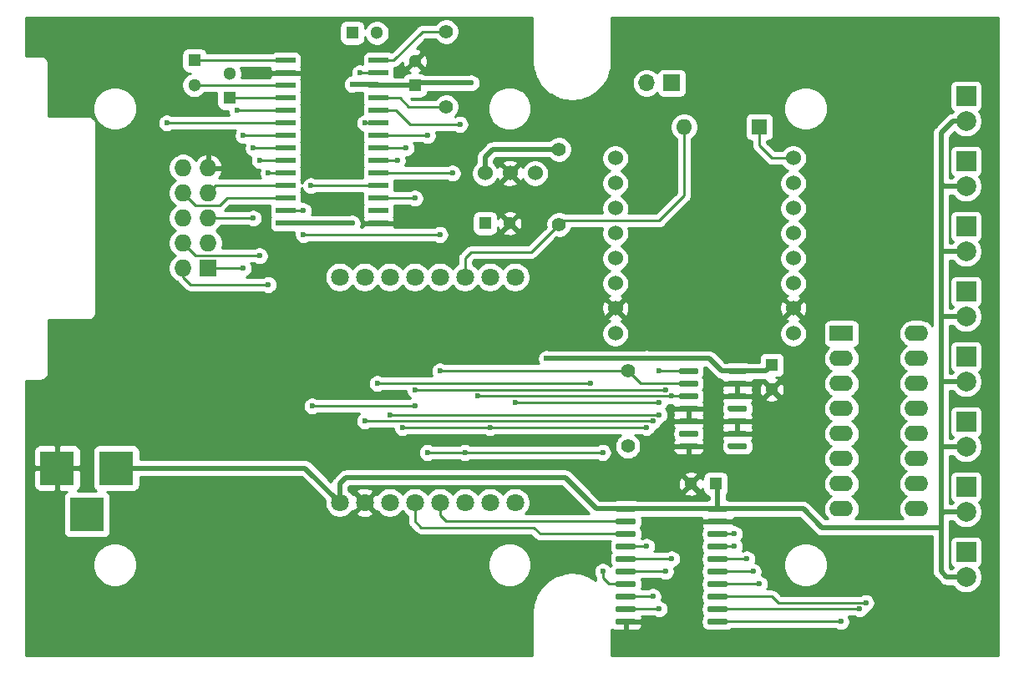
<source format=gtl>
G04 #@! TF.GenerationSoftware,KiCad,Pcbnew,5.1.12*
G04 #@! TF.CreationDate,2023-02-14T20:37:59-07:00*
G04 #@! TF.ProjectId,RetroWiFiModem,52657472-6f57-4694-9669-4d6f64656d2e,0.3*
G04 #@! TF.SameCoordinates,Original*
G04 #@! TF.FileFunction,Copper,L1,Top*
G04 #@! TF.FilePolarity,Positive*
%FSLAX46Y46*%
G04 Gerber Fmt 4.6, Leading zero omitted, Abs format (unit mm)*
G04 Created by KiCad (PCBNEW 5.1.12) date 2023-02-14 20:37:59*
%MOMM*%
%LPD*%
G01*
G04 APERTURE LIST*
G04 #@! TA.AperFunction,ComponentPad*
%ADD10C,1.524000*%
G04 #@! TD*
G04 #@! TA.AperFunction,ComponentPad*
%ADD11C,1.300000*%
G04 #@! TD*
G04 #@! TA.AperFunction,ComponentPad*
%ADD12R,1.300000X1.300000*%
G04 #@! TD*
G04 #@! TA.AperFunction,ComponentPad*
%ADD13C,1.397000*%
G04 #@! TD*
G04 #@! TA.AperFunction,ComponentPad*
%ADD14C,1.800000*%
G04 #@! TD*
G04 #@! TA.AperFunction,ComponentPad*
%ADD15O,1.727200X1.727200*%
G04 #@! TD*
G04 #@! TA.AperFunction,ComponentPad*
%ADD16R,1.727200X1.727200*%
G04 #@! TD*
G04 #@! TA.AperFunction,ComponentPad*
%ADD17R,3.500120X3.500120*%
G04 #@! TD*
G04 #@! TA.AperFunction,ComponentPad*
%ADD18C,2.000000*%
G04 #@! TD*
G04 #@! TA.AperFunction,ComponentPad*
%ADD19R,2.000000X2.000000*%
G04 #@! TD*
G04 #@! TA.AperFunction,ComponentPad*
%ADD20R,1.700000X1.700000*%
G04 #@! TD*
G04 #@! TA.AperFunction,ComponentPad*
%ADD21O,1.700000X1.700000*%
G04 #@! TD*
G04 #@! TA.AperFunction,ComponentPad*
%ADD22O,2.400000X1.600000*%
G04 #@! TD*
G04 #@! TA.AperFunction,ComponentPad*
%ADD23R,2.400000X1.600000*%
G04 #@! TD*
G04 #@! TA.AperFunction,SMDPad,CuDef*
%ADD24R,2.000000X0.600000*%
G04 #@! TD*
G04 #@! TA.AperFunction,ComponentPad*
%ADD25R,1.600000X1.600000*%
G04 #@! TD*
G04 #@! TA.AperFunction,ComponentPad*
%ADD26O,1.600000X1.600000*%
G04 #@! TD*
G04 #@! TA.AperFunction,ViaPad*
%ADD27C,0.600000*%
G04 #@! TD*
G04 #@! TA.AperFunction,Conductor*
%ADD28C,0.254000*%
G04 #@! TD*
G04 #@! TA.AperFunction,Conductor*
%ADD29C,0.508000*%
G04 #@! TD*
G04 #@! TA.AperFunction,Conductor*
%ADD30C,0.150000*%
G04 #@! TD*
G04 APERTURE END LIST*
D10*
X188214000Y-90805000D03*
X188214000Y-93345000D03*
X188214000Y-95885000D03*
X188214000Y-98425000D03*
X188214000Y-100965000D03*
X188214000Y-103505000D03*
X188214000Y-106045000D03*
X188214000Y-108585000D03*
X170180000Y-108585000D03*
X170180000Y-106045000D03*
X170180000Y-103505000D03*
X170180000Y-100965000D03*
X170180000Y-98425000D03*
X170180000Y-95885000D03*
X170180000Y-93345000D03*
X170180000Y-90805000D03*
D11*
X186055000Y-114260000D03*
D12*
X186055000Y-111760000D03*
D11*
X159472000Y-97409000D03*
D12*
X156972000Y-97409000D03*
D11*
X177840000Y-123825000D03*
D12*
X180340000Y-123825000D03*
D11*
X149860000Y-80939000D03*
D12*
X149860000Y-83439000D03*
D11*
X146010000Y-78105000D03*
D12*
X143510000Y-78105000D03*
D11*
X131064000Y-82209000D03*
D12*
X131064000Y-84709000D03*
D11*
X127508000Y-83399000D03*
D12*
X127508000Y-80899000D03*
D13*
X171450000Y-112395000D03*
X171450000Y-120015000D03*
X153035000Y-85598000D03*
X153035000Y-77978000D03*
X164465000Y-97536000D03*
X164465000Y-89916000D03*
D14*
X160020000Y-125730000D03*
X160020000Y-102870000D03*
X157480000Y-125730000D03*
X157480000Y-102870000D03*
X154940000Y-125730000D03*
X154940000Y-102870000D03*
X152400000Y-125730000D03*
X152400000Y-102870000D03*
X149860000Y-125730000D03*
X149860000Y-102870000D03*
X147320000Y-125730000D03*
X147320000Y-102870000D03*
X144780000Y-125730000D03*
X144780000Y-102870000D03*
X142240000Y-125730000D03*
X142240000Y-102870000D03*
D15*
X126365000Y-91805000D03*
X128905000Y-91805000D03*
X126365000Y-94345000D03*
X128905000Y-94345000D03*
X126365000Y-96885000D03*
X128905000Y-96885000D03*
X126365000Y-99425000D03*
X128905000Y-99425000D03*
X126365000Y-101965000D03*
D16*
X128905000Y-101965000D03*
D17*
X116610400Y-126929000D03*
X113610660Y-122230000D03*
X119610140Y-122230000D03*
D18*
X205740000Y-133284000D03*
D19*
X205740000Y-130744000D03*
D18*
X205740000Y-126680000D03*
D19*
X205740000Y-124140000D03*
D18*
X205740000Y-120076000D03*
D19*
X205740000Y-117536000D03*
D18*
X205740000Y-113472000D03*
D19*
X205740000Y-110932000D03*
D18*
X205740000Y-106868000D03*
D19*
X205740000Y-104328000D03*
D18*
X205740000Y-100264000D03*
D19*
X205740000Y-97724000D03*
D18*
X205740000Y-93660000D03*
D19*
X205740000Y-91120000D03*
D18*
X205740000Y-87056000D03*
D19*
X205740000Y-84516000D03*
D20*
X175895000Y-83185000D03*
D21*
X173355000Y-83185000D03*
D22*
X200723500Y-108585000D03*
X193103500Y-126365000D03*
X200723500Y-111125000D03*
X193103500Y-123825000D03*
X200723500Y-113665000D03*
X193103500Y-121285000D03*
X200723500Y-116205000D03*
X193103500Y-118745000D03*
X200723500Y-118745000D03*
X193103500Y-116205000D03*
X200723500Y-121285000D03*
X193103500Y-113665000D03*
X200723500Y-123825000D03*
X193103500Y-111125000D03*
X200723500Y-126365000D03*
D23*
X193103500Y-108585000D03*
D10*
X156972000Y-92329000D03*
X162052000Y-92329000D03*
X159512000Y-92329000D03*
G04 #@! TA.AperFunction,SMDPad,CuDef*
G36*
G01*
X181586000Y-112545000D02*
X181586000Y-112245000D01*
G75*
G02*
X181736000Y-112095000I150000J0D01*
G01*
X183386000Y-112095000D01*
G75*
G02*
X183536000Y-112245000I0J-150000D01*
G01*
X183536000Y-112545000D01*
G75*
G02*
X183386000Y-112695000I-150000J0D01*
G01*
X181736000Y-112695000D01*
G75*
G02*
X181586000Y-112545000I0J150000D01*
G01*
G37*
G04 #@! TD.AperFunction*
G04 #@! TA.AperFunction,SMDPad,CuDef*
G36*
G01*
X181586000Y-113815000D02*
X181586000Y-113515000D01*
G75*
G02*
X181736000Y-113365000I150000J0D01*
G01*
X183386000Y-113365000D01*
G75*
G02*
X183536000Y-113515000I0J-150000D01*
G01*
X183536000Y-113815000D01*
G75*
G02*
X183386000Y-113965000I-150000J0D01*
G01*
X181736000Y-113965000D01*
G75*
G02*
X181586000Y-113815000I0J150000D01*
G01*
G37*
G04 #@! TD.AperFunction*
G04 #@! TA.AperFunction,SMDPad,CuDef*
G36*
G01*
X181586000Y-115085000D02*
X181586000Y-114785000D01*
G75*
G02*
X181736000Y-114635000I150000J0D01*
G01*
X183386000Y-114635000D01*
G75*
G02*
X183536000Y-114785000I0J-150000D01*
G01*
X183536000Y-115085000D01*
G75*
G02*
X183386000Y-115235000I-150000J0D01*
G01*
X181736000Y-115235000D01*
G75*
G02*
X181586000Y-115085000I0J150000D01*
G01*
G37*
G04 #@! TD.AperFunction*
G04 #@! TA.AperFunction,SMDPad,CuDef*
G36*
G01*
X181586000Y-116355000D02*
X181586000Y-116055000D01*
G75*
G02*
X181736000Y-115905000I150000J0D01*
G01*
X183386000Y-115905000D01*
G75*
G02*
X183536000Y-116055000I0J-150000D01*
G01*
X183536000Y-116355000D01*
G75*
G02*
X183386000Y-116505000I-150000J0D01*
G01*
X181736000Y-116505000D01*
G75*
G02*
X181586000Y-116355000I0J150000D01*
G01*
G37*
G04 #@! TD.AperFunction*
G04 #@! TA.AperFunction,SMDPad,CuDef*
G36*
G01*
X181586000Y-117625000D02*
X181586000Y-117325000D01*
G75*
G02*
X181736000Y-117175000I150000J0D01*
G01*
X183386000Y-117175000D01*
G75*
G02*
X183536000Y-117325000I0J-150000D01*
G01*
X183536000Y-117625000D01*
G75*
G02*
X183386000Y-117775000I-150000J0D01*
G01*
X181736000Y-117775000D01*
G75*
G02*
X181586000Y-117625000I0J150000D01*
G01*
G37*
G04 #@! TD.AperFunction*
G04 #@! TA.AperFunction,SMDPad,CuDef*
G36*
G01*
X181586000Y-118895000D02*
X181586000Y-118595000D01*
G75*
G02*
X181736000Y-118445000I150000J0D01*
G01*
X183386000Y-118445000D01*
G75*
G02*
X183536000Y-118595000I0J-150000D01*
G01*
X183536000Y-118895000D01*
G75*
G02*
X183386000Y-119045000I-150000J0D01*
G01*
X181736000Y-119045000D01*
G75*
G02*
X181586000Y-118895000I0J150000D01*
G01*
G37*
G04 #@! TD.AperFunction*
G04 #@! TA.AperFunction,SMDPad,CuDef*
G36*
G01*
X181586000Y-120165000D02*
X181586000Y-119865000D01*
G75*
G02*
X181736000Y-119715000I150000J0D01*
G01*
X183386000Y-119715000D01*
G75*
G02*
X183536000Y-119865000I0J-150000D01*
G01*
X183536000Y-120165000D01*
G75*
G02*
X183386000Y-120315000I-150000J0D01*
G01*
X181736000Y-120315000D01*
G75*
G02*
X181586000Y-120165000I0J150000D01*
G01*
G37*
G04 #@! TD.AperFunction*
G04 #@! TA.AperFunction,SMDPad,CuDef*
G36*
G01*
X176636000Y-120165000D02*
X176636000Y-119865000D01*
G75*
G02*
X176786000Y-119715000I150000J0D01*
G01*
X178436000Y-119715000D01*
G75*
G02*
X178586000Y-119865000I0J-150000D01*
G01*
X178586000Y-120165000D01*
G75*
G02*
X178436000Y-120315000I-150000J0D01*
G01*
X176786000Y-120315000D01*
G75*
G02*
X176636000Y-120165000I0J150000D01*
G01*
G37*
G04 #@! TD.AperFunction*
G04 #@! TA.AperFunction,SMDPad,CuDef*
G36*
G01*
X176636000Y-118895000D02*
X176636000Y-118595000D01*
G75*
G02*
X176786000Y-118445000I150000J0D01*
G01*
X178436000Y-118445000D01*
G75*
G02*
X178586000Y-118595000I0J-150000D01*
G01*
X178586000Y-118895000D01*
G75*
G02*
X178436000Y-119045000I-150000J0D01*
G01*
X176786000Y-119045000D01*
G75*
G02*
X176636000Y-118895000I0J150000D01*
G01*
G37*
G04 #@! TD.AperFunction*
G04 #@! TA.AperFunction,SMDPad,CuDef*
G36*
G01*
X176636000Y-117625000D02*
X176636000Y-117325000D01*
G75*
G02*
X176786000Y-117175000I150000J0D01*
G01*
X178436000Y-117175000D01*
G75*
G02*
X178586000Y-117325000I0J-150000D01*
G01*
X178586000Y-117625000D01*
G75*
G02*
X178436000Y-117775000I-150000J0D01*
G01*
X176786000Y-117775000D01*
G75*
G02*
X176636000Y-117625000I0J150000D01*
G01*
G37*
G04 #@! TD.AperFunction*
G04 #@! TA.AperFunction,SMDPad,CuDef*
G36*
G01*
X176636000Y-116355000D02*
X176636000Y-116055000D01*
G75*
G02*
X176786000Y-115905000I150000J0D01*
G01*
X178436000Y-115905000D01*
G75*
G02*
X178586000Y-116055000I0J-150000D01*
G01*
X178586000Y-116355000D01*
G75*
G02*
X178436000Y-116505000I-150000J0D01*
G01*
X176786000Y-116505000D01*
G75*
G02*
X176636000Y-116355000I0J150000D01*
G01*
G37*
G04 #@! TD.AperFunction*
G04 #@! TA.AperFunction,SMDPad,CuDef*
G36*
G01*
X176636000Y-115085000D02*
X176636000Y-114785000D01*
G75*
G02*
X176786000Y-114635000I150000J0D01*
G01*
X178436000Y-114635000D01*
G75*
G02*
X178586000Y-114785000I0J-150000D01*
G01*
X178586000Y-115085000D01*
G75*
G02*
X178436000Y-115235000I-150000J0D01*
G01*
X176786000Y-115235000D01*
G75*
G02*
X176636000Y-115085000I0J150000D01*
G01*
G37*
G04 #@! TD.AperFunction*
G04 #@! TA.AperFunction,SMDPad,CuDef*
G36*
G01*
X176636000Y-113815000D02*
X176636000Y-113515000D01*
G75*
G02*
X176786000Y-113365000I150000J0D01*
G01*
X178436000Y-113365000D01*
G75*
G02*
X178586000Y-113515000I0J-150000D01*
G01*
X178586000Y-113815000D01*
G75*
G02*
X178436000Y-113965000I-150000J0D01*
G01*
X176786000Y-113965000D01*
G75*
G02*
X176636000Y-113815000I0J150000D01*
G01*
G37*
G04 #@! TD.AperFunction*
G04 #@! TA.AperFunction,SMDPad,CuDef*
G36*
G01*
X176636000Y-112545000D02*
X176636000Y-112245000D01*
G75*
G02*
X176786000Y-112095000I150000J0D01*
G01*
X178436000Y-112095000D01*
G75*
G02*
X178586000Y-112245000I0J-150000D01*
G01*
X178586000Y-112545000D01*
G75*
G02*
X178436000Y-112695000I-150000J0D01*
G01*
X176786000Y-112695000D01*
G75*
G02*
X176636000Y-112545000I0J150000D01*
G01*
G37*
G04 #@! TD.AperFunction*
G04 #@! TA.AperFunction,SMDPad,CuDef*
G36*
G01*
X179520000Y-126515000D02*
X179520000Y-126215000D01*
G75*
G02*
X179670000Y-126065000I150000J0D01*
G01*
X181420000Y-126065000D01*
G75*
G02*
X181570000Y-126215000I0J-150000D01*
G01*
X181570000Y-126515000D01*
G75*
G02*
X181420000Y-126665000I-150000J0D01*
G01*
X179670000Y-126665000D01*
G75*
G02*
X179520000Y-126515000I0J150000D01*
G01*
G37*
G04 #@! TD.AperFunction*
G04 #@! TA.AperFunction,SMDPad,CuDef*
G36*
G01*
X179520000Y-127785000D02*
X179520000Y-127485000D01*
G75*
G02*
X179670000Y-127335000I150000J0D01*
G01*
X181420000Y-127335000D01*
G75*
G02*
X181570000Y-127485000I0J-150000D01*
G01*
X181570000Y-127785000D01*
G75*
G02*
X181420000Y-127935000I-150000J0D01*
G01*
X179670000Y-127935000D01*
G75*
G02*
X179520000Y-127785000I0J150000D01*
G01*
G37*
G04 #@! TD.AperFunction*
G04 #@! TA.AperFunction,SMDPad,CuDef*
G36*
G01*
X179520000Y-129055000D02*
X179520000Y-128755000D01*
G75*
G02*
X179670000Y-128605000I150000J0D01*
G01*
X181420000Y-128605000D01*
G75*
G02*
X181570000Y-128755000I0J-150000D01*
G01*
X181570000Y-129055000D01*
G75*
G02*
X181420000Y-129205000I-150000J0D01*
G01*
X179670000Y-129205000D01*
G75*
G02*
X179520000Y-129055000I0J150000D01*
G01*
G37*
G04 #@! TD.AperFunction*
G04 #@! TA.AperFunction,SMDPad,CuDef*
G36*
G01*
X179520000Y-130325000D02*
X179520000Y-130025000D01*
G75*
G02*
X179670000Y-129875000I150000J0D01*
G01*
X181420000Y-129875000D01*
G75*
G02*
X181570000Y-130025000I0J-150000D01*
G01*
X181570000Y-130325000D01*
G75*
G02*
X181420000Y-130475000I-150000J0D01*
G01*
X179670000Y-130475000D01*
G75*
G02*
X179520000Y-130325000I0J150000D01*
G01*
G37*
G04 #@! TD.AperFunction*
G04 #@! TA.AperFunction,SMDPad,CuDef*
G36*
G01*
X179520000Y-131595000D02*
X179520000Y-131295000D01*
G75*
G02*
X179670000Y-131145000I150000J0D01*
G01*
X181420000Y-131145000D01*
G75*
G02*
X181570000Y-131295000I0J-150000D01*
G01*
X181570000Y-131595000D01*
G75*
G02*
X181420000Y-131745000I-150000J0D01*
G01*
X179670000Y-131745000D01*
G75*
G02*
X179520000Y-131595000I0J150000D01*
G01*
G37*
G04 #@! TD.AperFunction*
G04 #@! TA.AperFunction,SMDPad,CuDef*
G36*
G01*
X179520000Y-132865000D02*
X179520000Y-132565000D01*
G75*
G02*
X179670000Y-132415000I150000J0D01*
G01*
X181420000Y-132415000D01*
G75*
G02*
X181570000Y-132565000I0J-150000D01*
G01*
X181570000Y-132865000D01*
G75*
G02*
X181420000Y-133015000I-150000J0D01*
G01*
X179670000Y-133015000D01*
G75*
G02*
X179520000Y-132865000I0J150000D01*
G01*
G37*
G04 #@! TD.AperFunction*
G04 #@! TA.AperFunction,SMDPad,CuDef*
G36*
G01*
X179520000Y-134135000D02*
X179520000Y-133835000D01*
G75*
G02*
X179670000Y-133685000I150000J0D01*
G01*
X181420000Y-133685000D01*
G75*
G02*
X181570000Y-133835000I0J-150000D01*
G01*
X181570000Y-134135000D01*
G75*
G02*
X181420000Y-134285000I-150000J0D01*
G01*
X179670000Y-134285000D01*
G75*
G02*
X179520000Y-134135000I0J150000D01*
G01*
G37*
G04 #@! TD.AperFunction*
G04 #@! TA.AperFunction,SMDPad,CuDef*
G36*
G01*
X179520000Y-135405000D02*
X179520000Y-135105000D01*
G75*
G02*
X179670000Y-134955000I150000J0D01*
G01*
X181420000Y-134955000D01*
G75*
G02*
X181570000Y-135105000I0J-150000D01*
G01*
X181570000Y-135405000D01*
G75*
G02*
X181420000Y-135555000I-150000J0D01*
G01*
X179670000Y-135555000D01*
G75*
G02*
X179520000Y-135405000I0J150000D01*
G01*
G37*
G04 #@! TD.AperFunction*
G04 #@! TA.AperFunction,SMDPad,CuDef*
G36*
G01*
X179520000Y-136675000D02*
X179520000Y-136375000D01*
G75*
G02*
X179670000Y-136225000I150000J0D01*
G01*
X181420000Y-136225000D01*
G75*
G02*
X181570000Y-136375000I0J-150000D01*
G01*
X181570000Y-136675000D01*
G75*
G02*
X181420000Y-136825000I-150000J0D01*
G01*
X179670000Y-136825000D01*
G75*
G02*
X179520000Y-136675000I0J150000D01*
G01*
G37*
G04 #@! TD.AperFunction*
G04 #@! TA.AperFunction,SMDPad,CuDef*
G36*
G01*
X179520000Y-137945000D02*
X179520000Y-137645000D01*
G75*
G02*
X179670000Y-137495000I150000J0D01*
G01*
X181420000Y-137495000D01*
G75*
G02*
X181570000Y-137645000I0J-150000D01*
G01*
X181570000Y-137945000D01*
G75*
G02*
X181420000Y-138095000I-150000J0D01*
G01*
X179670000Y-138095000D01*
G75*
G02*
X179520000Y-137945000I0J150000D01*
G01*
G37*
G04 #@! TD.AperFunction*
G04 #@! TA.AperFunction,SMDPad,CuDef*
G36*
G01*
X170220000Y-137945000D02*
X170220000Y-137645000D01*
G75*
G02*
X170370000Y-137495000I150000J0D01*
G01*
X172120000Y-137495000D01*
G75*
G02*
X172270000Y-137645000I0J-150000D01*
G01*
X172270000Y-137945000D01*
G75*
G02*
X172120000Y-138095000I-150000J0D01*
G01*
X170370000Y-138095000D01*
G75*
G02*
X170220000Y-137945000I0J150000D01*
G01*
G37*
G04 #@! TD.AperFunction*
G04 #@! TA.AperFunction,SMDPad,CuDef*
G36*
G01*
X170220000Y-136675000D02*
X170220000Y-136375000D01*
G75*
G02*
X170370000Y-136225000I150000J0D01*
G01*
X172120000Y-136225000D01*
G75*
G02*
X172270000Y-136375000I0J-150000D01*
G01*
X172270000Y-136675000D01*
G75*
G02*
X172120000Y-136825000I-150000J0D01*
G01*
X170370000Y-136825000D01*
G75*
G02*
X170220000Y-136675000I0J150000D01*
G01*
G37*
G04 #@! TD.AperFunction*
G04 #@! TA.AperFunction,SMDPad,CuDef*
G36*
G01*
X170220000Y-135405000D02*
X170220000Y-135105000D01*
G75*
G02*
X170370000Y-134955000I150000J0D01*
G01*
X172120000Y-134955000D01*
G75*
G02*
X172270000Y-135105000I0J-150000D01*
G01*
X172270000Y-135405000D01*
G75*
G02*
X172120000Y-135555000I-150000J0D01*
G01*
X170370000Y-135555000D01*
G75*
G02*
X170220000Y-135405000I0J150000D01*
G01*
G37*
G04 #@! TD.AperFunction*
G04 #@! TA.AperFunction,SMDPad,CuDef*
G36*
G01*
X170220000Y-134135000D02*
X170220000Y-133835000D01*
G75*
G02*
X170370000Y-133685000I150000J0D01*
G01*
X172120000Y-133685000D01*
G75*
G02*
X172270000Y-133835000I0J-150000D01*
G01*
X172270000Y-134135000D01*
G75*
G02*
X172120000Y-134285000I-150000J0D01*
G01*
X170370000Y-134285000D01*
G75*
G02*
X170220000Y-134135000I0J150000D01*
G01*
G37*
G04 #@! TD.AperFunction*
G04 #@! TA.AperFunction,SMDPad,CuDef*
G36*
G01*
X170220000Y-132865000D02*
X170220000Y-132565000D01*
G75*
G02*
X170370000Y-132415000I150000J0D01*
G01*
X172120000Y-132415000D01*
G75*
G02*
X172270000Y-132565000I0J-150000D01*
G01*
X172270000Y-132865000D01*
G75*
G02*
X172120000Y-133015000I-150000J0D01*
G01*
X170370000Y-133015000D01*
G75*
G02*
X170220000Y-132865000I0J150000D01*
G01*
G37*
G04 #@! TD.AperFunction*
G04 #@! TA.AperFunction,SMDPad,CuDef*
G36*
G01*
X170220000Y-131595000D02*
X170220000Y-131295000D01*
G75*
G02*
X170370000Y-131145000I150000J0D01*
G01*
X172120000Y-131145000D01*
G75*
G02*
X172270000Y-131295000I0J-150000D01*
G01*
X172270000Y-131595000D01*
G75*
G02*
X172120000Y-131745000I-150000J0D01*
G01*
X170370000Y-131745000D01*
G75*
G02*
X170220000Y-131595000I0J150000D01*
G01*
G37*
G04 #@! TD.AperFunction*
G04 #@! TA.AperFunction,SMDPad,CuDef*
G36*
G01*
X170220000Y-130325000D02*
X170220000Y-130025000D01*
G75*
G02*
X170370000Y-129875000I150000J0D01*
G01*
X172120000Y-129875000D01*
G75*
G02*
X172270000Y-130025000I0J-150000D01*
G01*
X172270000Y-130325000D01*
G75*
G02*
X172120000Y-130475000I-150000J0D01*
G01*
X170370000Y-130475000D01*
G75*
G02*
X170220000Y-130325000I0J150000D01*
G01*
G37*
G04 #@! TD.AperFunction*
G04 #@! TA.AperFunction,SMDPad,CuDef*
G36*
G01*
X170220000Y-129055000D02*
X170220000Y-128755000D01*
G75*
G02*
X170370000Y-128605000I150000J0D01*
G01*
X172120000Y-128605000D01*
G75*
G02*
X172270000Y-128755000I0J-150000D01*
G01*
X172270000Y-129055000D01*
G75*
G02*
X172120000Y-129205000I-150000J0D01*
G01*
X170370000Y-129205000D01*
G75*
G02*
X170220000Y-129055000I0J150000D01*
G01*
G37*
G04 #@! TD.AperFunction*
G04 #@! TA.AperFunction,SMDPad,CuDef*
G36*
G01*
X170220000Y-127785000D02*
X170220000Y-127485000D01*
G75*
G02*
X170370000Y-127335000I150000J0D01*
G01*
X172120000Y-127335000D01*
G75*
G02*
X172270000Y-127485000I0J-150000D01*
G01*
X172270000Y-127785000D01*
G75*
G02*
X172120000Y-127935000I-150000J0D01*
G01*
X170370000Y-127935000D01*
G75*
G02*
X170220000Y-127785000I0J150000D01*
G01*
G37*
G04 #@! TD.AperFunction*
G04 #@! TA.AperFunction,SMDPad,CuDef*
G36*
G01*
X170220000Y-126515000D02*
X170220000Y-126215000D01*
G75*
G02*
X170370000Y-126065000I150000J0D01*
G01*
X172120000Y-126065000D01*
G75*
G02*
X172270000Y-126215000I0J-150000D01*
G01*
X172270000Y-126515000D01*
G75*
G02*
X172120000Y-126665000I-150000J0D01*
G01*
X170370000Y-126665000D01*
G75*
G02*
X170220000Y-126515000I0J150000D01*
G01*
G37*
G04 #@! TD.AperFunction*
D24*
X136778000Y-80899000D03*
X136778000Y-82169000D03*
X136778000Y-83439000D03*
X136778000Y-84709000D03*
X136778000Y-85979000D03*
X136778000Y-87249000D03*
X136778000Y-88519000D03*
X136778000Y-89789000D03*
X136778000Y-91059000D03*
X136778000Y-92329000D03*
X136778000Y-93599000D03*
X136778000Y-94869000D03*
X136778000Y-96139000D03*
X136778000Y-97409000D03*
X146178000Y-97409000D03*
X146178000Y-96139000D03*
X146178000Y-94869000D03*
X146178000Y-93599000D03*
X146178000Y-92329000D03*
X146178000Y-91059000D03*
X146178000Y-89789000D03*
X146178000Y-88519000D03*
X146178000Y-87249000D03*
X146178000Y-85979000D03*
X146178000Y-84709000D03*
X146178000Y-83439000D03*
X146178000Y-82169000D03*
X146178000Y-80899000D03*
D25*
X184785000Y-87630000D03*
D26*
X177165000Y-87630000D03*
D27*
X143510000Y-97409000D03*
X143510000Y-83312000D03*
X173355000Y-111125000D03*
X163195000Y-111125000D03*
X155575000Y-83185000D03*
X132461000Y-88519000D03*
X132461000Y-101981000D03*
X135001000Y-103632000D03*
X135001000Y-92329000D03*
X131826000Y-85979000D03*
X134112000Y-91059000D03*
X134112000Y-100711000D03*
X133477000Y-96901000D03*
X133477000Y-89789000D03*
X124714000Y-87249000D03*
X182245000Y-128905000D03*
X138557000Y-98552000D03*
X138557000Y-96139000D03*
X152400000Y-98552000D03*
X152400000Y-112395000D03*
X149860000Y-94869000D03*
X149860000Y-114300000D03*
X175260000Y-114300000D03*
X175260000Y-132715000D03*
X139319000Y-93599000D03*
X149860000Y-115951000D03*
X139446000Y-115951000D03*
X160020000Y-115570000D03*
X174625000Y-115570000D03*
X174625000Y-112395000D03*
X146050000Y-113665000D03*
X167640000Y-113665000D03*
X144272000Y-82169000D03*
X153670000Y-92329000D03*
X148082000Y-91059000D03*
X174625000Y-136525000D03*
X147320000Y-116840000D03*
X174625000Y-116840000D03*
X148971000Y-89789000D03*
X173355000Y-130175000D03*
X173355000Y-118110000D03*
X157480000Y-118110000D03*
X148590000Y-118110000D03*
X154940000Y-120650000D03*
X151130000Y-88519000D03*
X151130000Y-120650000D03*
X168910000Y-120650000D03*
X168910000Y-132715000D03*
X144780000Y-87249000D03*
X173990000Y-135255000D03*
X144780000Y-117475000D03*
X173990000Y-117475000D03*
X154432000Y-87376000D03*
X175895000Y-131445000D03*
X156210000Y-114935000D03*
X175895000Y-114935000D03*
X182245000Y-130175000D03*
X183515000Y-131445000D03*
X184150000Y-132715000D03*
X184785000Y-133985000D03*
X195580000Y-135890000D03*
X194945000Y-136525000D03*
X193040000Y-137795000D03*
D28*
X136778000Y-80899000D02*
X127508000Y-80899000D01*
X127508000Y-83399000D02*
X136738000Y-83399000D01*
X136738000Y-83399000D02*
X136778000Y-83439000D01*
X131064000Y-84709000D02*
X136778000Y-84709000D01*
D29*
X143510000Y-97409000D02*
X136778000Y-97409000D01*
X146178000Y-83439000D02*
X146051000Y-83312000D01*
X146051000Y-83312000D02*
X143510000Y-83312000D01*
X146178000Y-83439000D02*
X149860000Y-83439000D01*
X185420000Y-112395000D02*
X186055000Y-111760000D01*
X182561000Y-112395000D02*
X185420000Y-112395000D01*
X173355000Y-111125000D02*
X179705000Y-111125000D01*
X180975000Y-112395000D02*
X182561000Y-112395000D01*
X179705000Y-111125000D02*
X180975000Y-112395000D01*
X163195000Y-111125000D02*
X173355000Y-111125000D01*
X150114000Y-83185000D02*
X149860000Y-83439000D01*
X155575000Y-83185000D02*
X150114000Y-83185000D01*
X156972000Y-92329000D02*
X156972000Y-90678000D01*
X157734000Y-89916000D02*
X164465000Y-89916000D01*
X156972000Y-90678000D02*
X157734000Y-89916000D01*
X142240000Y-125730000D02*
X138740000Y-122230000D01*
X138740000Y-122230000D02*
X119610140Y-122230000D01*
X180545000Y-124030000D02*
X180340000Y-123825000D01*
X180545000Y-126365000D02*
X180545000Y-124030000D01*
X142240000Y-125730000D02*
X142240000Y-123825000D01*
X142240000Y-123825000D02*
X142875000Y-123190000D01*
X142875000Y-123190000D02*
X165100000Y-123190000D01*
X168275000Y-126365000D02*
X171245000Y-126365000D01*
X165100000Y-123190000D02*
X168275000Y-126365000D01*
X171245000Y-126365000D02*
X180545000Y-126365000D01*
X205740000Y-133284000D02*
X203769000Y-133284000D01*
X203769000Y-133284000D02*
X203200000Y-132715000D01*
X204409000Y-87056000D02*
X205740000Y-87056000D01*
X203200000Y-88265000D02*
X204409000Y-87056000D01*
X203515000Y-93660000D02*
X203200000Y-93345000D01*
X205740000Y-93660000D02*
X203515000Y-93660000D01*
X203200000Y-93345000D02*
X203200000Y-88265000D01*
X203266000Y-100264000D02*
X203200000Y-100330000D01*
X205740000Y-100264000D02*
X203266000Y-100264000D01*
X203200000Y-100330000D02*
X203200000Y-93345000D01*
X203388000Y-106868000D02*
X203200000Y-106680000D01*
X205740000Y-106868000D02*
X203388000Y-106868000D01*
X203200000Y-106680000D02*
X203200000Y-100330000D01*
X203393000Y-113472000D02*
X203200000Y-113665000D01*
X205740000Y-113472000D02*
X203393000Y-113472000D01*
X203200000Y-113665000D02*
X203200000Y-106680000D01*
X203261000Y-120076000D02*
X203200000Y-120015000D01*
X203200000Y-120015000D02*
X203200000Y-113665000D01*
X205740000Y-120076000D02*
X203261000Y-120076000D01*
X203200000Y-127000000D02*
X203200000Y-120015000D01*
X203520000Y-126680000D02*
X203200000Y-127000000D01*
X205740000Y-126680000D02*
X203520000Y-126680000D01*
X180545000Y-126365000D02*
X189230000Y-126365000D01*
X191135000Y-128270000D02*
X203200000Y-128270000D01*
X189230000Y-126365000D02*
X191135000Y-128270000D01*
X203200000Y-128270000D02*
X203200000Y-127000000D01*
X203200000Y-132715000D02*
X203200000Y-128270000D01*
D28*
X146178000Y-80899000D02*
X147701000Y-80899000D01*
X150622000Y-77978000D02*
X153035000Y-77978000D01*
X147701000Y-80899000D02*
X150622000Y-77978000D01*
X146178000Y-84709000D02*
X148336000Y-84709000D01*
X149225000Y-85598000D02*
X153035000Y-85598000D01*
X148336000Y-84709000D02*
X149225000Y-85598000D01*
X128905000Y-101965000D02*
X132445000Y-101965000D01*
X132461000Y-88519000D02*
X136778000Y-88519000D01*
X132445000Y-101965000D02*
X132461000Y-101981000D01*
X136778000Y-92329000D02*
X135001000Y-92329000D01*
X126365000Y-102870000D02*
X126365000Y-101965000D01*
X127127000Y-103632000D02*
X126365000Y-102870000D01*
X135001000Y-103632000D02*
X127127000Y-103632000D01*
X136778000Y-85979000D02*
X131826000Y-85979000D01*
X126365000Y-99425000D02*
X127651000Y-100711000D01*
X134112000Y-91059000D02*
X136778000Y-91059000D01*
X127651000Y-100711000D02*
X134112000Y-100711000D01*
X136778000Y-89789000D02*
X133477000Y-89789000D01*
X133477000Y-96901000D02*
X128921000Y-96901000D01*
X128921000Y-96901000D02*
X128905000Y-96885000D01*
X136778000Y-87249000D02*
X124714000Y-87249000D01*
X136778000Y-93599000D02*
X129651000Y-93599000D01*
X129651000Y-93599000D02*
X128905000Y-94345000D01*
X136778000Y-94869000D02*
X130810000Y-94869000D01*
X127651000Y-95631000D02*
X126365000Y-94345000D01*
X130048000Y-95631000D02*
X127651000Y-95631000D01*
X130810000Y-94869000D02*
X130048000Y-95631000D01*
X180545000Y-128905000D02*
X182245000Y-128905000D01*
X136778000Y-96139000D02*
X138557000Y-96139000D01*
X138557000Y-98552000D02*
X152400000Y-98552000D01*
X171450000Y-112395000D02*
X172720000Y-113665000D01*
X172720000Y-113665000D02*
X177611000Y-113665000D01*
X152400000Y-112395000D02*
X171450000Y-112395000D01*
X149860000Y-94869000D02*
X146178000Y-94869000D01*
X149860000Y-114300000D02*
X175260000Y-114300000D01*
X175260000Y-132715000D02*
X171245000Y-132715000D01*
X139319000Y-93599000D02*
X146178000Y-93599000D01*
X139446000Y-115951000D02*
X149860000Y-115951000D01*
X149860000Y-125730000D02*
X149860000Y-127635000D01*
X149860000Y-127635000D02*
X150495000Y-128270000D01*
X150495000Y-128270000D02*
X161925000Y-128270000D01*
X162560000Y-128905000D02*
X171245000Y-128905000D01*
X161925000Y-128270000D02*
X162560000Y-128905000D01*
X160020000Y-115570000D02*
X174625000Y-115570000D01*
X177611000Y-112395000D02*
X174625000Y-112395000D01*
X146050000Y-113665000D02*
X167640000Y-113665000D01*
X144272000Y-82169000D02*
X146178000Y-82169000D01*
X153670000Y-92329000D02*
X146178000Y-92329000D01*
X171245000Y-127635000D02*
X171450000Y-127635000D01*
X171245000Y-127635000D02*
X153035000Y-127635000D01*
X152400000Y-127000000D02*
X152400000Y-125730000D01*
X153035000Y-127635000D02*
X152400000Y-127000000D01*
X148082000Y-91059000D02*
X146178000Y-91059000D01*
X174625000Y-136525000D02*
X171245000Y-136525000D01*
X147320000Y-116840000D02*
X174625000Y-116840000D01*
X146178000Y-89789000D02*
X148971000Y-89789000D01*
X173355000Y-130175000D02*
X171245000Y-130175000D01*
X157480000Y-118110000D02*
X173355000Y-118110000D01*
X148590000Y-118110000D02*
X157480000Y-118110000D01*
X151130000Y-88519000D02*
X146178000Y-88519000D01*
X154940000Y-120650000D02*
X151130000Y-120650000D01*
X154940000Y-120650000D02*
X168910000Y-120650000D01*
X168910000Y-132715000D02*
X168910000Y-133350000D01*
X169545000Y-133985000D02*
X171245000Y-133985000D01*
X168910000Y-133350000D02*
X169545000Y-133985000D01*
X144780000Y-87249000D02*
X146178000Y-87249000D01*
X173990000Y-135255000D02*
X171245000Y-135255000D01*
X144780000Y-117475000D02*
X173990000Y-117475000D01*
X146178000Y-85979000D02*
X147955000Y-85979000D01*
X149352000Y-87376000D02*
X154432000Y-87376000D01*
X147955000Y-85979000D02*
X149352000Y-87376000D01*
X171245000Y-131445000D02*
X175895000Y-131445000D01*
X156210000Y-114935000D02*
X177611000Y-114935000D01*
X186055000Y-90805000D02*
X188214000Y-90805000D01*
X184785000Y-89535000D02*
X186055000Y-90805000D01*
X184785000Y-87630000D02*
X184785000Y-89535000D01*
X154940000Y-102870000D02*
X154940000Y-100965000D01*
X154940000Y-100965000D02*
X155575000Y-100330000D01*
X161671000Y-100330000D02*
X164465000Y-97536000D01*
X155575000Y-100330000D02*
X161671000Y-100330000D01*
X177165000Y-87630000D02*
X177165000Y-94615000D01*
X177165000Y-94615000D02*
X174625000Y-97155000D01*
X164846000Y-97155000D02*
X164465000Y-97536000D01*
X174625000Y-97155000D02*
X164846000Y-97155000D01*
X180545000Y-130175000D02*
X182245000Y-130175000D01*
X180545000Y-131445000D02*
X183515000Y-131445000D01*
X180545000Y-132715000D02*
X184150000Y-132715000D01*
X180545000Y-133985000D02*
X184785000Y-133985000D01*
X180545000Y-135255000D02*
X180975000Y-135255000D01*
X180975000Y-135255000D02*
X186055000Y-135255000D01*
X186690000Y-135890000D02*
X195580000Y-135890000D01*
X186055000Y-135255000D02*
X186690000Y-135890000D01*
X180545000Y-136525000D02*
X194945000Y-136525000D01*
X180545000Y-137795000D02*
X193040000Y-137795000D01*
X161775001Y-81009877D02*
X161775243Y-81012334D01*
X161775340Y-81026239D01*
X161778711Y-81058313D01*
X161778711Y-81090570D01*
X161779748Y-81100428D01*
X161851866Y-81743370D01*
X161865237Y-81806277D01*
X161877744Y-81869439D01*
X161880675Y-81878909D01*
X162076300Y-82495599D01*
X162101645Y-82554733D01*
X162126173Y-82614242D01*
X162130888Y-82622962D01*
X162442572Y-83189912D01*
X162478899Y-83242966D01*
X162514538Y-83296607D01*
X162520857Y-83304245D01*
X162936724Y-83799856D01*
X162982673Y-83844853D01*
X163028045Y-83890542D01*
X163035727Y-83896807D01*
X163539939Y-84302204D01*
X163593769Y-84337429D01*
X163647135Y-84373425D01*
X163655888Y-84378079D01*
X164229239Y-84677819D01*
X164288885Y-84701917D01*
X164348226Y-84726862D01*
X164357716Y-84729727D01*
X164978368Y-84912395D01*
X165041572Y-84924452D01*
X165104616Y-84937393D01*
X165114480Y-84938360D01*
X165114482Y-84938360D01*
X165758794Y-84996997D01*
X165823110Y-84996548D01*
X165887492Y-84996997D01*
X165897358Y-84996030D01*
X166540788Y-84928403D01*
X166603832Y-84915462D01*
X166667036Y-84903405D01*
X166676526Y-84900540D01*
X167294567Y-84709223D01*
X167353846Y-84684304D01*
X167413554Y-84660181D01*
X167422307Y-84655527D01*
X167991417Y-84347811D01*
X168044768Y-84311825D01*
X168098613Y-84276590D01*
X168106295Y-84270324D01*
X168604799Y-83857926D01*
X168650136Y-83812271D01*
X168696119Y-83767241D01*
X168702437Y-83759603D01*
X169111344Y-83258234D01*
X169146940Y-83204659D01*
X169183312Y-83151538D01*
X169188027Y-83142818D01*
X169243366Y-83038740D01*
X171870000Y-83038740D01*
X171870000Y-83331260D01*
X171927068Y-83618158D01*
X172039010Y-83888411D01*
X172201525Y-84131632D01*
X172408368Y-84338475D01*
X172651589Y-84500990D01*
X172921842Y-84612932D01*
X173208740Y-84670000D01*
X173501260Y-84670000D01*
X173788158Y-84612932D01*
X174058411Y-84500990D01*
X174301632Y-84338475D01*
X174433487Y-84206620D01*
X174455498Y-84279180D01*
X174514463Y-84389494D01*
X174593815Y-84486185D01*
X174690506Y-84565537D01*
X174800820Y-84624502D01*
X174920518Y-84660812D01*
X175045000Y-84673072D01*
X176745000Y-84673072D01*
X176869482Y-84660812D01*
X176989180Y-84624502D01*
X177099494Y-84565537D01*
X177196185Y-84486185D01*
X177275537Y-84389494D01*
X177334502Y-84279180D01*
X177370812Y-84159482D01*
X177383072Y-84035000D01*
X177383072Y-82335000D01*
X177370812Y-82210518D01*
X177334502Y-82090820D01*
X177275537Y-81980506D01*
X177196185Y-81883815D01*
X177099494Y-81804463D01*
X176989180Y-81745498D01*
X176869482Y-81709188D01*
X176745000Y-81696928D01*
X175045000Y-81696928D01*
X174920518Y-81709188D01*
X174800820Y-81745498D01*
X174690506Y-81804463D01*
X174593815Y-81883815D01*
X174514463Y-81980506D01*
X174455498Y-82090820D01*
X174433487Y-82163380D01*
X174301632Y-82031525D01*
X174058411Y-81869010D01*
X173788158Y-81757068D01*
X173501260Y-81700000D01*
X173208740Y-81700000D01*
X172921842Y-81757068D01*
X172651589Y-81869010D01*
X172408368Y-82031525D01*
X172201525Y-82238368D01*
X172039010Y-82481589D01*
X171927068Y-82751842D01*
X171870000Y-83038740D01*
X169243366Y-83038740D01*
X169491763Y-82571572D01*
X169516275Y-82512102D01*
X169541636Y-82452930D01*
X169544567Y-82443460D01*
X169731563Y-81824100D01*
X169744064Y-81760962D01*
X169757441Y-81698030D01*
X169758477Y-81688171D01*
X169821611Y-81044284D01*
X169825000Y-81009877D01*
X169825000Y-76540000D01*
X208990000Y-76540000D01*
X208990001Y-141260000D01*
X169825000Y-141260000D01*
X169825000Y-138592295D01*
X169865506Y-138625537D01*
X169975820Y-138684502D01*
X170095518Y-138720812D01*
X170220000Y-138733072D01*
X170959250Y-138730000D01*
X171118000Y-138571250D01*
X171118000Y-137922000D01*
X171372000Y-137922000D01*
X171372000Y-138571250D01*
X171530750Y-138730000D01*
X172270000Y-138733072D01*
X172394482Y-138720812D01*
X172514180Y-138684502D01*
X172624494Y-138625537D01*
X172721185Y-138546185D01*
X172800537Y-138449494D01*
X172859502Y-138339180D01*
X172895812Y-138219482D01*
X172908072Y-138095000D01*
X172905000Y-138080750D01*
X172746250Y-137922000D01*
X171372000Y-137922000D01*
X171118000Y-137922000D01*
X171098000Y-137922000D01*
X171098000Y-137668000D01*
X171118000Y-137668000D01*
X171118000Y-137648000D01*
X171372000Y-137648000D01*
X171372000Y-137668000D01*
X172746250Y-137668000D01*
X172905000Y-137509250D01*
X172908072Y-137495000D01*
X172895812Y-137370518D01*
X172870477Y-137287000D01*
X174082458Y-137287000D01*
X174182111Y-137353586D01*
X174352271Y-137424068D01*
X174532911Y-137460000D01*
X174717089Y-137460000D01*
X174897729Y-137424068D01*
X175067889Y-137353586D01*
X175221028Y-137251262D01*
X175351262Y-137121028D01*
X175453586Y-136967889D01*
X175524068Y-136797729D01*
X175560000Y-136617089D01*
X175560000Y-136432911D01*
X175524068Y-136252271D01*
X175453586Y-136082111D01*
X175351262Y-135928972D01*
X175221028Y-135798738D01*
X175067889Y-135696414D01*
X174897729Y-135625932D01*
X174852147Y-135616865D01*
X174889068Y-135527729D01*
X174925000Y-135347089D01*
X174925000Y-135162911D01*
X174889068Y-134982271D01*
X174818586Y-134812111D01*
X174716262Y-134658972D01*
X174586028Y-134528738D01*
X174432889Y-134426414D01*
X174262729Y-134355932D01*
X174082089Y-134320000D01*
X173897911Y-134320000D01*
X173717271Y-134355932D01*
X173547111Y-134426414D01*
X173447458Y-134493000D01*
X172817928Y-134493000D01*
X172848084Y-134436582D01*
X172892929Y-134288745D01*
X172908072Y-134135000D01*
X172908072Y-133835000D01*
X172892929Y-133681255D01*
X172848084Y-133533418D01*
X172817928Y-133477000D01*
X174717458Y-133477000D01*
X174817111Y-133543586D01*
X174987271Y-133614068D01*
X175167911Y-133650000D01*
X175352089Y-133650000D01*
X175532729Y-133614068D01*
X175702889Y-133543586D01*
X175856028Y-133441262D01*
X175986262Y-133311028D01*
X176088586Y-133157889D01*
X176159068Y-132987729D01*
X176195000Y-132807089D01*
X176195000Y-132622911D01*
X176159068Y-132442271D01*
X176122147Y-132353135D01*
X176167729Y-132344068D01*
X176337889Y-132273586D01*
X176491028Y-132171262D01*
X176621262Y-132041028D01*
X176723586Y-131887889D01*
X176794068Y-131717729D01*
X176830000Y-131537089D01*
X176830000Y-131352911D01*
X176794068Y-131172271D01*
X176723586Y-131002111D01*
X176621262Y-130848972D01*
X176491028Y-130718738D01*
X176337889Y-130616414D01*
X176167729Y-130545932D01*
X175987089Y-130510000D01*
X175802911Y-130510000D01*
X175622271Y-130545932D01*
X175452111Y-130616414D01*
X175352458Y-130683000D01*
X174140080Y-130683000D01*
X174183586Y-130617889D01*
X174254068Y-130447729D01*
X174290000Y-130267089D01*
X174290000Y-130082911D01*
X174254068Y-129902271D01*
X174183586Y-129732111D01*
X174081262Y-129578972D01*
X173951028Y-129448738D01*
X173797889Y-129346414D01*
X173627729Y-129275932D01*
X173447089Y-129240000D01*
X173262911Y-129240000D01*
X173082271Y-129275932D01*
X172912111Y-129346414D01*
X172820967Y-129407315D01*
X172848084Y-129356582D01*
X172892929Y-129208745D01*
X172908072Y-129055000D01*
X172908072Y-128755000D01*
X172892929Y-128601255D01*
X172848084Y-128453418D01*
X172775258Y-128317171D01*
X172736546Y-128270000D01*
X172775258Y-128222829D01*
X172848084Y-128086582D01*
X172892929Y-127938745D01*
X172893297Y-127935000D01*
X178881928Y-127935000D01*
X178894188Y-128059482D01*
X178930498Y-128179180D01*
X178989463Y-128289494D01*
X179013730Y-128319064D01*
X178941916Y-128453418D01*
X178897071Y-128601255D01*
X178881928Y-128755000D01*
X178881928Y-129055000D01*
X178897071Y-129208745D01*
X178941916Y-129356582D01*
X179014742Y-129492829D01*
X179053454Y-129540000D01*
X179014742Y-129587171D01*
X178941916Y-129723418D01*
X178897071Y-129871255D01*
X178881928Y-130025000D01*
X178881928Y-130325000D01*
X178897071Y-130478745D01*
X178941916Y-130626582D01*
X179014742Y-130762829D01*
X179053454Y-130810000D01*
X179014742Y-130857171D01*
X178941916Y-130993418D01*
X178897071Y-131141255D01*
X178881928Y-131295000D01*
X178881928Y-131595000D01*
X178897071Y-131748745D01*
X178941916Y-131896582D01*
X179014742Y-132032829D01*
X179053454Y-132080000D01*
X179014742Y-132127171D01*
X178941916Y-132263418D01*
X178897071Y-132411255D01*
X178881928Y-132565000D01*
X178881928Y-132865000D01*
X178897071Y-133018745D01*
X178941916Y-133166582D01*
X179014742Y-133302829D01*
X179053454Y-133350000D01*
X179014742Y-133397171D01*
X178941916Y-133533418D01*
X178897071Y-133681255D01*
X178881928Y-133835000D01*
X178881928Y-134135000D01*
X178897071Y-134288745D01*
X178941916Y-134436582D01*
X179014742Y-134572829D01*
X179053454Y-134620000D01*
X179014742Y-134667171D01*
X178941916Y-134803418D01*
X178897071Y-134951255D01*
X178881928Y-135105000D01*
X178881928Y-135405000D01*
X178897071Y-135558745D01*
X178941916Y-135706582D01*
X179014742Y-135842829D01*
X179053454Y-135890000D01*
X179014742Y-135937171D01*
X178941916Y-136073418D01*
X178897071Y-136221255D01*
X178881928Y-136375000D01*
X178881928Y-136675000D01*
X178897071Y-136828745D01*
X178941916Y-136976582D01*
X179014742Y-137112829D01*
X179053454Y-137160000D01*
X179014742Y-137207171D01*
X178941916Y-137343418D01*
X178897071Y-137491255D01*
X178881928Y-137645000D01*
X178881928Y-137945000D01*
X178897071Y-138098745D01*
X178941916Y-138246582D01*
X179014742Y-138382829D01*
X179112749Y-138502251D01*
X179232171Y-138600258D01*
X179368418Y-138673084D01*
X179516255Y-138717929D01*
X179670000Y-138733072D01*
X181420000Y-138733072D01*
X181573745Y-138717929D01*
X181721582Y-138673084D01*
X181857829Y-138600258D01*
X181910539Y-138557000D01*
X192497458Y-138557000D01*
X192597111Y-138623586D01*
X192767271Y-138694068D01*
X192947911Y-138730000D01*
X193132089Y-138730000D01*
X193312729Y-138694068D01*
X193482889Y-138623586D01*
X193636028Y-138521262D01*
X193766262Y-138391028D01*
X193868586Y-138237889D01*
X193939068Y-138067729D01*
X193975000Y-137887089D01*
X193975000Y-137702911D01*
X193939068Y-137522271D01*
X193868586Y-137352111D01*
X193825080Y-137287000D01*
X194402458Y-137287000D01*
X194502111Y-137353586D01*
X194672271Y-137424068D01*
X194852911Y-137460000D01*
X195037089Y-137460000D01*
X195217729Y-137424068D01*
X195387889Y-137353586D01*
X195541028Y-137251262D01*
X195671262Y-137121028D01*
X195773586Y-136967889D01*
X195844068Y-136797729D01*
X195845505Y-136790505D01*
X195852729Y-136789068D01*
X196022889Y-136718586D01*
X196176028Y-136616262D01*
X196306262Y-136486028D01*
X196408586Y-136332889D01*
X196479068Y-136162729D01*
X196515000Y-135982089D01*
X196515000Y-135797911D01*
X196479068Y-135617271D01*
X196408586Y-135447111D01*
X196306262Y-135293972D01*
X196176028Y-135163738D01*
X196022889Y-135061414D01*
X195852729Y-134990932D01*
X195672089Y-134955000D01*
X195487911Y-134955000D01*
X195307271Y-134990932D01*
X195137111Y-135061414D01*
X195037458Y-135128000D01*
X187005630Y-135128000D01*
X186620284Y-134742654D01*
X186596422Y-134713578D01*
X186480392Y-134618355D01*
X186348015Y-134547598D01*
X186204378Y-134504026D01*
X186092426Y-134493000D01*
X186092423Y-134493000D01*
X186055000Y-134489314D01*
X186017577Y-134493000D01*
X185570080Y-134493000D01*
X185613586Y-134427889D01*
X185684068Y-134257729D01*
X185720000Y-134077089D01*
X185720000Y-133892911D01*
X185684068Y-133712271D01*
X185613586Y-133542111D01*
X185511262Y-133388972D01*
X185381028Y-133258738D01*
X185227889Y-133156414D01*
X185057729Y-133085932D01*
X185012147Y-133076865D01*
X185049068Y-132987729D01*
X185085000Y-132807089D01*
X185085000Y-132622911D01*
X185049068Y-132442271D01*
X184978586Y-132272111D01*
X184876262Y-132118972D01*
X184746028Y-131988738D01*
X184592889Y-131886414D01*
X184422729Y-131815932D01*
X184377147Y-131806865D01*
X184380043Y-131799872D01*
X187215000Y-131799872D01*
X187215000Y-132240128D01*
X187300890Y-132671925D01*
X187469369Y-133078669D01*
X187713962Y-133444729D01*
X188025271Y-133756038D01*
X188391331Y-134000631D01*
X188798075Y-134169110D01*
X189229872Y-134255000D01*
X189670128Y-134255000D01*
X190101925Y-134169110D01*
X190508669Y-134000631D01*
X190874729Y-133756038D01*
X191186038Y-133444729D01*
X191430631Y-133078669D01*
X191599110Y-132671925D01*
X191685000Y-132240128D01*
X191685000Y-131799872D01*
X191599110Y-131368075D01*
X191430631Y-130961331D01*
X191186038Y-130595271D01*
X190874729Y-130283962D01*
X190508669Y-130039369D01*
X190101925Y-129870890D01*
X189670128Y-129785000D01*
X189229872Y-129785000D01*
X188798075Y-129870890D01*
X188391331Y-130039369D01*
X188025271Y-130283962D01*
X187713962Y-130595271D01*
X187469369Y-130961331D01*
X187300890Y-131368075D01*
X187215000Y-131799872D01*
X184380043Y-131799872D01*
X184414068Y-131717729D01*
X184450000Y-131537089D01*
X184450000Y-131352911D01*
X184414068Y-131172271D01*
X184343586Y-131002111D01*
X184241262Y-130848972D01*
X184111028Y-130718738D01*
X183957889Y-130616414D01*
X183787729Y-130545932D01*
X183607089Y-130510000D01*
X183422911Y-130510000D01*
X183242271Y-130545932D01*
X183074629Y-130615371D01*
X183144068Y-130447729D01*
X183180000Y-130267089D01*
X183180000Y-130082911D01*
X183144068Y-129902271D01*
X183073586Y-129732111D01*
X182971262Y-129578972D01*
X182932290Y-129540000D01*
X182971262Y-129501028D01*
X183073586Y-129347889D01*
X183144068Y-129177729D01*
X183180000Y-128997089D01*
X183180000Y-128812911D01*
X183144068Y-128632271D01*
X183073586Y-128462111D01*
X182971262Y-128308972D01*
X182841028Y-128178738D01*
X182687889Y-128076414D01*
X182517729Y-128005932D01*
X182337089Y-127970000D01*
X182204625Y-127970000D01*
X182208072Y-127935000D01*
X182205000Y-127920750D01*
X182046250Y-127762000D01*
X180672000Y-127762000D01*
X180672000Y-127782000D01*
X180418000Y-127782000D01*
X180418000Y-127762000D01*
X179043750Y-127762000D01*
X178885000Y-127920750D01*
X178881928Y-127935000D01*
X172893297Y-127935000D01*
X172908072Y-127785000D01*
X172908072Y-127485000D01*
X172892929Y-127331255D01*
X172869494Y-127254000D01*
X178889906Y-127254000D01*
X178881928Y-127335000D01*
X178885000Y-127349250D01*
X179043750Y-127508000D01*
X180418000Y-127508000D01*
X180418000Y-127488000D01*
X180672000Y-127488000D01*
X180672000Y-127508000D01*
X182046250Y-127508000D01*
X182205000Y-127349250D01*
X182208072Y-127335000D01*
X182200094Y-127254000D01*
X188861765Y-127254000D01*
X190475506Y-128867742D01*
X190503341Y-128901659D01*
X190638709Y-129012753D01*
X190793149Y-129095303D01*
X190828176Y-129105928D01*
X190960725Y-129146136D01*
X190977325Y-129147771D01*
X191091333Y-129159000D01*
X191091340Y-129159000D01*
X191135000Y-129163300D01*
X191178660Y-129159000D01*
X202311001Y-129159000D01*
X202311000Y-132671340D01*
X202306700Y-132715000D01*
X202311000Y-132758660D01*
X202311000Y-132758666D01*
X202315916Y-132808579D01*
X202323864Y-132889274D01*
X202339903Y-132942148D01*
X202374697Y-133056850D01*
X202457247Y-133211290D01*
X202568341Y-133346659D01*
X202602264Y-133374499D01*
X203109501Y-133881736D01*
X203137341Y-133915659D01*
X203272709Y-134026753D01*
X203427149Y-134109303D01*
X203543892Y-134144716D01*
X203594725Y-134160136D01*
X203769000Y-134177301D01*
X203812668Y-134173000D01*
X204367613Y-134173000D01*
X204470013Y-134326252D01*
X204697748Y-134553987D01*
X204965537Y-134732918D01*
X205263088Y-134856168D01*
X205578967Y-134919000D01*
X205901033Y-134919000D01*
X206216912Y-134856168D01*
X206514463Y-134732918D01*
X206782252Y-134553987D01*
X207009987Y-134326252D01*
X207188918Y-134058463D01*
X207312168Y-133760912D01*
X207375000Y-133445033D01*
X207375000Y-133122967D01*
X207312168Y-132807088D01*
X207188918Y-132509537D01*
X207048370Y-132299191D01*
X207094494Y-132274537D01*
X207191185Y-132195185D01*
X207270537Y-132098494D01*
X207329502Y-131988180D01*
X207365812Y-131868482D01*
X207378072Y-131744000D01*
X207378072Y-129744000D01*
X207365812Y-129619518D01*
X207329502Y-129499820D01*
X207270537Y-129389506D01*
X207191185Y-129292815D01*
X207094494Y-129213463D01*
X206984180Y-129154498D01*
X206864482Y-129118188D01*
X206740000Y-129105928D01*
X204740000Y-129105928D01*
X204615518Y-129118188D01*
X204495820Y-129154498D01*
X204385506Y-129213463D01*
X204288815Y-129292815D01*
X204209463Y-129389506D01*
X204150498Y-129499820D01*
X204114188Y-129619518D01*
X204101928Y-129744000D01*
X204101928Y-131744000D01*
X204114188Y-131868482D01*
X204150498Y-131988180D01*
X204209463Y-132098494D01*
X204288815Y-132195185D01*
X204385506Y-132274537D01*
X204431630Y-132299191D01*
X204367613Y-132395000D01*
X204137235Y-132395000D01*
X204089000Y-132346765D01*
X204089000Y-128313666D01*
X204093301Y-128270000D01*
X204089000Y-128226333D01*
X204089000Y-127569000D01*
X204367613Y-127569000D01*
X204470013Y-127722252D01*
X204697748Y-127949987D01*
X204965537Y-128128918D01*
X205263088Y-128252168D01*
X205578967Y-128315000D01*
X205901033Y-128315000D01*
X206216912Y-128252168D01*
X206514463Y-128128918D01*
X206782252Y-127949987D01*
X207009987Y-127722252D01*
X207188918Y-127454463D01*
X207312168Y-127156912D01*
X207375000Y-126841033D01*
X207375000Y-126518967D01*
X207312168Y-126203088D01*
X207188918Y-125905537D01*
X207048370Y-125695191D01*
X207094494Y-125670537D01*
X207191185Y-125591185D01*
X207270537Y-125494494D01*
X207329502Y-125384180D01*
X207365812Y-125264482D01*
X207378072Y-125140000D01*
X207378072Y-123140000D01*
X207365812Y-123015518D01*
X207329502Y-122895820D01*
X207270537Y-122785506D01*
X207191185Y-122688815D01*
X207094494Y-122609463D01*
X206984180Y-122550498D01*
X206864482Y-122514188D01*
X206740000Y-122501928D01*
X204740000Y-122501928D01*
X204615518Y-122514188D01*
X204495820Y-122550498D01*
X204385506Y-122609463D01*
X204288815Y-122688815D01*
X204209463Y-122785506D01*
X204150498Y-122895820D01*
X204114188Y-123015518D01*
X204101928Y-123140000D01*
X204101928Y-125140000D01*
X204114188Y-125264482D01*
X204150498Y-125384180D01*
X204209463Y-125494494D01*
X204288815Y-125591185D01*
X204385506Y-125670537D01*
X204431630Y-125695191D01*
X204367613Y-125791000D01*
X204089000Y-125791000D01*
X204089000Y-120965000D01*
X204367613Y-120965000D01*
X204470013Y-121118252D01*
X204697748Y-121345987D01*
X204965537Y-121524918D01*
X205263088Y-121648168D01*
X205578967Y-121711000D01*
X205901033Y-121711000D01*
X206216912Y-121648168D01*
X206514463Y-121524918D01*
X206782252Y-121345987D01*
X207009987Y-121118252D01*
X207188918Y-120850463D01*
X207312168Y-120552912D01*
X207375000Y-120237033D01*
X207375000Y-119914967D01*
X207312168Y-119599088D01*
X207188918Y-119301537D01*
X207048370Y-119091191D01*
X207094494Y-119066537D01*
X207191185Y-118987185D01*
X207270537Y-118890494D01*
X207329502Y-118780180D01*
X207365812Y-118660482D01*
X207378072Y-118536000D01*
X207378072Y-116536000D01*
X207365812Y-116411518D01*
X207329502Y-116291820D01*
X207270537Y-116181506D01*
X207191185Y-116084815D01*
X207094494Y-116005463D01*
X206984180Y-115946498D01*
X206864482Y-115910188D01*
X206740000Y-115897928D01*
X204740000Y-115897928D01*
X204615518Y-115910188D01*
X204495820Y-115946498D01*
X204385506Y-116005463D01*
X204288815Y-116084815D01*
X204209463Y-116181506D01*
X204150498Y-116291820D01*
X204114188Y-116411518D01*
X204101928Y-116536000D01*
X204101928Y-118536000D01*
X204114188Y-118660482D01*
X204150498Y-118780180D01*
X204209463Y-118890494D01*
X204288815Y-118987185D01*
X204385506Y-119066537D01*
X204431630Y-119091191D01*
X204367613Y-119187000D01*
X204089000Y-119187000D01*
X204089000Y-114361000D01*
X204367613Y-114361000D01*
X204470013Y-114514252D01*
X204697748Y-114741987D01*
X204965537Y-114920918D01*
X205263088Y-115044168D01*
X205578967Y-115107000D01*
X205901033Y-115107000D01*
X206216912Y-115044168D01*
X206514463Y-114920918D01*
X206782252Y-114741987D01*
X207009987Y-114514252D01*
X207188918Y-114246463D01*
X207312168Y-113948912D01*
X207375000Y-113633033D01*
X207375000Y-113310967D01*
X207312168Y-112995088D01*
X207188918Y-112697537D01*
X207048370Y-112487191D01*
X207094494Y-112462537D01*
X207191185Y-112383185D01*
X207270537Y-112286494D01*
X207329502Y-112176180D01*
X207365812Y-112056482D01*
X207378072Y-111932000D01*
X207378072Y-109932000D01*
X207365812Y-109807518D01*
X207329502Y-109687820D01*
X207270537Y-109577506D01*
X207191185Y-109480815D01*
X207094494Y-109401463D01*
X206984180Y-109342498D01*
X206864482Y-109306188D01*
X206740000Y-109293928D01*
X204740000Y-109293928D01*
X204615518Y-109306188D01*
X204495820Y-109342498D01*
X204385506Y-109401463D01*
X204288815Y-109480815D01*
X204209463Y-109577506D01*
X204150498Y-109687820D01*
X204114188Y-109807518D01*
X204101928Y-109932000D01*
X204101928Y-111932000D01*
X204114188Y-112056482D01*
X204150498Y-112176180D01*
X204209463Y-112286494D01*
X204288815Y-112383185D01*
X204385506Y-112462537D01*
X204431630Y-112487191D01*
X204367613Y-112583000D01*
X204089000Y-112583000D01*
X204089000Y-107757000D01*
X204367613Y-107757000D01*
X204470013Y-107910252D01*
X204697748Y-108137987D01*
X204965537Y-108316918D01*
X205263088Y-108440168D01*
X205578967Y-108503000D01*
X205901033Y-108503000D01*
X206216912Y-108440168D01*
X206514463Y-108316918D01*
X206782252Y-108137987D01*
X207009987Y-107910252D01*
X207188918Y-107642463D01*
X207312168Y-107344912D01*
X207375000Y-107029033D01*
X207375000Y-106706967D01*
X207312168Y-106391088D01*
X207188918Y-106093537D01*
X207048370Y-105883191D01*
X207094494Y-105858537D01*
X207191185Y-105779185D01*
X207270537Y-105682494D01*
X207329502Y-105572180D01*
X207365812Y-105452482D01*
X207378072Y-105328000D01*
X207378072Y-103328000D01*
X207365812Y-103203518D01*
X207329502Y-103083820D01*
X207270537Y-102973506D01*
X207191185Y-102876815D01*
X207094494Y-102797463D01*
X206984180Y-102738498D01*
X206864482Y-102702188D01*
X206740000Y-102689928D01*
X204740000Y-102689928D01*
X204615518Y-102702188D01*
X204495820Y-102738498D01*
X204385506Y-102797463D01*
X204288815Y-102876815D01*
X204209463Y-102973506D01*
X204150498Y-103083820D01*
X204114188Y-103203518D01*
X204101928Y-103328000D01*
X204101928Y-105328000D01*
X204114188Y-105452482D01*
X204150498Y-105572180D01*
X204209463Y-105682494D01*
X204288815Y-105779185D01*
X204385506Y-105858537D01*
X204431630Y-105883191D01*
X204367613Y-105979000D01*
X204089000Y-105979000D01*
X204089000Y-101153000D01*
X204367613Y-101153000D01*
X204470013Y-101306252D01*
X204697748Y-101533987D01*
X204965537Y-101712918D01*
X205263088Y-101836168D01*
X205578967Y-101899000D01*
X205901033Y-101899000D01*
X206216912Y-101836168D01*
X206514463Y-101712918D01*
X206782252Y-101533987D01*
X207009987Y-101306252D01*
X207188918Y-101038463D01*
X207312168Y-100740912D01*
X207375000Y-100425033D01*
X207375000Y-100102967D01*
X207312168Y-99787088D01*
X207188918Y-99489537D01*
X207048370Y-99279191D01*
X207094494Y-99254537D01*
X207191185Y-99175185D01*
X207270537Y-99078494D01*
X207329502Y-98968180D01*
X207365812Y-98848482D01*
X207378072Y-98724000D01*
X207378072Y-96724000D01*
X207365812Y-96599518D01*
X207329502Y-96479820D01*
X207270537Y-96369506D01*
X207191185Y-96272815D01*
X207094494Y-96193463D01*
X206984180Y-96134498D01*
X206864482Y-96098188D01*
X206740000Y-96085928D01*
X204740000Y-96085928D01*
X204615518Y-96098188D01*
X204495820Y-96134498D01*
X204385506Y-96193463D01*
X204288815Y-96272815D01*
X204209463Y-96369506D01*
X204150498Y-96479820D01*
X204114188Y-96599518D01*
X204101928Y-96724000D01*
X204101928Y-98724000D01*
X204114188Y-98848482D01*
X204150498Y-98968180D01*
X204209463Y-99078494D01*
X204288815Y-99175185D01*
X204385506Y-99254537D01*
X204431630Y-99279191D01*
X204367613Y-99375000D01*
X204089000Y-99375000D01*
X204089000Y-94549000D01*
X204367613Y-94549000D01*
X204470013Y-94702252D01*
X204697748Y-94929987D01*
X204965537Y-95108918D01*
X205263088Y-95232168D01*
X205578967Y-95295000D01*
X205901033Y-95295000D01*
X206216912Y-95232168D01*
X206514463Y-95108918D01*
X206782252Y-94929987D01*
X207009987Y-94702252D01*
X207188918Y-94434463D01*
X207312168Y-94136912D01*
X207375000Y-93821033D01*
X207375000Y-93498967D01*
X207312168Y-93183088D01*
X207188918Y-92885537D01*
X207048370Y-92675191D01*
X207094494Y-92650537D01*
X207191185Y-92571185D01*
X207270537Y-92474494D01*
X207329502Y-92364180D01*
X207365812Y-92244482D01*
X207378072Y-92120000D01*
X207378072Y-90120000D01*
X207365812Y-89995518D01*
X207329502Y-89875820D01*
X207270537Y-89765506D01*
X207191185Y-89668815D01*
X207094494Y-89589463D01*
X206984180Y-89530498D01*
X206864482Y-89494188D01*
X206740000Y-89481928D01*
X204740000Y-89481928D01*
X204615518Y-89494188D01*
X204495820Y-89530498D01*
X204385506Y-89589463D01*
X204288815Y-89668815D01*
X204209463Y-89765506D01*
X204150498Y-89875820D01*
X204114188Y-89995518D01*
X204101928Y-90120000D01*
X204101928Y-92120000D01*
X204114188Y-92244482D01*
X204150498Y-92364180D01*
X204209463Y-92474494D01*
X204288815Y-92571185D01*
X204385506Y-92650537D01*
X204431630Y-92675191D01*
X204367613Y-92771000D01*
X204089000Y-92771000D01*
X204089000Y-88633235D01*
X204546998Y-88175237D01*
X204697748Y-88325987D01*
X204965537Y-88504918D01*
X205263088Y-88628168D01*
X205578967Y-88691000D01*
X205901033Y-88691000D01*
X206216912Y-88628168D01*
X206514463Y-88504918D01*
X206782252Y-88325987D01*
X207009987Y-88098252D01*
X207188918Y-87830463D01*
X207312168Y-87532912D01*
X207375000Y-87217033D01*
X207375000Y-86894967D01*
X207312168Y-86579088D01*
X207188918Y-86281537D01*
X207048370Y-86071191D01*
X207094494Y-86046537D01*
X207191185Y-85967185D01*
X207270537Y-85870494D01*
X207329502Y-85760180D01*
X207365812Y-85640482D01*
X207378072Y-85516000D01*
X207378072Y-83516000D01*
X207365812Y-83391518D01*
X207329502Y-83271820D01*
X207270537Y-83161506D01*
X207191185Y-83064815D01*
X207094494Y-82985463D01*
X206984180Y-82926498D01*
X206864482Y-82890188D01*
X206740000Y-82877928D01*
X204740000Y-82877928D01*
X204615518Y-82890188D01*
X204495820Y-82926498D01*
X204385506Y-82985463D01*
X204288815Y-83064815D01*
X204209463Y-83161506D01*
X204150498Y-83271820D01*
X204114188Y-83391518D01*
X204101928Y-83516000D01*
X204101928Y-85516000D01*
X204114188Y-85640482D01*
X204150498Y-85760180D01*
X204209463Y-85870494D01*
X204288815Y-85967185D01*
X204385506Y-86046537D01*
X204431630Y-86071191D01*
X204367773Y-86166760D01*
X204365339Y-86167000D01*
X204365333Y-86167000D01*
X204267924Y-86176594D01*
X204234724Y-86179864D01*
X204154539Y-86204188D01*
X204067149Y-86230697D01*
X203912709Y-86313247D01*
X203777341Y-86424341D01*
X203749505Y-86458259D01*
X202602259Y-87605506D01*
X202568342Y-87633341D01*
X202540507Y-87667258D01*
X202540505Y-87667260D01*
X202457248Y-87768709D01*
X202374698Y-87923148D01*
X202323864Y-88090726D01*
X202306700Y-88265000D01*
X202311001Y-88308670D01*
X202311000Y-93301340D01*
X202306700Y-93345000D01*
X202311000Y-93388660D01*
X202311000Y-93388666D01*
X202311001Y-93388676D01*
X202311000Y-100286340D01*
X202306700Y-100330000D01*
X202311000Y-100373660D01*
X202311000Y-100373666D01*
X202311001Y-100373676D01*
X202311000Y-106636340D01*
X202306700Y-106680000D01*
X202311000Y-106723660D01*
X202311000Y-106723666D01*
X202311001Y-106723676D01*
X202311001Y-107769970D01*
X202143108Y-107565392D01*
X201924601Y-107386068D01*
X201675308Y-107252818D01*
X201404809Y-107170764D01*
X201193992Y-107150000D01*
X200253008Y-107150000D01*
X200042191Y-107170764D01*
X199771692Y-107252818D01*
X199522399Y-107386068D01*
X199303892Y-107565392D01*
X199124568Y-107783899D01*
X198991318Y-108033192D01*
X198909264Y-108303691D01*
X198881557Y-108585000D01*
X198909264Y-108866309D01*
X198991318Y-109136808D01*
X199124568Y-109386101D01*
X199303892Y-109604608D01*
X199522399Y-109783932D01*
X199655358Y-109855000D01*
X199522399Y-109926068D01*
X199303892Y-110105392D01*
X199124568Y-110323899D01*
X198991318Y-110573192D01*
X198909264Y-110843691D01*
X198881557Y-111125000D01*
X198909264Y-111406309D01*
X198991318Y-111676808D01*
X199124568Y-111926101D01*
X199303892Y-112144608D01*
X199522399Y-112323932D01*
X199655358Y-112395000D01*
X199522399Y-112466068D01*
X199303892Y-112645392D01*
X199124568Y-112863899D01*
X198991318Y-113113192D01*
X198909264Y-113383691D01*
X198881557Y-113665000D01*
X198909264Y-113946309D01*
X198991318Y-114216808D01*
X199124568Y-114466101D01*
X199303892Y-114684608D01*
X199522399Y-114863932D01*
X199655358Y-114935000D01*
X199522399Y-115006068D01*
X199303892Y-115185392D01*
X199124568Y-115403899D01*
X198991318Y-115653192D01*
X198909264Y-115923691D01*
X198881557Y-116205000D01*
X198909264Y-116486309D01*
X198991318Y-116756808D01*
X199124568Y-117006101D01*
X199303892Y-117224608D01*
X199522399Y-117403932D01*
X199655358Y-117475000D01*
X199522399Y-117546068D01*
X199303892Y-117725392D01*
X199124568Y-117943899D01*
X198991318Y-118193192D01*
X198909264Y-118463691D01*
X198881557Y-118745000D01*
X198909264Y-119026309D01*
X198991318Y-119296808D01*
X199124568Y-119546101D01*
X199303892Y-119764608D01*
X199522399Y-119943932D01*
X199655358Y-120015000D01*
X199522399Y-120086068D01*
X199303892Y-120265392D01*
X199124568Y-120483899D01*
X198991318Y-120733192D01*
X198909264Y-121003691D01*
X198881557Y-121285000D01*
X198909264Y-121566309D01*
X198991318Y-121836808D01*
X199124568Y-122086101D01*
X199303892Y-122304608D01*
X199522399Y-122483932D01*
X199655358Y-122555000D01*
X199522399Y-122626068D01*
X199303892Y-122805392D01*
X199124568Y-123023899D01*
X198991318Y-123273192D01*
X198909264Y-123543691D01*
X198881557Y-123825000D01*
X198909264Y-124106309D01*
X198991318Y-124376808D01*
X199124568Y-124626101D01*
X199303892Y-124844608D01*
X199522399Y-125023932D01*
X199655358Y-125095000D01*
X199522399Y-125166068D01*
X199303892Y-125345392D01*
X199124568Y-125563899D01*
X198991318Y-125813192D01*
X198909264Y-126083691D01*
X198881557Y-126365000D01*
X198909264Y-126646309D01*
X198991318Y-126916808D01*
X199124568Y-127166101D01*
X199300931Y-127381000D01*
X194526069Y-127381000D01*
X194702432Y-127166101D01*
X194835682Y-126916808D01*
X194917736Y-126646309D01*
X194945443Y-126365000D01*
X194917736Y-126083691D01*
X194835682Y-125813192D01*
X194702432Y-125563899D01*
X194523108Y-125345392D01*
X194304601Y-125166068D01*
X194171642Y-125095000D01*
X194304601Y-125023932D01*
X194523108Y-124844608D01*
X194702432Y-124626101D01*
X194835682Y-124376808D01*
X194917736Y-124106309D01*
X194945443Y-123825000D01*
X194917736Y-123543691D01*
X194835682Y-123273192D01*
X194702432Y-123023899D01*
X194523108Y-122805392D01*
X194304601Y-122626068D01*
X194171642Y-122555000D01*
X194304601Y-122483932D01*
X194523108Y-122304608D01*
X194702432Y-122086101D01*
X194835682Y-121836808D01*
X194917736Y-121566309D01*
X194945443Y-121285000D01*
X194917736Y-121003691D01*
X194835682Y-120733192D01*
X194702432Y-120483899D01*
X194523108Y-120265392D01*
X194304601Y-120086068D01*
X194171642Y-120015000D01*
X194304601Y-119943932D01*
X194523108Y-119764608D01*
X194702432Y-119546101D01*
X194835682Y-119296808D01*
X194917736Y-119026309D01*
X194945443Y-118745000D01*
X194917736Y-118463691D01*
X194835682Y-118193192D01*
X194702432Y-117943899D01*
X194523108Y-117725392D01*
X194304601Y-117546068D01*
X194171642Y-117475000D01*
X194304601Y-117403932D01*
X194523108Y-117224608D01*
X194702432Y-117006101D01*
X194835682Y-116756808D01*
X194917736Y-116486309D01*
X194945443Y-116205000D01*
X194917736Y-115923691D01*
X194835682Y-115653192D01*
X194702432Y-115403899D01*
X194523108Y-115185392D01*
X194304601Y-115006068D01*
X194171642Y-114935000D01*
X194304601Y-114863932D01*
X194523108Y-114684608D01*
X194702432Y-114466101D01*
X194835682Y-114216808D01*
X194917736Y-113946309D01*
X194945443Y-113665000D01*
X194917736Y-113383691D01*
X194835682Y-113113192D01*
X194702432Y-112863899D01*
X194523108Y-112645392D01*
X194304601Y-112466068D01*
X194171642Y-112395000D01*
X194304601Y-112323932D01*
X194523108Y-112144608D01*
X194702432Y-111926101D01*
X194835682Y-111676808D01*
X194917736Y-111406309D01*
X194945443Y-111125000D01*
X194917736Y-110843691D01*
X194835682Y-110573192D01*
X194702432Y-110323899D01*
X194523108Y-110105392D01*
X194410018Y-110012581D01*
X194427982Y-110010812D01*
X194547680Y-109974502D01*
X194657994Y-109915537D01*
X194754685Y-109836185D01*
X194834037Y-109739494D01*
X194893002Y-109629180D01*
X194929312Y-109509482D01*
X194941572Y-109385000D01*
X194941572Y-107785000D01*
X194929312Y-107660518D01*
X194893002Y-107540820D01*
X194834037Y-107430506D01*
X194754685Y-107333815D01*
X194657994Y-107254463D01*
X194547680Y-107195498D01*
X194427982Y-107159188D01*
X194303500Y-107146928D01*
X191903500Y-107146928D01*
X191779018Y-107159188D01*
X191659320Y-107195498D01*
X191549006Y-107254463D01*
X191452315Y-107333815D01*
X191372963Y-107430506D01*
X191313998Y-107540820D01*
X191277688Y-107660518D01*
X191265428Y-107785000D01*
X191265428Y-109385000D01*
X191277688Y-109509482D01*
X191313998Y-109629180D01*
X191372963Y-109739494D01*
X191452315Y-109836185D01*
X191549006Y-109915537D01*
X191659320Y-109974502D01*
X191779018Y-110010812D01*
X191796982Y-110012581D01*
X191683892Y-110105392D01*
X191504568Y-110323899D01*
X191371318Y-110573192D01*
X191289264Y-110843691D01*
X191261557Y-111125000D01*
X191289264Y-111406309D01*
X191371318Y-111676808D01*
X191504568Y-111926101D01*
X191683892Y-112144608D01*
X191902399Y-112323932D01*
X192035358Y-112395000D01*
X191902399Y-112466068D01*
X191683892Y-112645392D01*
X191504568Y-112863899D01*
X191371318Y-113113192D01*
X191289264Y-113383691D01*
X191261557Y-113665000D01*
X191289264Y-113946309D01*
X191371318Y-114216808D01*
X191504568Y-114466101D01*
X191683892Y-114684608D01*
X191902399Y-114863932D01*
X192035358Y-114935000D01*
X191902399Y-115006068D01*
X191683892Y-115185392D01*
X191504568Y-115403899D01*
X191371318Y-115653192D01*
X191289264Y-115923691D01*
X191261557Y-116205000D01*
X191289264Y-116486309D01*
X191371318Y-116756808D01*
X191504568Y-117006101D01*
X191683892Y-117224608D01*
X191902399Y-117403932D01*
X192035358Y-117475000D01*
X191902399Y-117546068D01*
X191683892Y-117725392D01*
X191504568Y-117943899D01*
X191371318Y-118193192D01*
X191289264Y-118463691D01*
X191261557Y-118745000D01*
X191289264Y-119026309D01*
X191371318Y-119296808D01*
X191504568Y-119546101D01*
X191683892Y-119764608D01*
X191902399Y-119943932D01*
X192035358Y-120015000D01*
X191902399Y-120086068D01*
X191683892Y-120265392D01*
X191504568Y-120483899D01*
X191371318Y-120733192D01*
X191289264Y-121003691D01*
X191261557Y-121285000D01*
X191289264Y-121566309D01*
X191371318Y-121836808D01*
X191504568Y-122086101D01*
X191683892Y-122304608D01*
X191902399Y-122483932D01*
X192035358Y-122555000D01*
X191902399Y-122626068D01*
X191683892Y-122805392D01*
X191504568Y-123023899D01*
X191371318Y-123273192D01*
X191289264Y-123543691D01*
X191261557Y-123825000D01*
X191289264Y-124106309D01*
X191371318Y-124376808D01*
X191504568Y-124626101D01*
X191683892Y-124844608D01*
X191902399Y-125023932D01*
X192035358Y-125095000D01*
X191902399Y-125166068D01*
X191683892Y-125345392D01*
X191504568Y-125563899D01*
X191371318Y-125813192D01*
X191289264Y-126083691D01*
X191261557Y-126365000D01*
X191289264Y-126646309D01*
X191371318Y-126916808D01*
X191504568Y-127166101D01*
X191680931Y-127381000D01*
X191503236Y-127381000D01*
X189889499Y-125767264D01*
X189861659Y-125733341D01*
X189726291Y-125622247D01*
X189571851Y-125539697D01*
X189404274Y-125488864D01*
X189273667Y-125476000D01*
X189273660Y-125476000D01*
X189230000Y-125471700D01*
X189186340Y-125476000D01*
X181685596Y-125476000D01*
X181573745Y-125442071D01*
X181434000Y-125428307D01*
X181434000Y-124932082D01*
X181441185Y-124926185D01*
X181520537Y-124829494D01*
X181579502Y-124719180D01*
X181615812Y-124599482D01*
X181628072Y-124475000D01*
X181628072Y-123175000D01*
X181615812Y-123050518D01*
X181579502Y-122930820D01*
X181520537Y-122820506D01*
X181441185Y-122723815D01*
X181344494Y-122644463D01*
X181234180Y-122585498D01*
X181114482Y-122549188D01*
X180990000Y-122536928D01*
X179690000Y-122536928D01*
X179565518Y-122549188D01*
X179445820Y-122585498D01*
X179335506Y-122644463D01*
X179238815Y-122723815D01*
X179159463Y-122820506D01*
X179100498Y-122930820D01*
X179064188Y-123050518D01*
X179051928Y-123175000D01*
X179051928Y-123397439D01*
X179001578Y-123261104D01*
X178954201Y-123172466D01*
X178725527Y-123119078D01*
X178019605Y-123825000D01*
X178725527Y-124530922D01*
X178954201Y-124477534D01*
X179051928Y-124265357D01*
X179051928Y-124475000D01*
X179064188Y-124599482D01*
X179100498Y-124719180D01*
X179159463Y-124829494D01*
X179238815Y-124926185D01*
X179335506Y-125005537D01*
X179445820Y-125064502D01*
X179565518Y-125100812D01*
X179656001Y-125109723D01*
X179656000Y-125428307D01*
X179516255Y-125442071D01*
X179404404Y-125476000D01*
X172385596Y-125476000D01*
X172273745Y-125442071D01*
X172120000Y-125426928D01*
X170370000Y-125426928D01*
X170216255Y-125442071D01*
X170104404Y-125476000D01*
X168643236Y-125476000D01*
X167877763Y-124710527D01*
X177134078Y-124710527D01*
X177187466Y-124939201D01*
X177417374Y-125045095D01*
X177663524Y-125104102D01*
X177916455Y-125113952D01*
X178166449Y-125074270D01*
X178403896Y-124986578D01*
X178492534Y-124939201D01*
X178545922Y-124710527D01*
X177840000Y-124004605D01*
X177134078Y-124710527D01*
X167877763Y-124710527D01*
X167068691Y-123901455D01*
X176551048Y-123901455D01*
X176590730Y-124151449D01*
X176678422Y-124388896D01*
X176725799Y-124477534D01*
X176954473Y-124530922D01*
X177660395Y-123825000D01*
X176954473Y-123119078D01*
X176725799Y-123172466D01*
X176619905Y-123402374D01*
X176560898Y-123648524D01*
X176551048Y-123901455D01*
X167068691Y-123901455D01*
X166106709Y-122939473D01*
X177134078Y-122939473D01*
X177840000Y-123645395D01*
X178545922Y-122939473D01*
X178492534Y-122710799D01*
X178262626Y-122604905D01*
X178016476Y-122545898D01*
X177763545Y-122536048D01*
X177513551Y-122575730D01*
X177276104Y-122663422D01*
X177187466Y-122710799D01*
X177134078Y-122939473D01*
X166106709Y-122939473D01*
X165759499Y-122592264D01*
X165731659Y-122558341D01*
X165596291Y-122447247D01*
X165441851Y-122364697D01*
X165274274Y-122313864D01*
X165143667Y-122301000D01*
X165143660Y-122301000D01*
X165100000Y-122296700D01*
X165056340Y-122301000D01*
X142918660Y-122301000D01*
X142875000Y-122296700D01*
X142831340Y-122301000D01*
X142831333Y-122301000D01*
X142717325Y-122312229D01*
X142700725Y-122313864D01*
X142649892Y-122329284D01*
X142533149Y-122364697D01*
X142378709Y-122447247D01*
X142243341Y-122558341D01*
X142215505Y-122592259D01*
X141642260Y-123165505D01*
X141608342Y-123193341D01*
X141580507Y-123227258D01*
X141580505Y-123227260D01*
X141497248Y-123328709D01*
X141414698Y-123483148D01*
X141376455Y-123609219D01*
X139399499Y-121632264D01*
X139371659Y-121598341D01*
X139236291Y-121487247D01*
X139081851Y-121404697D01*
X138914274Y-121353864D01*
X138783667Y-121341000D01*
X138783660Y-121341000D01*
X138740000Y-121336700D01*
X138696340Y-121341000D01*
X121998272Y-121341000D01*
X121998272Y-120557911D01*
X150195000Y-120557911D01*
X150195000Y-120742089D01*
X150230932Y-120922729D01*
X150301414Y-121092889D01*
X150403738Y-121246028D01*
X150533972Y-121376262D01*
X150687111Y-121478586D01*
X150857271Y-121549068D01*
X151037911Y-121585000D01*
X151222089Y-121585000D01*
X151402729Y-121549068D01*
X151572889Y-121478586D01*
X151672542Y-121412000D01*
X154397458Y-121412000D01*
X154497111Y-121478586D01*
X154667271Y-121549068D01*
X154847911Y-121585000D01*
X155032089Y-121585000D01*
X155212729Y-121549068D01*
X155382889Y-121478586D01*
X155482542Y-121412000D01*
X168367458Y-121412000D01*
X168467111Y-121478586D01*
X168637271Y-121549068D01*
X168817911Y-121585000D01*
X169002089Y-121585000D01*
X169182729Y-121549068D01*
X169352889Y-121478586D01*
X169506028Y-121376262D01*
X169636262Y-121246028D01*
X169738586Y-121092889D01*
X169809068Y-120922729D01*
X169845000Y-120742089D01*
X169845000Y-120557911D01*
X169809068Y-120377271D01*
X169738586Y-120207111D01*
X169636262Y-120053972D01*
X169506028Y-119923738D01*
X169352889Y-119821414D01*
X169182729Y-119750932D01*
X169002089Y-119715000D01*
X168817911Y-119715000D01*
X168637271Y-119750932D01*
X168467111Y-119821414D01*
X168367458Y-119888000D01*
X155482542Y-119888000D01*
X155382889Y-119821414D01*
X155212729Y-119750932D01*
X155032089Y-119715000D01*
X154847911Y-119715000D01*
X154667271Y-119750932D01*
X154497111Y-119821414D01*
X154397458Y-119888000D01*
X151672542Y-119888000D01*
X151572889Y-119821414D01*
X151402729Y-119750932D01*
X151222089Y-119715000D01*
X151037911Y-119715000D01*
X150857271Y-119750932D01*
X150687111Y-119821414D01*
X150533972Y-119923738D01*
X150403738Y-120053972D01*
X150301414Y-120207111D01*
X150230932Y-120377271D01*
X150195000Y-120557911D01*
X121998272Y-120557911D01*
X121998272Y-120479940D01*
X121986012Y-120355458D01*
X121949702Y-120235760D01*
X121890737Y-120125446D01*
X121811385Y-120028755D01*
X121714694Y-119949403D01*
X121604380Y-119890438D01*
X121484682Y-119854128D01*
X121360200Y-119841868D01*
X117860080Y-119841868D01*
X117735598Y-119854128D01*
X117615900Y-119890438D01*
X117505586Y-119949403D01*
X117408895Y-120028755D01*
X117329543Y-120125446D01*
X117270578Y-120235760D01*
X117234268Y-120355458D01*
X117222008Y-120479940D01*
X117222008Y-123980060D01*
X117234268Y-124104542D01*
X117270578Y-124224240D01*
X117329543Y-124334554D01*
X117408895Y-124431245D01*
X117505586Y-124510597D01*
X117562218Y-124540868D01*
X115658582Y-124540868D01*
X115715214Y-124510597D01*
X115811905Y-124431245D01*
X115891257Y-124334554D01*
X115950222Y-124224240D01*
X115986532Y-124104542D01*
X115998792Y-123980060D01*
X115995720Y-122515750D01*
X115836970Y-122357000D01*
X113737660Y-122357000D01*
X113737660Y-124456310D01*
X113896410Y-124615060D01*
X114565599Y-124616464D01*
X114505846Y-124648403D01*
X114409155Y-124727755D01*
X114329803Y-124824446D01*
X114270838Y-124934760D01*
X114234528Y-125054458D01*
X114222268Y-125178940D01*
X114222268Y-128679060D01*
X114234528Y-128803542D01*
X114270838Y-128923240D01*
X114329803Y-129033554D01*
X114409155Y-129130245D01*
X114505846Y-129209597D01*
X114616160Y-129268562D01*
X114735858Y-129304872D01*
X114860340Y-129317132D01*
X118360460Y-129317132D01*
X118484942Y-129304872D01*
X118604640Y-129268562D01*
X118714954Y-129209597D01*
X118811645Y-129130245D01*
X118890997Y-129033554D01*
X118949962Y-128923240D01*
X118986272Y-128803542D01*
X118998532Y-128679060D01*
X118998532Y-125178940D01*
X118986272Y-125054458D01*
X118949962Y-124934760D01*
X118890997Y-124824446D01*
X118811645Y-124727755D01*
X118714954Y-124648403D01*
X118658322Y-124618132D01*
X121360200Y-124618132D01*
X121484682Y-124605872D01*
X121604380Y-124569562D01*
X121714694Y-124510597D01*
X121811385Y-124431245D01*
X121890737Y-124334554D01*
X121949702Y-124224240D01*
X121986012Y-124104542D01*
X121998272Y-123980060D01*
X121998272Y-123119000D01*
X138371765Y-123119000D01*
X140726001Y-125473237D01*
X140705000Y-125578816D01*
X140705000Y-125881184D01*
X140763989Y-126177743D01*
X140879701Y-126457095D01*
X141047688Y-126708505D01*
X141261495Y-126922312D01*
X141512905Y-127090299D01*
X141792257Y-127206011D01*
X142088816Y-127265000D01*
X142391184Y-127265000D01*
X142687743Y-127206011D01*
X142967095Y-127090299D01*
X143218505Y-126922312D01*
X143346737Y-126794080D01*
X143895525Y-126794080D01*
X143979208Y-127048261D01*
X144251775Y-127179158D01*
X144544642Y-127254365D01*
X144846553Y-127270991D01*
X145145907Y-127228397D01*
X145431199Y-127128222D01*
X145580792Y-127048261D01*
X145664475Y-126794080D01*
X144780000Y-125909605D01*
X143895525Y-126794080D01*
X143346737Y-126794080D01*
X143432312Y-126708505D01*
X143534951Y-126554895D01*
X143715920Y-126614475D01*
X144600395Y-125730000D01*
X143715920Y-124845525D01*
X143534951Y-124905105D01*
X143432312Y-124751495D01*
X143346737Y-124665920D01*
X143895525Y-124665920D01*
X144780000Y-125550395D01*
X145664475Y-124665920D01*
X145580792Y-124411739D01*
X145308225Y-124280842D01*
X145015358Y-124205635D01*
X144713447Y-124189009D01*
X144414093Y-124231603D01*
X144128801Y-124331778D01*
X143979208Y-124411739D01*
X143895525Y-124665920D01*
X143346737Y-124665920D01*
X143218505Y-124537688D01*
X143129000Y-124477883D01*
X143129000Y-124193235D01*
X143243236Y-124079000D01*
X164731765Y-124079000D01*
X167525764Y-126873000D01*
X161047817Y-126873000D01*
X161212312Y-126708505D01*
X161380299Y-126457095D01*
X161496011Y-126177743D01*
X161555000Y-125881184D01*
X161555000Y-125578816D01*
X161496011Y-125282257D01*
X161380299Y-125002905D01*
X161212312Y-124751495D01*
X160998505Y-124537688D01*
X160747095Y-124369701D01*
X160467743Y-124253989D01*
X160171184Y-124195000D01*
X159868816Y-124195000D01*
X159572257Y-124253989D01*
X159292905Y-124369701D01*
X159041495Y-124537688D01*
X158827688Y-124751495D01*
X158750000Y-124867763D01*
X158672312Y-124751495D01*
X158458505Y-124537688D01*
X158207095Y-124369701D01*
X157927743Y-124253989D01*
X157631184Y-124195000D01*
X157328816Y-124195000D01*
X157032257Y-124253989D01*
X156752905Y-124369701D01*
X156501495Y-124537688D01*
X156287688Y-124751495D01*
X156210000Y-124867763D01*
X156132312Y-124751495D01*
X155918505Y-124537688D01*
X155667095Y-124369701D01*
X155387743Y-124253989D01*
X155091184Y-124195000D01*
X154788816Y-124195000D01*
X154492257Y-124253989D01*
X154212905Y-124369701D01*
X153961495Y-124537688D01*
X153747688Y-124751495D01*
X153670000Y-124867763D01*
X153592312Y-124751495D01*
X153378505Y-124537688D01*
X153127095Y-124369701D01*
X152847743Y-124253989D01*
X152551184Y-124195000D01*
X152248816Y-124195000D01*
X151952257Y-124253989D01*
X151672905Y-124369701D01*
X151421495Y-124537688D01*
X151207688Y-124751495D01*
X151130000Y-124867763D01*
X151052312Y-124751495D01*
X150838505Y-124537688D01*
X150587095Y-124369701D01*
X150307743Y-124253989D01*
X150011184Y-124195000D01*
X149708816Y-124195000D01*
X149412257Y-124253989D01*
X149132905Y-124369701D01*
X148881495Y-124537688D01*
X148667688Y-124751495D01*
X148590000Y-124867763D01*
X148512312Y-124751495D01*
X148298505Y-124537688D01*
X148047095Y-124369701D01*
X147767743Y-124253989D01*
X147471184Y-124195000D01*
X147168816Y-124195000D01*
X146872257Y-124253989D01*
X146592905Y-124369701D01*
X146341495Y-124537688D01*
X146127688Y-124751495D01*
X146025049Y-124905105D01*
X145844080Y-124845525D01*
X144959605Y-125730000D01*
X145844080Y-126614475D01*
X146025049Y-126554895D01*
X146127688Y-126708505D01*
X146341495Y-126922312D01*
X146592905Y-127090299D01*
X146872257Y-127206011D01*
X147168816Y-127265000D01*
X147471184Y-127265000D01*
X147767743Y-127206011D01*
X148047095Y-127090299D01*
X148298505Y-126922312D01*
X148512312Y-126708505D01*
X148590000Y-126592237D01*
X148667688Y-126708505D01*
X148881495Y-126922312D01*
X149098001Y-127066977D01*
X149098001Y-127597567D01*
X149094314Y-127635000D01*
X149109027Y-127784378D01*
X149152599Y-127928015D01*
X149223355Y-128060392D01*
X149291150Y-128143000D01*
X149318579Y-128176422D01*
X149347649Y-128200279D01*
X149929716Y-128782346D01*
X149953578Y-128811422D01*
X150027219Y-128871857D01*
X150069607Y-128906645D01*
X150112357Y-128929495D01*
X150201985Y-128977402D01*
X150345622Y-129020974D01*
X150457574Y-129032000D01*
X150457577Y-129032000D01*
X150495000Y-129035686D01*
X150532423Y-129032000D01*
X161609370Y-129032000D01*
X161994716Y-129417346D01*
X162018578Y-129446422D01*
X162083644Y-129499820D01*
X162134607Y-129541645D01*
X162204442Y-129578972D01*
X162266985Y-129612402D01*
X162410622Y-129655974D01*
X162522574Y-129667000D01*
X162522577Y-129667000D01*
X162560000Y-129670686D01*
X162597423Y-129667000D01*
X169672072Y-129667000D01*
X169641916Y-129723418D01*
X169597071Y-129871255D01*
X169581928Y-130025000D01*
X169581928Y-130325000D01*
X169597071Y-130478745D01*
X169641916Y-130626582D01*
X169714742Y-130762829D01*
X169753454Y-130810000D01*
X169714742Y-130857171D01*
X169641916Y-130993418D01*
X169597071Y-131141255D01*
X169581928Y-131295000D01*
X169581928Y-131595000D01*
X169597071Y-131748745D01*
X169641916Y-131896582D01*
X169714742Y-132032829D01*
X169753454Y-132080000D01*
X169714742Y-132127171D01*
X169682298Y-132187870D01*
X169636262Y-132118972D01*
X169506028Y-131988738D01*
X169352889Y-131886414D01*
X169182729Y-131815932D01*
X169002089Y-131780000D01*
X168817911Y-131780000D01*
X168637271Y-131815932D01*
X168467111Y-131886414D01*
X168313972Y-131988738D01*
X168183738Y-132118972D01*
X168081414Y-132272111D01*
X168010932Y-132442271D01*
X167975000Y-132622911D01*
X167975000Y-132807089D01*
X168010932Y-132987729D01*
X168081414Y-133157889D01*
X168148000Y-133257542D01*
X168148000Y-133312577D01*
X168144314Y-133350000D01*
X168148000Y-133387423D01*
X168148000Y-133387426D01*
X168159026Y-133499378D01*
X168190315Y-133602523D01*
X168060061Y-133497796D01*
X168006231Y-133462571D01*
X167952865Y-133426575D01*
X167944112Y-133421921D01*
X167370761Y-133122181D01*
X167311115Y-133098083D01*
X167251774Y-133073138D01*
X167242284Y-133070273D01*
X166621632Y-132887605D01*
X166558435Y-132875549D01*
X166495384Y-132862607D01*
X166485520Y-132861640D01*
X166485518Y-132861640D01*
X165841206Y-132803003D01*
X165776890Y-132803452D01*
X165712508Y-132803003D01*
X165702642Y-132803970D01*
X165059212Y-132871597D01*
X164996168Y-132884538D01*
X164932964Y-132896595D01*
X164923474Y-132899460D01*
X164305433Y-133090776D01*
X164246121Y-133115709D01*
X164186446Y-133139819D01*
X164177693Y-133144473D01*
X163608583Y-133452189D01*
X163555255Y-133488159D01*
X163501387Y-133523410D01*
X163493705Y-133529676D01*
X162995202Y-133942074D01*
X162949883Y-133987710D01*
X162903881Y-134032759D01*
X162897562Y-134040397D01*
X162488656Y-134541766D01*
X162453071Y-134595326D01*
X162416688Y-134648462D01*
X162411973Y-134657182D01*
X162108237Y-135228427D01*
X162083714Y-135287923D01*
X162058364Y-135347070D01*
X162055433Y-135356540D01*
X161868437Y-135975901D01*
X161855937Y-136039031D01*
X161842559Y-136101970D01*
X161841523Y-136111829D01*
X161778439Y-136755210D01*
X161775000Y-136790124D01*
X161775001Y-141260000D01*
X110410000Y-141260000D01*
X110410000Y-131799872D01*
X117215000Y-131799872D01*
X117215000Y-132240128D01*
X117300890Y-132671925D01*
X117469369Y-133078669D01*
X117713962Y-133444729D01*
X118025271Y-133756038D01*
X118391331Y-134000631D01*
X118798075Y-134169110D01*
X119229872Y-134255000D01*
X119670128Y-134255000D01*
X120101925Y-134169110D01*
X120508669Y-134000631D01*
X120874729Y-133756038D01*
X121186038Y-133444729D01*
X121430631Y-133078669D01*
X121599110Y-132671925D01*
X121685000Y-132240128D01*
X121685000Y-131799872D01*
X157215000Y-131799872D01*
X157215000Y-132240128D01*
X157300890Y-132671925D01*
X157469369Y-133078669D01*
X157713962Y-133444729D01*
X158025271Y-133756038D01*
X158391331Y-134000631D01*
X158798075Y-134169110D01*
X159229872Y-134255000D01*
X159670128Y-134255000D01*
X160101925Y-134169110D01*
X160508669Y-134000631D01*
X160874729Y-133756038D01*
X161186038Y-133444729D01*
X161430631Y-133078669D01*
X161599110Y-132671925D01*
X161685000Y-132240128D01*
X161685000Y-131799872D01*
X161599110Y-131368075D01*
X161430631Y-130961331D01*
X161186038Y-130595271D01*
X160874729Y-130283962D01*
X160508669Y-130039369D01*
X160101925Y-129870890D01*
X159670128Y-129785000D01*
X159229872Y-129785000D01*
X158798075Y-129870890D01*
X158391331Y-130039369D01*
X158025271Y-130283962D01*
X157713962Y-130595271D01*
X157469369Y-130961331D01*
X157300890Y-131368075D01*
X157215000Y-131799872D01*
X121685000Y-131799872D01*
X121599110Y-131368075D01*
X121430631Y-130961331D01*
X121186038Y-130595271D01*
X120874729Y-130283962D01*
X120508669Y-130039369D01*
X120101925Y-129870890D01*
X119670128Y-129785000D01*
X119229872Y-129785000D01*
X118798075Y-129870890D01*
X118391331Y-130039369D01*
X118025271Y-130283962D01*
X117713962Y-130595271D01*
X117469369Y-130961331D01*
X117300890Y-131368075D01*
X117215000Y-131799872D01*
X110410000Y-131799872D01*
X110410000Y-123980060D01*
X111222528Y-123980060D01*
X111234788Y-124104542D01*
X111271098Y-124224240D01*
X111330063Y-124334554D01*
X111409415Y-124431245D01*
X111506106Y-124510597D01*
X111616420Y-124569562D01*
X111736118Y-124605872D01*
X111860600Y-124618132D01*
X113324910Y-124615060D01*
X113483660Y-124456310D01*
X113483660Y-122357000D01*
X111384350Y-122357000D01*
X111225600Y-122515750D01*
X111222528Y-123980060D01*
X110410000Y-123980060D01*
X110410000Y-120479940D01*
X111222528Y-120479940D01*
X111225600Y-121944250D01*
X111384350Y-122103000D01*
X113483660Y-122103000D01*
X113483660Y-120003690D01*
X113737660Y-120003690D01*
X113737660Y-122103000D01*
X115836970Y-122103000D01*
X115995720Y-121944250D01*
X115998792Y-120479940D01*
X115986532Y-120355458D01*
X115950222Y-120235760D01*
X115891257Y-120125446D01*
X115811905Y-120028755D01*
X115715214Y-119949403D01*
X115604900Y-119890438D01*
X115485202Y-119854128D01*
X115360720Y-119841868D01*
X113896410Y-119844940D01*
X113737660Y-120003690D01*
X113483660Y-120003690D01*
X113324910Y-119844940D01*
X111860600Y-119841868D01*
X111736118Y-119854128D01*
X111616420Y-119890438D01*
X111506106Y-119949403D01*
X111409415Y-120028755D01*
X111330063Y-120125446D01*
X111271098Y-120235760D01*
X111234788Y-120355458D01*
X111222528Y-120479940D01*
X110410000Y-120479940D01*
X110410000Y-115858911D01*
X138511000Y-115858911D01*
X138511000Y-116043089D01*
X138546932Y-116223729D01*
X138617414Y-116393889D01*
X138719738Y-116547028D01*
X138849972Y-116677262D01*
X139003111Y-116779586D01*
X139173271Y-116850068D01*
X139353911Y-116886000D01*
X139538089Y-116886000D01*
X139718729Y-116850068D01*
X139888889Y-116779586D01*
X139988542Y-116713000D01*
X144237458Y-116713000D01*
X144183972Y-116748738D01*
X144053738Y-116878972D01*
X143951414Y-117032111D01*
X143880932Y-117202271D01*
X143845000Y-117382911D01*
X143845000Y-117567089D01*
X143880932Y-117747729D01*
X143951414Y-117917889D01*
X144053738Y-118071028D01*
X144183972Y-118201262D01*
X144337111Y-118303586D01*
X144507271Y-118374068D01*
X144687911Y-118410000D01*
X144872089Y-118410000D01*
X145052729Y-118374068D01*
X145222889Y-118303586D01*
X145322542Y-118237000D01*
X147661944Y-118237000D01*
X147690932Y-118382729D01*
X147761414Y-118552889D01*
X147863738Y-118706028D01*
X147993972Y-118836262D01*
X148147111Y-118938586D01*
X148317271Y-119009068D01*
X148497911Y-119045000D01*
X148682089Y-119045000D01*
X148862729Y-119009068D01*
X149032889Y-118938586D01*
X149132542Y-118872000D01*
X156937458Y-118872000D01*
X157037111Y-118938586D01*
X157207271Y-119009068D01*
X157387911Y-119045000D01*
X157572089Y-119045000D01*
X157752729Y-119009068D01*
X157922889Y-118938586D01*
X158022542Y-118872000D01*
X170760384Y-118872000D01*
X170599943Y-118979203D01*
X170414203Y-119164943D01*
X170268268Y-119383351D01*
X170167746Y-119626032D01*
X170116500Y-119883662D01*
X170116500Y-120146338D01*
X170167746Y-120403968D01*
X170268268Y-120646649D01*
X170414203Y-120865057D01*
X170599943Y-121050797D01*
X170818351Y-121196732D01*
X171061032Y-121297254D01*
X171318662Y-121348500D01*
X171581338Y-121348500D01*
X171838968Y-121297254D01*
X172081649Y-121196732D01*
X172300057Y-121050797D01*
X172485797Y-120865057D01*
X172631732Y-120646649D01*
X172732254Y-120403968D01*
X172749950Y-120315000D01*
X175997928Y-120315000D01*
X176010188Y-120439482D01*
X176046498Y-120559180D01*
X176105463Y-120669494D01*
X176184815Y-120766185D01*
X176281506Y-120845537D01*
X176391820Y-120904502D01*
X176511518Y-120940812D01*
X176636000Y-120953072D01*
X177325250Y-120950000D01*
X177484000Y-120791250D01*
X177484000Y-120142000D01*
X177738000Y-120142000D01*
X177738000Y-120791250D01*
X177896750Y-120950000D01*
X178586000Y-120953072D01*
X178710482Y-120940812D01*
X178830180Y-120904502D01*
X178940494Y-120845537D01*
X179037185Y-120766185D01*
X179116537Y-120669494D01*
X179175502Y-120559180D01*
X179211812Y-120439482D01*
X179224072Y-120315000D01*
X179221000Y-120300750D01*
X179062250Y-120142000D01*
X177738000Y-120142000D01*
X177484000Y-120142000D01*
X176159750Y-120142000D01*
X176001000Y-120300750D01*
X175997928Y-120315000D01*
X172749950Y-120315000D01*
X172783500Y-120146338D01*
X172783500Y-119883662D01*
X172732254Y-119626032D01*
X172631732Y-119383351D01*
X172485797Y-119164943D01*
X172300057Y-118979203D01*
X172139616Y-118872000D01*
X172812458Y-118872000D01*
X172912111Y-118938586D01*
X173082271Y-119009068D01*
X173262911Y-119045000D01*
X173447089Y-119045000D01*
X173627729Y-119009068D01*
X173797889Y-118938586D01*
X173951028Y-118836262D01*
X174081262Y-118706028D01*
X174183586Y-118552889D01*
X174254068Y-118382729D01*
X174255505Y-118375505D01*
X174262729Y-118374068D01*
X174432889Y-118303586D01*
X174586028Y-118201262D01*
X174716262Y-118071028D01*
X174818586Y-117917889D01*
X174877772Y-117775000D01*
X175997928Y-117775000D01*
X176010188Y-117899482D01*
X176046498Y-118019180D01*
X176105463Y-118129494D01*
X176129730Y-118159064D01*
X176057916Y-118293418D01*
X176013071Y-118441255D01*
X175997928Y-118595000D01*
X175997928Y-118895000D01*
X176013071Y-119048745D01*
X176057916Y-119196582D01*
X176129730Y-119330936D01*
X176105463Y-119360506D01*
X176046498Y-119470820D01*
X176010188Y-119590518D01*
X175997928Y-119715000D01*
X176001000Y-119729250D01*
X176159750Y-119888000D01*
X177484000Y-119888000D01*
X177484000Y-119868000D01*
X177738000Y-119868000D01*
X177738000Y-119888000D01*
X179062250Y-119888000D01*
X179221000Y-119729250D01*
X179224072Y-119715000D01*
X179211812Y-119590518D01*
X179175502Y-119470820D01*
X179116537Y-119360506D01*
X179092270Y-119330936D01*
X179164084Y-119196582D01*
X179208929Y-119048745D01*
X179209297Y-119045000D01*
X180947928Y-119045000D01*
X180960188Y-119169482D01*
X180996498Y-119289180D01*
X181055463Y-119399494D01*
X181079730Y-119429064D01*
X181007916Y-119563418D01*
X180963071Y-119711255D01*
X180947928Y-119865000D01*
X180947928Y-120165000D01*
X180963071Y-120318745D01*
X181007916Y-120466582D01*
X181080742Y-120602829D01*
X181178749Y-120722251D01*
X181298171Y-120820258D01*
X181434418Y-120893084D01*
X181582255Y-120937929D01*
X181736000Y-120953072D01*
X183386000Y-120953072D01*
X183539745Y-120937929D01*
X183687582Y-120893084D01*
X183823829Y-120820258D01*
X183943251Y-120722251D01*
X184041258Y-120602829D01*
X184114084Y-120466582D01*
X184158929Y-120318745D01*
X184174072Y-120165000D01*
X184174072Y-119865000D01*
X184158929Y-119711255D01*
X184114084Y-119563418D01*
X184042270Y-119429064D01*
X184066537Y-119399494D01*
X184125502Y-119289180D01*
X184161812Y-119169482D01*
X184174072Y-119045000D01*
X184171000Y-119030750D01*
X184012250Y-118872000D01*
X182688000Y-118872000D01*
X182688000Y-118892000D01*
X182434000Y-118892000D01*
X182434000Y-118872000D01*
X181109750Y-118872000D01*
X180951000Y-119030750D01*
X180947928Y-119045000D01*
X179209297Y-119045000D01*
X179224072Y-118895000D01*
X179224072Y-118595000D01*
X179208929Y-118441255D01*
X179164084Y-118293418D01*
X179092270Y-118159064D01*
X179116537Y-118129494D01*
X179175502Y-118019180D01*
X179211812Y-117899482D01*
X179224072Y-117775000D01*
X180947928Y-117775000D01*
X180960188Y-117899482D01*
X180996498Y-118019180D01*
X181045043Y-118110000D01*
X180996498Y-118200820D01*
X180960188Y-118320518D01*
X180947928Y-118445000D01*
X180951000Y-118459250D01*
X181109750Y-118618000D01*
X182434000Y-118618000D01*
X182434000Y-117602000D01*
X182688000Y-117602000D01*
X182688000Y-118618000D01*
X184012250Y-118618000D01*
X184171000Y-118459250D01*
X184174072Y-118445000D01*
X184161812Y-118320518D01*
X184125502Y-118200820D01*
X184076957Y-118110000D01*
X184125502Y-118019180D01*
X184161812Y-117899482D01*
X184174072Y-117775000D01*
X184171000Y-117760750D01*
X184012250Y-117602000D01*
X182688000Y-117602000D01*
X182434000Y-117602000D01*
X181109750Y-117602000D01*
X180951000Y-117760750D01*
X180947928Y-117775000D01*
X179224072Y-117775000D01*
X179221000Y-117760750D01*
X179062250Y-117602000D01*
X177738000Y-117602000D01*
X177738000Y-117622000D01*
X177484000Y-117622000D01*
X177484000Y-117602000D01*
X176159750Y-117602000D01*
X176001000Y-117760750D01*
X175997928Y-117775000D01*
X174877772Y-117775000D01*
X174889068Y-117747729D01*
X174890505Y-117740505D01*
X174897729Y-117739068D01*
X175067889Y-117668586D01*
X175221028Y-117566262D01*
X175351262Y-117436028D01*
X175453586Y-117282889D01*
X175524068Y-117112729D01*
X175560000Y-116932089D01*
X175560000Y-116747911D01*
X175524068Y-116567271D01*
X175498275Y-116505000D01*
X175997928Y-116505000D01*
X176010188Y-116629482D01*
X176046498Y-116749180D01*
X176095043Y-116840000D01*
X176046498Y-116930820D01*
X176010188Y-117050518D01*
X175997928Y-117175000D01*
X176001000Y-117189250D01*
X176159750Y-117348000D01*
X177484000Y-117348000D01*
X177484000Y-116332000D01*
X177738000Y-116332000D01*
X177738000Y-117348000D01*
X179062250Y-117348000D01*
X179221000Y-117189250D01*
X179224072Y-117175000D01*
X179211812Y-117050518D01*
X179175502Y-116930820D01*
X179126957Y-116840000D01*
X179175502Y-116749180D01*
X179211812Y-116629482D01*
X179224072Y-116505000D01*
X179221000Y-116490750D01*
X179062250Y-116332000D01*
X177738000Y-116332000D01*
X177484000Y-116332000D01*
X176159750Y-116332000D01*
X176001000Y-116490750D01*
X175997928Y-116505000D01*
X175498275Y-116505000D01*
X175453586Y-116397111D01*
X175351262Y-116243972D01*
X175312290Y-116205000D01*
X175351262Y-116166028D01*
X175453586Y-116012889D01*
X175524068Y-115842729D01*
X175533135Y-115797147D01*
X175622271Y-115834068D01*
X175802911Y-115870000D01*
X175987089Y-115870000D01*
X176001661Y-115867102D01*
X175997928Y-115905000D01*
X176001000Y-115919250D01*
X176159750Y-116078000D01*
X177484000Y-116078000D01*
X177484000Y-116058000D01*
X177738000Y-116058000D01*
X177738000Y-116078000D01*
X179062250Y-116078000D01*
X179221000Y-115919250D01*
X179224072Y-115905000D01*
X179211812Y-115780518D01*
X179175502Y-115660820D01*
X179116537Y-115550506D01*
X179092270Y-115520936D01*
X179164084Y-115386582D01*
X179208929Y-115238745D01*
X179209297Y-115235000D01*
X180947928Y-115235000D01*
X180960188Y-115359482D01*
X180996498Y-115479180D01*
X181055463Y-115589494D01*
X181079730Y-115619064D01*
X181007916Y-115753418D01*
X180963071Y-115901255D01*
X180947928Y-116055000D01*
X180947928Y-116355000D01*
X180963071Y-116508745D01*
X181007916Y-116656582D01*
X181079730Y-116790936D01*
X181055463Y-116820506D01*
X180996498Y-116930820D01*
X180960188Y-117050518D01*
X180947928Y-117175000D01*
X180951000Y-117189250D01*
X181109750Y-117348000D01*
X182434000Y-117348000D01*
X182434000Y-117328000D01*
X182688000Y-117328000D01*
X182688000Y-117348000D01*
X184012250Y-117348000D01*
X184171000Y-117189250D01*
X184174072Y-117175000D01*
X184161812Y-117050518D01*
X184125502Y-116930820D01*
X184066537Y-116820506D01*
X184042270Y-116790936D01*
X184114084Y-116656582D01*
X184158929Y-116508745D01*
X184174072Y-116355000D01*
X184174072Y-116055000D01*
X184158929Y-115901255D01*
X184114084Y-115753418D01*
X184042270Y-115619064D01*
X184066537Y-115589494D01*
X184125502Y-115479180D01*
X184161812Y-115359482D01*
X184174072Y-115235000D01*
X184171000Y-115220750D01*
X184095777Y-115145527D01*
X185349078Y-115145527D01*
X185402466Y-115374201D01*
X185632374Y-115480095D01*
X185878524Y-115539102D01*
X186131455Y-115548952D01*
X186381449Y-115509270D01*
X186618896Y-115421578D01*
X186707534Y-115374201D01*
X186760922Y-115145527D01*
X186055000Y-114439605D01*
X185349078Y-115145527D01*
X184095777Y-115145527D01*
X184012250Y-115062000D01*
X182688000Y-115062000D01*
X182688000Y-115082000D01*
X182434000Y-115082000D01*
X182434000Y-115062000D01*
X181109750Y-115062000D01*
X180951000Y-115220750D01*
X180947928Y-115235000D01*
X179209297Y-115235000D01*
X179224072Y-115085000D01*
X179224072Y-114785000D01*
X179208929Y-114631255D01*
X179164084Y-114483418D01*
X179091258Y-114347171D01*
X179052546Y-114300000D01*
X179091258Y-114252829D01*
X179164084Y-114116582D01*
X179208929Y-113968745D01*
X179209297Y-113965000D01*
X180947928Y-113965000D01*
X180960188Y-114089482D01*
X180996498Y-114209180D01*
X181045043Y-114300000D01*
X180996498Y-114390820D01*
X180960188Y-114510518D01*
X180947928Y-114635000D01*
X180951000Y-114649250D01*
X181109750Y-114808000D01*
X182434000Y-114808000D01*
X182434000Y-113792000D01*
X182688000Y-113792000D01*
X182688000Y-114808000D01*
X184012250Y-114808000D01*
X184171000Y-114649250D01*
X184174072Y-114635000D01*
X184161812Y-114510518D01*
X184125502Y-114390820D01*
X184096443Y-114336455D01*
X184766048Y-114336455D01*
X184805730Y-114586449D01*
X184893422Y-114823896D01*
X184940799Y-114912534D01*
X185169473Y-114965922D01*
X185875395Y-114260000D01*
X186234605Y-114260000D01*
X186940527Y-114965922D01*
X187169201Y-114912534D01*
X187275095Y-114682626D01*
X187334102Y-114436476D01*
X187343952Y-114183545D01*
X187304270Y-113933551D01*
X187216578Y-113696104D01*
X187169201Y-113607466D01*
X186940527Y-113554078D01*
X186234605Y-114260000D01*
X185875395Y-114260000D01*
X185169473Y-113554078D01*
X184940799Y-113607466D01*
X184834905Y-113837374D01*
X184775898Y-114083524D01*
X184766048Y-114336455D01*
X184096443Y-114336455D01*
X184076957Y-114300000D01*
X184125502Y-114209180D01*
X184161812Y-114089482D01*
X184174072Y-113965000D01*
X184171000Y-113950750D01*
X184012250Y-113792000D01*
X182688000Y-113792000D01*
X182434000Y-113792000D01*
X181109750Y-113792000D01*
X180951000Y-113950750D01*
X180947928Y-113965000D01*
X179209297Y-113965000D01*
X179224072Y-113815000D01*
X179224072Y-113515000D01*
X179208929Y-113361255D01*
X179164084Y-113213418D01*
X179091258Y-113077171D01*
X179052546Y-113030000D01*
X179091258Y-112982829D01*
X179164084Y-112846582D01*
X179208929Y-112698745D01*
X179224072Y-112545000D01*
X179224072Y-112245000D01*
X179208929Y-112091255D01*
X179185494Y-112014000D01*
X179336765Y-112014000D01*
X180315506Y-112992741D01*
X180343341Y-113026659D01*
X180478709Y-113137753D01*
X180633149Y-113220303D01*
X180696787Y-113239607D01*
X180800724Y-113271136D01*
X180833924Y-113274406D01*
X180931333Y-113284000D01*
X180931339Y-113284000D01*
X180955670Y-113286396D01*
X180947928Y-113365000D01*
X180951000Y-113379250D01*
X181109750Y-113538000D01*
X182434000Y-113538000D01*
X182434000Y-113518000D01*
X182688000Y-113518000D01*
X182688000Y-113538000D01*
X184012250Y-113538000D01*
X184171000Y-113379250D01*
X184174072Y-113365000D01*
X184166094Y-113284000D01*
X185370201Y-113284000D01*
X185349078Y-113374473D01*
X186055000Y-114080395D01*
X186760922Y-113374473D01*
X186707534Y-113145799D01*
X186495357Y-113048072D01*
X186705000Y-113048072D01*
X186829482Y-113035812D01*
X186949180Y-112999502D01*
X187059494Y-112940537D01*
X187156185Y-112861185D01*
X187235537Y-112764494D01*
X187294502Y-112654180D01*
X187330812Y-112534482D01*
X187343072Y-112410000D01*
X187343072Y-111110000D01*
X187330812Y-110985518D01*
X187294502Y-110865820D01*
X187235537Y-110755506D01*
X187156185Y-110658815D01*
X187059494Y-110579463D01*
X186949180Y-110520498D01*
X186829482Y-110484188D01*
X186705000Y-110471928D01*
X185405000Y-110471928D01*
X185280518Y-110484188D01*
X185160820Y-110520498D01*
X185050506Y-110579463D01*
X184953815Y-110658815D01*
X184874463Y-110755506D01*
X184815498Y-110865820D01*
X184779188Y-110985518D01*
X184766928Y-111110000D01*
X184766928Y-111506000D01*
X183651596Y-111506000D01*
X183539745Y-111472071D01*
X183386000Y-111456928D01*
X181736000Y-111456928D01*
X181582255Y-111472071D01*
X181470404Y-111506000D01*
X181343236Y-111506000D01*
X180364499Y-110527264D01*
X180336659Y-110493341D01*
X180201291Y-110382247D01*
X180046851Y-110299697D01*
X179879274Y-110248864D01*
X179748667Y-110236000D01*
X179748660Y-110236000D01*
X179705000Y-110231700D01*
X179661340Y-110236000D01*
X173652036Y-110236000D01*
X173627729Y-110225932D01*
X173447089Y-110190000D01*
X173262911Y-110190000D01*
X173082271Y-110225932D01*
X173057964Y-110236000D01*
X163492036Y-110236000D01*
X163467729Y-110225932D01*
X163287089Y-110190000D01*
X163102911Y-110190000D01*
X162922271Y-110225932D01*
X162752111Y-110296414D01*
X162598972Y-110398738D01*
X162468738Y-110528972D01*
X162366414Y-110682111D01*
X162295932Y-110852271D01*
X162260000Y-111032911D01*
X162260000Y-111217089D01*
X162295932Y-111397729D01*
X162366414Y-111567889D01*
X162409920Y-111633000D01*
X152942542Y-111633000D01*
X152842889Y-111566414D01*
X152672729Y-111495932D01*
X152492089Y-111460000D01*
X152307911Y-111460000D01*
X152127271Y-111495932D01*
X151957111Y-111566414D01*
X151803972Y-111668738D01*
X151673738Y-111798972D01*
X151571414Y-111952111D01*
X151500932Y-112122271D01*
X151465000Y-112302911D01*
X151465000Y-112487089D01*
X151500932Y-112667729D01*
X151571414Y-112837889D01*
X151614920Y-112903000D01*
X146592542Y-112903000D01*
X146492889Y-112836414D01*
X146322729Y-112765932D01*
X146142089Y-112730000D01*
X145957911Y-112730000D01*
X145777271Y-112765932D01*
X145607111Y-112836414D01*
X145453972Y-112938738D01*
X145323738Y-113068972D01*
X145221414Y-113222111D01*
X145150932Y-113392271D01*
X145115000Y-113572911D01*
X145115000Y-113757089D01*
X145150932Y-113937729D01*
X145221414Y-114107889D01*
X145323738Y-114261028D01*
X145453972Y-114391262D01*
X145607111Y-114493586D01*
X145777271Y-114564068D01*
X145957911Y-114600000D01*
X146142089Y-114600000D01*
X146322729Y-114564068D01*
X146492889Y-114493586D01*
X146592542Y-114427000D01*
X148931944Y-114427000D01*
X148960932Y-114572729D01*
X149031414Y-114742889D01*
X149133738Y-114896028D01*
X149263972Y-115026262D01*
X149412492Y-115125500D01*
X149317458Y-115189000D01*
X139988542Y-115189000D01*
X139888889Y-115122414D01*
X139718729Y-115051932D01*
X139538089Y-115016000D01*
X139353911Y-115016000D01*
X139173271Y-115051932D01*
X139003111Y-115122414D01*
X138849972Y-115224738D01*
X138719738Y-115354972D01*
X138617414Y-115508111D01*
X138546932Y-115678271D01*
X138511000Y-115858911D01*
X110410000Y-115858911D01*
X110410000Y-113339000D01*
X111945723Y-113339000D01*
X111980600Y-113342435D01*
X112015477Y-113339000D01*
X112119784Y-113328727D01*
X112253620Y-113288128D01*
X112376963Y-113222200D01*
X112485075Y-113133475D01*
X112573800Y-113025363D01*
X112639728Y-112902020D01*
X112680327Y-112768184D01*
X112694035Y-112629000D01*
X112690600Y-112594123D01*
X112690600Y-108447408D01*
X168783000Y-108447408D01*
X168783000Y-108722592D01*
X168836686Y-108992490D01*
X168941995Y-109246727D01*
X169094880Y-109475535D01*
X169289465Y-109670120D01*
X169518273Y-109823005D01*
X169772510Y-109928314D01*
X170042408Y-109982000D01*
X170317592Y-109982000D01*
X170587490Y-109928314D01*
X170841727Y-109823005D01*
X171070535Y-109670120D01*
X171265120Y-109475535D01*
X171418005Y-109246727D01*
X171523314Y-108992490D01*
X171577000Y-108722592D01*
X171577000Y-108447408D01*
X186817000Y-108447408D01*
X186817000Y-108722592D01*
X186870686Y-108992490D01*
X186975995Y-109246727D01*
X187128880Y-109475535D01*
X187323465Y-109670120D01*
X187552273Y-109823005D01*
X187806510Y-109928314D01*
X188076408Y-109982000D01*
X188351592Y-109982000D01*
X188621490Y-109928314D01*
X188875727Y-109823005D01*
X189104535Y-109670120D01*
X189299120Y-109475535D01*
X189452005Y-109246727D01*
X189557314Y-108992490D01*
X189611000Y-108722592D01*
X189611000Y-108447408D01*
X189557314Y-108177510D01*
X189452005Y-107923273D01*
X189299120Y-107694465D01*
X189104535Y-107499880D01*
X188875727Y-107346995D01*
X188804057Y-107317308D01*
X188817023Y-107312636D01*
X188932980Y-107250656D01*
X188999960Y-107010565D01*
X188214000Y-106224605D01*
X187428040Y-107010565D01*
X187495020Y-107250656D01*
X187630760Y-107314485D01*
X187552273Y-107346995D01*
X187323465Y-107499880D01*
X187128880Y-107694465D01*
X186975995Y-107923273D01*
X186870686Y-108177510D01*
X186817000Y-108447408D01*
X171577000Y-108447408D01*
X171523314Y-108177510D01*
X171418005Y-107923273D01*
X171265120Y-107694465D01*
X171070535Y-107499880D01*
X170841727Y-107346995D01*
X170770057Y-107317308D01*
X170783023Y-107312636D01*
X170898980Y-107250656D01*
X170965960Y-107010565D01*
X170180000Y-106224605D01*
X169394040Y-107010565D01*
X169461020Y-107250656D01*
X169596760Y-107314485D01*
X169518273Y-107346995D01*
X169289465Y-107499880D01*
X169094880Y-107694465D01*
X168941995Y-107923273D01*
X168836686Y-108177510D01*
X168783000Y-108447408D01*
X112690600Y-108447408D01*
X112690600Y-107208900D01*
X116797123Y-107208900D01*
X116832000Y-107212335D01*
X116866877Y-107208900D01*
X116971184Y-107198627D01*
X117105020Y-107158028D01*
X117228363Y-107092100D01*
X117336475Y-107003375D01*
X117425200Y-106895263D01*
X117491128Y-106771920D01*
X117531727Y-106638084D01*
X117545435Y-106498900D01*
X117542000Y-106464023D01*
X117542000Y-106117017D01*
X168778090Y-106117017D01*
X168819078Y-106389133D01*
X168912364Y-106648023D01*
X168974344Y-106763980D01*
X169214435Y-106830960D01*
X170000395Y-106045000D01*
X170359605Y-106045000D01*
X171145565Y-106830960D01*
X171385656Y-106763980D01*
X171502756Y-106514952D01*
X171569023Y-106247865D01*
X171575157Y-106117017D01*
X186812090Y-106117017D01*
X186853078Y-106389133D01*
X186946364Y-106648023D01*
X187008344Y-106763980D01*
X187248435Y-106830960D01*
X188034395Y-106045000D01*
X188393605Y-106045000D01*
X189179565Y-106830960D01*
X189419656Y-106763980D01*
X189536756Y-106514952D01*
X189603023Y-106247865D01*
X189615910Y-105972983D01*
X189574922Y-105700867D01*
X189481636Y-105441977D01*
X189419656Y-105326020D01*
X189179565Y-105259040D01*
X188393605Y-106045000D01*
X188034395Y-106045000D01*
X187248435Y-105259040D01*
X187008344Y-105326020D01*
X186891244Y-105575048D01*
X186824977Y-105842135D01*
X186812090Y-106117017D01*
X171575157Y-106117017D01*
X171581910Y-105972983D01*
X171540922Y-105700867D01*
X171447636Y-105441977D01*
X171385656Y-105326020D01*
X171145565Y-105259040D01*
X170359605Y-106045000D01*
X170000395Y-106045000D01*
X169214435Y-105259040D01*
X168974344Y-105326020D01*
X168857244Y-105575048D01*
X168790977Y-105842135D01*
X168778090Y-106117017D01*
X117542000Y-106117017D01*
X117542000Y-87305976D01*
X117545435Y-87271100D01*
X117531727Y-87131916D01*
X117491128Y-86998080D01*
X117425200Y-86874737D01*
X117336475Y-86766625D01*
X117228363Y-86677900D01*
X117105020Y-86611972D01*
X116971184Y-86571373D01*
X116866877Y-86561100D01*
X116832000Y-86557665D01*
X116797123Y-86561100D01*
X112690600Y-86561100D01*
X112690600Y-85549872D01*
X117215000Y-85549872D01*
X117215000Y-85990128D01*
X117300890Y-86421925D01*
X117469369Y-86828669D01*
X117713962Y-87194729D01*
X118025271Y-87506038D01*
X118391331Y-87750631D01*
X118798075Y-87919110D01*
X119229872Y-88005000D01*
X119670128Y-88005000D01*
X120101925Y-87919110D01*
X120508669Y-87750631D01*
X120874729Y-87506038D01*
X121186038Y-87194729D01*
X121211307Y-87156911D01*
X123779000Y-87156911D01*
X123779000Y-87341089D01*
X123814932Y-87521729D01*
X123885414Y-87691889D01*
X123987738Y-87845028D01*
X124117972Y-87975262D01*
X124271111Y-88077586D01*
X124441271Y-88148068D01*
X124621911Y-88184000D01*
X124806089Y-88184000D01*
X124986729Y-88148068D01*
X125156889Y-88077586D01*
X125256542Y-88011000D01*
X131675920Y-88011000D01*
X131632414Y-88076111D01*
X131561932Y-88246271D01*
X131526000Y-88426911D01*
X131526000Y-88611089D01*
X131561932Y-88791729D01*
X131632414Y-88961889D01*
X131734738Y-89115028D01*
X131864972Y-89245262D01*
X132018111Y-89347586D01*
X132188271Y-89418068D01*
X132368911Y-89454000D01*
X132553089Y-89454000D01*
X132608272Y-89443023D01*
X132577932Y-89516271D01*
X132542000Y-89696911D01*
X132542000Y-89881089D01*
X132577932Y-90061729D01*
X132648414Y-90231889D01*
X132750738Y-90385028D01*
X132880972Y-90515262D01*
X133034111Y-90617586D01*
X133204271Y-90688068D01*
X133249853Y-90697135D01*
X133212932Y-90786271D01*
X133177000Y-90966911D01*
X133177000Y-91151089D01*
X133212932Y-91331729D01*
X133283414Y-91501889D01*
X133385738Y-91655028D01*
X133515972Y-91785262D01*
X133669111Y-91887586D01*
X133839271Y-91958068D01*
X134019911Y-91994000D01*
X134127725Y-91994000D01*
X134101932Y-92056271D01*
X134066000Y-92236911D01*
X134066000Y-92421089D01*
X134101932Y-92601729D01*
X134172414Y-92771889D01*
X134215920Y-92837000D01*
X129982660Y-92837000D01*
X130111817Y-92693488D01*
X130261964Y-92440978D01*
X130359963Y-92164027D01*
X130239464Y-91932000D01*
X129032000Y-91932000D01*
X129032000Y-91952000D01*
X128778000Y-91952000D01*
X128778000Y-91932000D01*
X128758000Y-91932000D01*
X128758000Y-91678000D01*
X128778000Y-91678000D01*
X128778000Y-90471183D01*
X129032000Y-90471183D01*
X129032000Y-91678000D01*
X130239464Y-91678000D01*
X130359963Y-91445973D01*
X130261964Y-91169022D01*
X130111817Y-90916512D01*
X129915293Y-90698146D01*
X129679944Y-90522316D01*
X129414814Y-90395778D01*
X129264026Y-90350042D01*
X129032000Y-90471183D01*
X128778000Y-90471183D01*
X128545974Y-90350042D01*
X128395186Y-90395778D01*
X128130056Y-90522316D01*
X127894707Y-90698146D01*
X127698183Y-90916512D01*
X127639559Y-91015103D01*
X127529039Y-90849698D01*
X127320302Y-90640961D01*
X127074853Y-90476958D01*
X126802125Y-90363990D01*
X126512599Y-90306400D01*
X126217401Y-90306400D01*
X125927875Y-90363990D01*
X125655147Y-90476958D01*
X125409698Y-90640961D01*
X125200961Y-90849698D01*
X125036958Y-91095147D01*
X124923990Y-91367875D01*
X124866400Y-91657401D01*
X124866400Y-91952599D01*
X124923990Y-92242125D01*
X125036958Y-92514853D01*
X125200961Y-92760302D01*
X125409698Y-92969039D01*
X125568281Y-93075000D01*
X125409698Y-93180961D01*
X125200961Y-93389698D01*
X125036958Y-93635147D01*
X124923990Y-93907875D01*
X124866400Y-94197401D01*
X124866400Y-94492599D01*
X124923990Y-94782125D01*
X125036958Y-95054853D01*
X125200961Y-95300302D01*
X125409698Y-95509039D01*
X125568281Y-95615000D01*
X125409698Y-95720961D01*
X125200961Y-95929698D01*
X125036958Y-96175147D01*
X124923990Y-96447875D01*
X124866400Y-96737401D01*
X124866400Y-97032599D01*
X124923990Y-97322125D01*
X125036958Y-97594853D01*
X125200961Y-97840302D01*
X125409698Y-98049039D01*
X125568281Y-98155000D01*
X125409698Y-98260961D01*
X125200961Y-98469698D01*
X125036958Y-98715147D01*
X124923990Y-98987875D01*
X124866400Y-99277401D01*
X124866400Y-99572599D01*
X124923990Y-99862125D01*
X125036958Y-100134853D01*
X125200961Y-100380302D01*
X125409698Y-100589039D01*
X125568281Y-100695000D01*
X125409698Y-100800961D01*
X125200961Y-101009698D01*
X125036958Y-101255147D01*
X124923990Y-101527875D01*
X124866400Y-101817401D01*
X124866400Y-102112599D01*
X124923990Y-102402125D01*
X125036958Y-102674853D01*
X125200961Y-102920302D01*
X125409698Y-103129039D01*
X125655147Y-103293042D01*
X125763136Y-103337773D01*
X125823578Y-103411422D01*
X125852653Y-103435284D01*
X126561720Y-104144351D01*
X126585578Y-104173422D01*
X126614648Y-104197279D01*
X126701607Y-104268645D01*
X126772364Y-104306465D01*
X126833985Y-104339402D01*
X126977622Y-104382974D01*
X127089574Y-104394000D01*
X127089577Y-104394000D01*
X127127000Y-104397686D01*
X127164423Y-104394000D01*
X134458458Y-104394000D01*
X134558111Y-104460586D01*
X134728271Y-104531068D01*
X134908911Y-104567000D01*
X135093089Y-104567000D01*
X135273729Y-104531068D01*
X135443889Y-104460586D01*
X135597028Y-104358262D01*
X135727262Y-104228028D01*
X135829586Y-104074889D01*
X135900068Y-103904729D01*
X135936000Y-103724089D01*
X135936000Y-103539911D01*
X135900068Y-103359271D01*
X135829586Y-103189111D01*
X135727262Y-103035972D01*
X135597028Y-102905738D01*
X135443889Y-102803414D01*
X135273729Y-102732932D01*
X135202765Y-102718816D01*
X140705000Y-102718816D01*
X140705000Y-103021184D01*
X140763989Y-103317743D01*
X140879701Y-103597095D01*
X141047688Y-103848505D01*
X141261495Y-104062312D01*
X141512905Y-104230299D01*
X141792257Y-104346011D01*
X142088816Y-104405000D01*
X142391184Y-104405000D01*
X142687743Y-104346011D01*
X142967095Y-104230299D01*
X143218505Y-104062312D01*
X143432312Y-103848505D01*
X143510000Y-103732237D01*
X143587688Y-103848505D01*
X143801495Y-104062312D01*
X144052905Y-104230299D01*
X144332257Y-104346011D01*
X144628816Y-104405000D01*
X144931184Y-104405000D01*
X145227743Y-104346011D01*
X145507095Y-104230299D01*
X145758505Y-104062312D01*
X145972312Y-103848505D01*
X146050000Y-103732237D01*
X146127688Y-103848505D01*
X146341495Y-104062312D01*
X146592905Y-104230299D01*
X146872257Y-104346011D01*
X147168816Y-104405000D01*
X147471184Y-104405000D01*
X147767743Y-104346011D01*
X148047095Y-104230299D01*
X148298505Y-104062312D01*
X148512312Y-103848505D01*
X148590000Y-103732237D01*
X148667688Y-103848505D01*
X148881495Y-104062312D01*
X149132905Y-104230299D01*
X149412257Y-104346011D01*
X149708816Y-104405000D01*
X150011184Y-104405000D01*
X150307743Y-104346011D01*
X150587095Y-104230299D01*
X150838505Y-104062312D01*
X151052312Y-103848505D01*
X151130000Y-103732237D01*
X151207688Y-103848505D01*
X151421495Y-104062312D01*
X151672905Y-104230299D01*
X151952257Y-104346011D01*
X152248816Y-104405000D01*
X152551184Y-104405000D01*
X152847743Y-104346011D01*
X153127095Y-104230299D01*
X153378505Y-104062312D01*
X153592312Y-103848505D01*
X153670000Y-103732237D01*
X153747688Y-103848505D01*
X153961495Y-104062312D01*
X154212905Y-104230299D01*
X154492257Y-104346011D01*
X154788816Y-104405000D01*
X155091184Y-104405000D01*
X155387743Y-104346011D01*
X155667095Y-104230299D01*
X155918505Y-104062312D01*
X156132312Y-103848505D01*
X156210000Y-103732237D01*
X156287688Y-103848505D01*
X156501495Y-104062312D01*
X156752905Y-104230299D01*
X157032257Y-104346011D01*
X157328816Y-104405000D01*
X157631184Y-104405000D01*
X157927743Y-104346011D01*
X158207095Y-104230299D01*
X158458505Y-104062312D01*
X158672312Y-103848505D01*
X158750000Y-103732237D01*
X158827688Y-103848505D01*
X159041495Y-104062312D01*
X159292905Y-104230299D01*
X159572257Y-104346011D01*
X159868816Y-104405000D01*
X160171184Y-104405000D01*
X160467743Y-104346011D01*
X160747095Y-104230299D01*
X160998505Y-104062312D01*
X161212312Y-103848505D01*
X161380299Y-103597095D01*
X161496011Y-103317743D01*
X161555000Y-103021184D01*
X161555000Y-102718816D01*
X161496011Y-102422257D01*
X161380299Y-102142905D01*
X161212312Y-101891495D01*
X160998505Y-101677688D01*
X160747095Y-101509701D01*
X160467743Y-101393989D01*
X160171184Y-101335000D01*
X159868816Y-101335000D01*
X159572257Y-101393989D01*
X159292905Y-101509701D01*
X159041495Y-101677688D01*
X158827688Y-101891495D01*
X158750000Y-102007763D01*
X158672312Y-101891495D01*
X158458505Y-101677688D01*
X158207095Y-101509701D01*
X157927743Y-101393989D01*
X157631184Y-101335000D01*
X157328816Y-101335000D01*
X157032257Y-101393989D01*
X156752905Y-101509701D01*
X156501495Y-101677688D01*
X156287688Y-101891495D01*
X156210000Y-102007763D01*
X156132312Y-101891495D01*
X155918505Y-101677688D01*
X155702000Y-101533024D01*
X155702000Y-101280630D01*
X155890630Y-101092000D01*
X161633577Y-101092000D01*
X161671000Y-101095686D01*
X161708423Y-101092000D01*
X161708426Y-101092000D01*
X161820378Y-101080974D01*
X161964015Y-101037402D01*
X162096392Y-100966645D01*
X162212422Y-100871422D01*
X162236284Y-100842346D01*
X164229791Y-98848839D01*
X164333662Y-98869500D01*
X164596338Y-98869500D01*
X164853968Y-98818254D01*
X165096649Y-98717732D01*
X165315057Y-98571797D01*
X165500797Y-98386057D01*
X165646732Y-98167649D01*
X165747254Y-97924968D01*
X165748839Y-97917000D01*
X168878319Y-97917000D01*
X168836686Y-98017510D01*
X168783000Y-98287408D01*
X168783000Y-98562592D01*
X168836686Y-98832490D01*
X168941995Y-99086727D01*
X169094880Y-99315535D01*
X169289465Y-99510120D01*
X169518273Y-99663005D01*
X169595515Y-99695000D01*
X169518273Y-99726995D01*
X169289465Y-99879880D01*
X169094880Y-100074465D01*
X168941995Y-100303273D01*
X168836686Y-100557510D01*
X168783000Y-100827408D01*
X168783000Y-101102592D01*
X168836686Y-101372490D01*
X168941995Y-101626727D01*
X169094880Y-101855535D01*
X169289465Y-102050120D01*
X169518273Y-102203005D01*
X169595515Y-102235000D01*
X169518273Y-102266995D01*
X169289465Y-102419880D01*
X169094880Y-102614465D01*
X168941995Y-102843273D01*
X168836686Y-103097510D01*
X168783000Y-103367408D01*
X168783000Y-103642592D01*
X168836686Y-103912490D01*
X168941995Y-104166727D01*
X169094880Y-104395535D01*
X169289465Y-104590120D01*
X169518273Y-104743005D01*
X169589943Y-104772692D01*
X169576977Y-104777364D01*
X169461020Y-104839344D01*
X169394040Y-105079435D01*
X170180000Y-105865395D01*
X170965960Y-105079435D01*
X170898980Y-104839344D01*
X170763240Y-104775515D01*
X170841727Y-104743005D01*
X171070535Y-104590120D01*
X171265120Y-104395535D01*
X171418005Y-104166727D01*
X171523314Y-103912490D01*
X171577000Y-103642592D01*
X171577000Y-103367408D01*
X171523314Y-103097510D01*
X171418005Y-102843273D01*
X171265120Y-102614465D01*
X171070535Y-102419880D01*
X170841727Y-102266995D01*
X170764485Y-102235000D01*
X170841727Y-102203005D01*
X171070535Y-102050120D01*
X171265120Y-101855535D01*
X171418005Y-101626727D01*
X171523314Y-101372490D01*
X171577000Y-101102592D01*
X171577000Y-100827408D01*
X171523314Y-100557510D01*
X171418005Y-100303273D01*
X171265120Y-100074465D01*
X171070535Y-99879880D01*
X170841727Y-99726995D01*
X170764485Y-99695000D01*
X170841727Y-99663005D01*
X171070535Y-99510120D01*
X171265120Y-99315535D01*
X171418005Y-99086727D01*
X171523314Y-98832490D01*
X171577000Y-98562592D01*
X171577000Y-98287408D01*
X171523314Y-98017510D01*
X171481681Y-97917000D01*
X174587577Y-97917000D01*
X174625000Y-97920686D01*
X174662423Y-97917000D01*
X174662426Y-97917000D01*
X174774378Y-97905974D01*
X174918015Y-97862402D01*
X175050392Y-97791645D01*
X175166422Y-97696422D01*
X175190284Y-97667346D01*
X177677352Y-95180279D01*
X177706422Y-95156422D01*
X177801645Y-95040392D01*
X177872402Y-94908015D01*
X177915974Y-94764378D01*
X177927000Y-94652426D01*
X177927000Y-94652424D01*
X177930686Y-94615001D01*
X177927000Y-94577578D01*
X177927000Y-88846707D01*
X178079759Y-88744637D01*
X178279637Y-88544759D01*
X178436680Y-88309727D01*
X178544853Y-88048574D01*
X178600000Y-87771335D01*
X178600000Y-87488665D01*
X178544853Y-87211426D01*
X178436680Y-86950273D01*
X178356317Y-86830000D01*
X183346928Y-86830000D01*
X183346928Y-88430000D01*
X183359188Y-88554482D01*
X183395498Y-88674180D01*
X183454463Y-88784494D01*
X183533815Y-88881185D01*
X183630506Y-88960537D01*
X183740820Y-89019502D01*
X183860518Y-89055812D01*
X183985000Y-89068072D01*
X184023001Y-89068072D01*
X184023001Y-89497567D01*
X184019314Y-89535000D01*
X184034027Y-89684378D01*
X184077599Y-89828015D01*
X184148355Y-89960392D01*
X184216150Y-90043000D01*
X184243579Y-90076422D01*
X184272649Y-90100279D01*
X185489721Y-91317352D01*
X185513578Y-91346422D01*
X185629608Y-91441645D01*
X185761985Y-91512402D01*
X185905622Y-91555974D01*
X186017574Y-91567000D01*
X186017576Y-91567000D01*
X186054999Y-91570686D01*
X186092422Y-91567000D01*
X187042995Y-91567000D01*
X187128880Y-91695535D01*
X187323465Y-91890120D01*
X187552273Y-92043005D01*
X187629515Y-92075000D01*
X187552273Y-92106995D01*
X187323465Y-92259880D01*
X187128880Y-92454465D01*
X186975995Y-92683273D01*
X186870686Y-92937510D01*
X186817000Y-93207408D01*
X186817000Y-93482592D01*
X186870686Y-93752490D01*
X186975995Y-94006727D01*
X187128880Y-94235535D01*
X187323465Y-94430120D01*
X187552273Y-94583005D01*
X187629515Y-94615000D01*
X187552273Y-94646995D01*
X187323465Y-94799880D01*
X187128880Y-94994465D01*
X186975995Y-95223273D01*
X186870686Y-95477510D01*
X186817000Y-95747408D01*
X186817000Y-96022592D01*
X186870686Y-96292490D01*
X186975995Y-96546727D01*
X187128880Y-96775535D01*
X187323465Y-96970120D01*
X187552273Y-97123005D01*
X187629515Y-97155000D01*
X187552273Y-97186995D01*
X187323465Y-97339880D01*
X187128880Y-97534465D01*
X186975995Y-97763273D01*
X186870686Y-98017510D01*
X186817000Y-98287408D01*
X186817000Y-98562592D01*
X186870686Y-98832490D01*
X186975995Y-99086727D01*
X187128880Y-99315535D01*
X187323465Y-99510120D01*
X187552273Y-99663005D01*
X187629515Y-99695000D01*
X187552273Y-99726995D01*
X187323465Y-99879880D01*
X187128880Y-100074465D01*
X186975995Y-100303273D01*
X186870686Y-100557510D01*
X186817000Y-100827408D01*
X186817000Y-101102592D01*
X186870686Y-101372490D01*
X186975995Y-101626727D01*
X187128880Y-101855535D01*
X187323465Y-102050120D01*
X187552273Y-102203005D01*
X187629515Y-102235000D01*
X187552273Y-102266995D01*
X187323465Y-102419880D01*
X187128880Y-102614465D01*
X186975995Y-102843273D01*
X186870686Y-103097510D01*
X186817000Y-103367408D01*
X186817000Y-103642592D01*
X186870686Y-103912490D01*
X186975995Y-104166727D01*
X187128880Y-104395535D01*
X187323465Y-104590120D01*
X187552273Y-104743005D01*
X187623943Y-104772692D01*
X187610977Y-104777364D01*
X187495020Y-104839344D01*
X187428040Y-105079435D01*
X188214000Y-105865395D01*
X188999960Y-105079435D01*
X188932980Y-104839344D01*
X188797240Y-104775515D01*
X188875727Y-104743005D01*
X189104535Y-104590120D01*
X189299120Y-104395535D01*
X189452005Y-104166727D01*
X189557314Y-103912490D01*
X189611000Y-103642592D01*
X189611000Y-103367408D01*
X189557314Y-103097510D01*
X189452005Y-102843273D01*
X189299120Y-102614465D01*
X189104535Y-102419880D01*
X188875727Y-102266995D01*
X188798485Y-102235000D01*
X188875727Y-102203005D01*
X189104535Y-102050120D01*
X189299120Y-101855535D01*
X189452005Y-101626727D01*
X189557314Y-101372490D01*
X189611000Y-101102592D01*
X189611000Y-100827408D01*
X189557314Y-100557510D01*
X189452005Y-100303273D01*
X189299120Y-100074465D01*
X189104535Y-99879880D01*
X188875727Y-99726995D01*
X188798485Y-99695000D01*
X188875727Y-99663005D01*
X189104535Y-99510120D01*
X189299120Y-99315535D01*
X189452005Y-99086727D01*
X189557314Y-98832490D01*
X189611000Y-98562592D01*
X189611000Y-98287408D01*
X189557314Y-98017510D01*
X189452005Y-97763273D01*
X189299120Y-97534465D01*
X189104535Y-97339880D01*
X188875727Y-97186995D01*
X188798485Y-97155000D01*
X188875727Y-97123005D01*
X189104535Y-96970120D01*
X189299120Y-96775535D01*
X189452005Y-96546727D01*
X189557314Y-96292490D01*
X189611000Y-96022592D01*
X189611000Y-95747408D01*
X189557314Y-95477510D01*
X189452005Y-95223273D01*
X189299120Y-94994465D01*
X189104535Y-94799880D01*
X188875727Y-94646995D01*
X188798485Y-94615000D01*
X188875727Y-94583005D01*
X189104535Y-94430120D01*
X189299120Y-94235535D01*
X189452005Y-94006727D01*
X189557314Y-93752490D01*
X189611000Y-93482592D01*
X189611000Y-93207408D01*
X189557314Y-92937510D01*
X189452005Y-92683273D01*
X189299120Y-92454465D01*
X189104535Y-92259880D01*
X188875727Y-92106995D01*
X188798485Y-92075000D01*
X188875727Y-92043005D01*
X189104535Y-91890120D01*
X189299120Y-91695535D01*
X189452005Y-91466727D01*
X189557314Y-91212490D01*
X189611000Y-90942592D01*
X189611000Y-90667408D01*
X189557314Y-90397510D01*
X189452005Y-90143273D01*
X189299120Y-89914465D01*
X189104535Y-89719880D01*
X188875727Y-89566995D01*
X188621490Y-89461686D01*
X188351592Y-89408000D01*
X188076408Y-89408000D01*
X187806510Y-89461686D01*
X187552273Y-89566995D01*
X187323465Y-89719880D01*
X187128880Y-89914465D01*
X187042995Y-90043000D01*
X186370631Y-90043000D01*
X185547000Y-89219370D01*
X185547000Y-89068072D01*
X185585000Y-89068072D01*
X185709482Y-89055812D01*
X185829180Y-89019502D01*
X185939494Y-88960537D01*
X186036185Y-88881185D01*
X186115537Y-88784494D01*
X186174502Y-88674180D01*
X186210812Y-88554482D01*
X186223072Y-88430000D01*
X186223072Y-86830000D01*
X186210812Y-86705518D01*
X186174502Y-86585820D01*
X186115537Y-86475506D01*
X186036185Y-86378815D01*
X185939494Y-86299463D01*
X185829180Y-86240498D01*
X185709482Y-86204188D01*
X185585000Y-86191928D01*
X183985000Y-86191928D01*
X183860518Y-86204188D01*
X183740820Y-86240498D01*
X183630506Y-86299463D01*
X183533815Y-86378815D01*
X183454463Y-86475506D01*
X183395498Y-86585820D01*
X183359188Y-86705518D01*
X183346928Y-86830000D01*
X178356317Y-86830000D01*
X178279637Y-86715241D01*
X178079759Y-86515363D01*
X177844727Y-86358320D01*
X177583574Y-86250147D01*
X177306335Y-86195000D01*
X177023665Y-86195000D01*
X176746426Y-86250147D01*
X176485273Y-86358320D01*
X176250241Y-86515363D01*
X176050363Y-86715241D01*
X175893320Y-86950273D01*
X175785147Y-87211426D01*
X175730000Y-87488665D01*
X175730000Y-87771335D01*
X175785147Y-88048574D01*
X175893320Y-88309727D01*
X176050363Y-88544759D01*
X176250241Y-88744637D01*
X176403000Y-88846707D01*
X176403001Y-94299368D01*
X174309370Y-96393000D01*
X171481681Y-96393000D01*
X171523314Y-96292490D01*
X171577000Y-96022592D01*
X171577000Y-95747408D01*
X171523314Y-95477510D01*
X171418005Y-95223273D01*
X171265120Y-94994465D01*
X171070535Y-94799880D01*
X170841727Y-94646995D01*
X170764485Y-94615000D01*
X170841727Y-94583005D01*
X171070535Y-94430120D01*
X171265120Y-94235535D01*
X171418005Y-94006727D01*
X171523314Y-93752490D01*
X171577000Y-93482592D01*
X171577000Y-93207408D01*
X171523314Y-92937510D01*
X171418005Y-92683273D01*
X171265120Y-92454465D01*
X171070535Y-92259880D01*
X170841727Y-92106995D01*
X170764485Y-92075000D01*
X170841727Y-92043005D01*
X171070535Y-91890120D01*
X171265120Y-91695535D01*
X171418005Y-91466727D01*
X171523314Y-91212490D01*
X171577000Y-90942592D01*
X171577000Y-90667408D01*
X171523314Y-90397510D01*
X171418005Y-90143273D01*
X171265120Y-89914465D01*
X171070535Y-89719880D01*
X170841727Y-89566995D01*
X170587490Y-89461686D01*
X170317592Y-89408000D01*
X170042408Y-89408000D01*
X169772510Y-89461686D01*
X169518273Y-89566995D01*
X169289465Y-89719880D01*
X169094880Y-89914465D01*
X168941995Y-90143273D01*
X168836686Y-90397510D01*
X168783000Y-90667408D01*
X168783000Y-90942592D01*
X168836686Y-91212490D01*
X168941995Y-91466727D01*
X169094880Y-91695535D01*
X169289465Y-91890120D01*
X169518273Y-92043005D01*
X169595515Y-92075000D01*
X169518273Y-92106995D01*
X169289465Y-92259880D01*
X169094880Y-92454465D01*
X168941995Y-92683273D01*
X168836686Y-92937510D01*
X168783000Y-93207408D01*
X168783000Y-93482592D01*
X168836686Y-93752490D01*
X168941995Y-94006727D01*
X169094880Y-94235535D01*
X169289465Y-94430120D01*
X169518273Y-94583005D01*
X169595515Y-94615000D01*
X169518273Y-94646995D01*
X169289465Y-94799880D01*
X169094880Y-94994465D01*
X168941995Y-95223273D01*
X168836686Y-95477510D01*
X168783000Y-95747408D01*
X168783000Y-96022592D01*
X168836686Y-96292490D01*
X168878319Y-96393000D01*
X165154616Y-96393000D01*
X165096649Y-96354268D01*
X164853968Y-96253746D01*
X164596338Y-96202500D01*
X164333662Y-96202500D01*
X164076032Y-96253746D01*
X163833351Y-96354268D01*
X163614943Y-96500203D01*
X163429203Y-96685943D01*
X163283268Y-96904351D01*
X163182746Y-97147032D01*
X163131500Y-97404662D01*
X163131500Y-97667338D01*
X163152161Y-97771209D01*
X161355370Y-99568000D01*
X155612423Y-99568000D01*
X155575000Y-99564314D01*
X155537577Y-99568000D01*
X155537574Y-99568000D01*
X155425622Y-99579026D01*
X155281985Y-99622598D01*
X155220364Y-99655535D01*
X155149607Y-99693355D01*
X155108617Y-99726995D01*
X155033578Y-99788578D01*
X155009716Y-99817654D01*
X154427649Y-100399721D01*
X154398579Y-100423578D01*
X154374722Y-100452648D01*
X154374721Y-100452649D01*
X154303355Y-100539608D01*
X154232599Y-100671985D01*
X154189027Y-100815622D01*
X154174314Y-100965000D01*
X154178001Y-101002433D01*
X154178001Y-101533023D01*
X153961495Y-101677688D01*
X153747688Y-101891495D01*
X153670000Y-102007763D01*
X153592312Y-101891495D01*
X153378505Y-101677688D01*
X153127095Y-101509701D01*
X152847743Y-101393989D01*
X152551184Y-101335000D01*
X152248816Y-101335000D01*
X151952257Y-101393989D01*
X151672905Y-101509701D01*
X151421495Y-101677688D01*
X151207688Y-101891495D01*
X151130000Y-102007763D01*
X151052312Y-101891495D01*
X150838505Y-101677688D01*
X150587095Y-101509701D01*
X150307743Y-101393989D01*
X150011184Y-101335000D01*
X149708816Y-101335000D01*
X149412257Y-101393989D01*
X149132905Y-101509701D01*
X148881495Y-101677688D01*
X148667688Y-101891495D01*
X148590000Y-102007763D01*
X148512312Y-101891495D01*
X148298505Y-101677688D01*
X148047095Y-101509701D01*
X147767743Y-101393989D01*
X147471184Y-101335000D01*
X147168816Y-101335000D01*
X146872257Y-101393989D01*
X146592905Y-101509701D01*
X146341495Y-101677688D01*
X146127688Y-101891495D01*
X146050000Y-102007763D01*
X145972312Y-101891495D01*
X145758505Y-101677688D01*
X145507095Y-101509701D01*
X145227743Y-101393989D01*
X144931184Y-101335000D01*
X144628816Y-101335000D01*
X144332257Y-101393989D01*
X144052905Y-101509701D01*
X143801495Y-101677688D01*
X143587688Y-101891495D01*
X143510000Y-102007763D01*
X143432312Y-101891495D01*
X143218505Y-101677688D01*
X142967095Y-101509701D01*
X142687743Y-101393989D01*
X142391184Y-101335000D01*
X142088816Y-101335000D01*
X141792257Y-101393989D01*
X141512905Y-101509701D01*
X141261495Y-101677688D01*
X141047688Y-101891495D01*
X140879701Y-102142905D01*
X140763989Y-102422257D01*
X140705000Y-102718816D01*
X135202765Y-102718816D01*
X135093089Y-102697000D01*
X134908911Y-102697000D01*
X134728271Y-102732932D01*
X134558111Y-102803414D01*
X134458458Y-102870000D01*
X132758036Y-102870000D01*
X132903889Y-102809586D01*
X133057028Y-102707262D01*
X133187262Y-102577028D01*
X133289586Y-102423889D01*
X133360068Y-102253729D01*
X133396000Y-102073089D01*
X133396000Y-101888911D01*
X133360068Y-101708271D01*
X133289586Y-101538111D01*
X133246080Y-101473000D01*
X133569458Y-101473000D01*
X133669111Y-101539586D01*
X133839271Y-101610068D01*
X134019911Y-101646000D01*
X134204089Y-101646000D01*
X134384729Y-101610068D01*
X134554889Y-101539586D01*
X134708028Y-101437262D01*
X134838262Y-101307028D01*
X134940586Y-101153889D01*
X135011068Y-100983729D01*
X135047000Y-100803089D01*
X135047000Y-100618911D01*
X135011068Y-100438271D01*
X134940586Y-100268111D01*
X134838262Y-100114972D01*
X134708028Y-99984738D01*
X134554889Y-99882414D01*
X134384729Y-99811932D01*
X134204089Y-99776000D01*
X134019911Y-99776000D01*
X133839271Y-99811932D01*
X133669111Y-99882414D01*
X133569458Y-99949000D01*
X130310025Y-99949000D01*
X130346010Y-99862125D01*
X130403600Y-99572599D01*
X130403600Y-99277401D01*
X130346010Y-98987875D01*
X130233042Y-98715147D01*
X130069039Y-98469698D01*
X129860302Y-98260961D01*
X129701719Y-98155000D01*
X129860302Y-98049039D01*
X130069039Y-97840302D01*
X130187508Y-97663000D01*
X132934458Y-97663000D01*
X133034111Y-97729586D01*
X133204271Y-97800068D01*
X133384911Y-97836000D01*
X133569089Y-97836000D01*
X133749729Y-97800068D01*
X133919889Y-97729586D01*
X134073028Y-97627262D01*
X134203262Y-97497028D01*
X134305586Y-97343889D01*
X134376068Y-97173729D01*
X134412000Y-96993089D01*
X134412000Y-96808911D01*
X134376068Y-96628271D01*
X134305586Y-96458111D01*
X134203262Y-96304972D01*
X134073028Y-96174738D01*
X133919889Y-96072414D01*
X133749729Y-96001932D01*
X133569089Y-95966000D01*
X133384911Y-95966000D01*
X133204271Y-96001932D01*
X133034111Y-96072414D01*
X132934458Y-96139000D01*
X130617630Y-96139000D01*
X131125631Y-95631000D01*
X135177523Y-95631000D01*
X135152188Y-95714518D01*
X135139928Y-95839000D01*
X135139928Y-96439000D01*
X135152188Y-96563482D01*
X135188498Y-96683180D01*
X135237043Y-96774000D01*
X135188498Y-96864820D01*
X135152188Y-96984518D01*
X135139928Y-97109000D01*
X135139928Y-97709000D01*
X135152188Y-97833482D01*
X135188498Y-97953180D01*
X135247463Y-98063494D01*
X135326815Y-98160185D01*
X135423506Y-98239537D01*
X135533820Y-98298502D01*
X135653518Y-98334812D01*
X135778000Y-98347072D01*
X137644445Y-98347072D01*
X137622000Y-98459911D01*
X137622000Y-98644089D01*
X137657932Y-98824729D01*
X137728414Y-98994889D01*
X137830738Y-99148028D01*
X137960972Y-99278262D01*
X138114111Y-99380586D01*
X138284271Y-99451068D01*
X138464911Y-99487000D01*
X138649089Y-99487000D01*
X138829729Y-99451068D01*
X138999889Y-99380586D01*
X139099542Y-99314000D01*
X151857458Y-99314000D01*
X151957111Y-99380586D01*
X152127271Y-99451068D01*
X152307911Y-99487000D01*
X152492089Y-99487000D01*
X152672729Y-99451068D01*
X152842889Y-99380586D01*
X152996028Y-99278262D01*
X153126262Y-99148028D01*
X153228586Y-98994889D01*
X153299068Y-98824729D01*
X153335000Y-98644089D01*
X153335000Y-98459911D01*
X153299068Y-98279271D01*
X153228586Y-98109111D01*
X153126262Y-97955972D01*
X152996028Y-97825738D01*
X152842889Y-97723414D01*
X152672729Y-97652932D01*
X152492089Y-97617000D01*
X152307911Y-97617000D01*
X152127271Y-97652932D01*
X151957111Y-97723414D01*
X151857458Y-97790000D01*
X147808094Y-97790000D01*
X147816072Y-97709000D01*
X147813000Y-97694750D01*
X147654250Y-97536000D01*
X146305000Y-97536000D01*
X146305000Y-97556000D01*
X146051000Y-97556000D01*
X146051000Y-97536000D01*
X144701750Y-97536000D01*
X144543000Y-97694750D01*
X144539928Y-97709000D01*
X144547906Y-97790000D01*
X144364221Y-97790000D01*
X144409068Y-97681729D01*
X144445000Y-97501089D01*
X144445000Y-97316911D01*
X144409068Y-97136271D01*
X144338586Y-96966111D01*
X144236262Y-96812972D01*
X144106028Y-96682738D01*
X143952889Y-96580414D01*
X143782729Y-96509932D01*
X143602089Y-96474000D01*
X143417911Y-96474000D01*
X143237271Y-96509932D01*
X143212964Y-96520000D01*
X139411221Y-96520000D01*
X139456068Y-96411729D01*
X139492000Y-96231089D01*
X139492000Y-96046911D01*
X139456068Y-95866271D01*
X139385586Y-95696111D01*
X139283262Y-95542972D01*
X139153028Y-95412738D01*
X138999889Y-95310414D01*
X138829729Y-95239932D01*
X138649089Y-95204000D01*
X138464911Y-95204000D01*
X138411580Y-95214608D01*
X138416072Y-95169000D01*
X138416072Y-94569000D01*
X138403812Y-94444518D01*
X138367502Y-94324820D01*
X138318957Y-94234000D01*
X138367502Y-94143180D01*
X138403812Y-94023482D01*
X138416072Y-93899000D01*
X138416072Y-93852324D01*
X138419932Y-93871729D01*
X138490414Y-94041889D01*
X138592738Y-94195028D01*
X138722972Y-94325262D01*
X138876111Y-94427586D01*
X139046271Y-94498068D01*
X139226911Y-94534000D01*
X139411089Y-94534000D01*
X139591729Y-94498068D01*
X139761889Y-94427586D01*
X139861542Y-94361000D01*
X144577523Y-94361000D01*
X144552188Y-94444518D01*
X144539928Y-94569000D01*
X144539928Y-95169000D01*
X144552188Y-95293482D01*
X144588498Y-95413180D01*
X144637043Y-95504000D01*
X144588498Y-95594820D01*
X144552188Y-95714518D01*
X144539928Y-95839000D01*
X144539928Y-96439000D01*
X144552188Y-96563482D01*
X144588498Y-96683180D01*
X144637043Y-96774000D01*
X144588498Y-96864820D01*
X144552188Y-96984518D01*
X144539928Y-97109000D01*
X144543000Y-97123250D01*
X144701750Y-97282000D01*
X146051000Y-97282000D01*
X146051000Y-97262000D01*
X146305000Y-97262000D01*
X146305000Y-97282000D01*
X147654250Y-97282000D01*
X147813000Y-97123250D01*
X147816072Y-97109000D01*
X147803812Y-96984518D01*
X147767502Y-96864820D01*
X147718957Y-96774000D01*
X147726974Y-96759000D01*
X155683928Y-96759000D01*
X155683928Y-98059000D01*
X155696188Y-98183482D01*
X155732498Y-98303180D01*
X155791463Y-98413494D01*
X155870815Y-98510185D01*
X155967506Y-98589537D01*
X156077820Y-98648502D01*
X156197518Y-98684812D01*
X156322000Y-98697072D01*
X157622000Y-98697072D01*
X157746482Y-98684812D01*
X157866180Y-98648502D01*
X157976494Y-98589537D01*
X158073185Y-98510185D01*
X158152537Y-98413494D01*
X158211502Y-98303180D01*
X158214126Y-98294527D01*
X158766078Y-98294527D01*
X158819466Y-98523201D01*
X159049374Y-98629095D01*
X159295524Y-98688102D01*
X159548455Y-98697952D01*
X159798449Y-98658270D01*
X160035896Y-98570578D01*
X160124534Y-98523201D01*
X160177922Y-98294527D01*
X159472000Y-97588605D01*
X158766078Y-98294527D01*
X158214126Y-98294527D01*
X158247812Y-98183482D01*
X158260072Y-98059000D01*
X158260072Y-97836561D01*
X158310422Y-97972896D01*
X158357799Y-98061534D01*
X158586473Y-98114922D01*
X159292395Y-97409000D01*
X159651605Y-97409000D01*
X160357527Y-98114922D01*
X160586201Y-98061534D01*
X160692095Y-97831626D01*
X160751102Y-97585476D01*
X160760952Y-97332545D01*
X160721270Y-97082551D01*
X160633578Y-96845104D01*
X160586201Y-96756466D01*
X160357527Y-96703078D01*
X159651605Y-97409000D01*
X159292395Y-97409000D01*
X158586473Y-96703078D01*
X158357799Y-96756466D01*
X158260072Y-96968643D01*
X158260072Y-96759000D01*
X158247812Y-96634518D01*
X158214127Y-96523473D01*
X158766078Y-96523473D01*
X159472000Y-97229395D01*
X160177922Y-96523473D01*
X160124534Y-96294799D01*
X159894626Y-96188905D01*
X159648476Y-96129898D01*
X159395545Y-96120048D01*
X159145551Y-96159730D01*
X158908104Y-96247422D01*
X158819466Y-96294799D01*
X158766078Y-96523473D01*
X158214127Y-96523473D01*
X158211502Y-96514820D01*
X158152537Y-96404506D01*
X158073185Y-96307815D01*
X157976494Y-96228463D01*
X157866180Y-96169498D01*
X157746482Y-96133188D01*
X157622000Y-96120928D01*
X156322000Y-96120928D01*
X156197518Y-96133188D01*
X156077820Y-96169498D01*
X155967506Y-96228463D01*
X155870815Y-96307815D01*
X155791463Y-96404506D01*
X155732498Y-96514820D01*
X155696188Y-96634518D01*
X155683928Y-96759000D01*
X147726974Y-96759000D01*
X147767502Y-96683180D01*
X147803812Y-96563482D01*
X147816072Y-96439000D01*
X147816072Y-95839000D01*
X147803812Y-95714518D01*
X147778477Y-95631000D01*
X149317458Y-95631000D01*
X149417111Y-95697586D01*
X149587271Y-95768068D01*
X149767911Y-95804000D01*
X149952089Y-95804000D01*
X150132729Y-95768068D01*
X150302889Y-95697586D01*
X150456028Y-95595262D01*
X150586262Y-95465028D01*
X150688586Y-95311889D01*
X150759068Y-95141729D01*
X150795000Y-94961089D01*
X150795000Y-94776911D01*
X150759068Y-94596271D01*
X150688586Y-94426111D01*
X150586262Y-94272972D01*
X150456028Y-94142738D01*
X150302889Y-94040414D01*
X150132729Y-93969932D01*
X149952089Y-93934000D01*
X149767911Y-93934000D01*
X149587271Y-93969932D01*
X149417111Y-94040414D01*
X149317458Y-94107000D01*
X147778477Y-94107000D01*
X147803812Y-94023482D01*
X147816072Y-93899000D01*
X147816072Y-93299000D01*
X147803812Y-93174518D01*
X147778477Y-93091000D01*
X153127458Y-93091000D01*
X153227111Y-93157586D01*
X153397271Y-93228068D01*
X153577911Y-93264000D01*
X153762089Y-93264000D01*
X153942729Y-93228068D01*
X154112889Y-93157586D01*
X154266028Y-93055262D01*
X154396262Y-92925028D01*
X154498586Y-92771889D01*
X154569068Y-92601729D01*
X154605000Y-92421089D01*
X154605000Y-92236911D01*
X154595949Y-92191408D01*
X155575000Y-92191408D01*
X155575000Y-92466592D01*
X155628686Y-92736490D01*
X155733995Y-92990727D01*
X155886880Y-93219535D01*
X156081465Y-93414120D01*
X156310273Y-93567005D01*
X156564510Y-93672314D01*
X156834408Y-93726000D01*
X157109592Y-93726000D01*
X157379490Y-93672314D01*
X157633727Y-93567005D01*
X157862535Y-93414120D01*
X157982090Y-93294565D01*
X158726040Y-93294565D01*
X158793020Y-93534656D01*
X159042048Y-93651756D01*
X159309135Y-93718023D01*
X159584017Y-93730910D01*
X159856133Y-93689922D01*
X160115023Y-93596636D01*
X160230980Y-93534656D01*
X160297960Y-93294565D01*
X159512000Y-92508605D01*
X158726040Y-93294565D01*
X157982090Y-93294565D01*
X158057120Y-93219535D01*
X158210005Y-92990727D01*
X158239692Y-92919057D01*
X158244364Y-92932023D01*
X158306344Y-93047980D01*
X158546435Y-93114960D01*
X159332395Y-92329000D01*
X159691605Y-92329000D01*
X160477565Y-93114960D01*
X160717656Y-93047980D01*
X160781485Y-92912240D01*
X160813995Y-92990727D01*
X160966880Y-93219535D01*
X161161465Y-93414120D01*
X161390273Y-93567005D01*
X161644510Y-93672314D01*
X161914408Y-93726000D01*
X162189592Y-93726000D01*
X162459490Y-93672314D01*
X162713727Y-93567005D01*
X162942535Y-93414120D01*
X163137120Y-93219535D01*
X163290005Y-92990727D01*
X163395314Y-92736490D01*
X163449000Y-92466592D01*
X163449000Y-92191408D01*
X163395314Y-91921510D01*
X163290005Y-91667273D01*
X163137120Y-91438465D01*
X162942535Y-91243880D01*
X162713727Y-91090995D01*
X162459490Y-90985686D01*
X162189592Y-90932000D01*
X161914408Y-90932000D01*
X161644510Y-90985686D01*
X161390273Y-91090995D01*
X161161465Y-91243880D01*
X160966880Y-91438465D01*
X160813995Y-91667273D01*
X160784308Y-91738943D01*
X160779636Y-91725977D01*
X160717656Y-91610020D01*
X160477565Y-91543040D01*
X159691605Y-92329000D01*
X159332395Y-92329000D01*
X158546435Y-91543040D01*
X158306344Y-91610020D01*
X158242515Y-91745760D01*
X158210005Y-91667273D01*
X158057120Y-91438465D01*
X157982090Y-91363435D01*
X158726040Y-91363435D01*
X159512000Y-92149395D01*
X160297960Y-91363435D01*
X160230980Y-91123344D01*
X159981952Y-91006244D01*
X159714865Y-90939977D01*
X159439983Y-90927090D01*
X159167867Y-90968078D01*
X158908977Y-91061364D01*
X158793020Y-91123344D01*
X158726040Y-91363435D01*
X157982090Y-91363435D01*
X157862535Y-91243880D01*
X157861000Y-91242854D01*
X157861000Y-91046235D01*
X158102236Y-90805000D01*
X163468146Y-90805000D01*
X163614943Y-90951797D01*
X163833351Y-91097732D01*
X164076032Y-91198254D01*
X164333662Y-91249500D01*
X164596338Y-91249500D01*
X164853968Y-91198254D01*
X165096649Y-91097732D01*
X165315057Y-90951797D01*
X165500797Y-90766057D01*
X165646732Y-90547649D01*
X165747254Y-90304968D01*
X165798500Y-90047338D01*
X165798500Y-89784662D01*
X165747254Y-89527032D01*
X165646732Y-89284351D01*
X165500797Y-89065943D01*
X165315057Y-88880203D01*
X165096649Y-88734268D01*
X164853968Y-88633746D01*
X164596338Y-88582500D01*
X164333662Y-88582500D01*
X164076032Y-88633746D01*
X163833351Y-88734268D01*
X163614943Y-88880203D01*
X163468146Y-89027000D01*
X157777660Y-89027000D01*
X157734000Y-89022700D01*
X157690340Y-89027000D01*
X157690333Y-89027000D01*
X157578387Y-89038026D01*
X157559725Y-89039864D01*
X157508892Y-89055284D01*
X157392149Y-89090697D01*
X157237709Y-89173247D01*
X157102341Y-89284341D01*
X157074505Y-89318259D01*
X156374259Y-90018506D01*
X156340342Y-90046341D01*
X156312507Y-90080258D01*
X156312505Y-90080260D01*
X156229248Y-90181709D01*
X156146698Y-90336148D01*
X156095864Y-90503726D01*
X156078700Y-90678000D01*
X156083001Y-90721670D01*
X156083001Y-91242854D01*
X156081465Y-91243880D01*
X155886880Y-91438465D01*
X155733995Y-91667273D01*
X155628686Y-91921510D01*
X155575000Y-92191408D01*
X154595949Y-92191408D01*
X154569068Y-92056271D01*
X154498586Y-91886111D01*
X154396262Y-91732972D01*
X154266028Y-91602738D01*
X154112889Y-91500414D01*
X153942729Y-91429932D01*
X153762089Y-91394000D01*
X153577911Y-91394000D01*
X153397271Y-91429932D01*
X153227111Y-91500414D01*
X153127458Y-91567000D01*
X148867080Y-91567000D01*
X148910586Y-91501889D01*
X148981068Y-91331729D01*
X149017000Y-91151089D01*
X149017000Y-90966911D01*
X148981068Y-90786271D01*
X148955275Y-90724000D01*
X149063089Y-90724000D01*
X149243729Y-90688068D01*
X149413889Y-90617586D01*
X149567028Y-90515262D01*
X149697262Y-90385028D01*
X149799586Y-90231889D01*
X149870068Y-90061729D01*
X149906000Y-89881089D01*
X149906000Y-89696911D01*
X149870068Y-89516271D01*
X149799586Y-89346111D01*
X149756080Y-89281000D01*
X150587458Y-89281000D01*
X150687111Y-89347586D01*
X150857271Y-89418068D01*
X151037911Y-89454000D01*
X151222089Y-89454000D01*
X151402729Y-89418068D01*
X151572889Y-89347586D01*
X151726028Y-89245262D01*
X151856262Y-89115028D01*
X151958586Y-88961889D01*
X152029068Y-88791729D01*
X152065000Y-88611089D01*
X152065000Y-88426911D01*
X152029068Y-88246271D01*
X151984221Y-88138000D01*
X153889458Y-88138000D01*
X153989111Y-88204586D01*
X154159271Y-88275068D01*
X154339911Y-88311000D01*
X154524089Y-88311000D01*
X154704729Y-88275068D01*
X154874889Y-88204586D01*
X155028028Y-88102262D01*
X155158262Y-87972028D01*
X155260586Y-87818889D01*
X155331068Y-87648729D01*
X155367000Y-87468089D01*
X155367000Y-87283911D01*
X155331068Y-87103271D01*
X155260586Y-86933111D01*
X155158262Y-86779972D01*
X155028028Y-86649738D01*
X154874889Y-86547414D01*
X154704729Y-86476932D01*
X154524089Y-86441000D01*
X154339911Y-86441000D01*
X154159271Y-86476932D01*
X153989111Y-86547414D01*
X153935857Y-86582997D01*
X154070797Y-86448057D01*
X154216732Y-86229649D01*
X154317254Y-85986968D01*
X154368500Y-85729338D01*
X154368500Y-85549872D01*
X157215000Y-85549872D01*
X157215000Y-85990128D01*
X157300890Y-86421925D01*
X157469369Y-86828669D01*
X157713962Y-87194729D01*
X158025271Y-87506038D01*
X158391331Y-87750631D01*
X158798075Y-87919110D01*
X159229872Y-88005000D01*
X159670128Y-88005000D01*
X160101925Y-87919110D01*
X160508669Y-87750631D01*
X160874729Y-87506038D01*
X161186038Y-87194729D01*
X161430631Y-86828669D01*
X161599110Y-86421925D01*
X161685000Y-85990128D01*
X161685000Y-85549872D01*
X187215000Y-85549872D01*
X187215000Y-85990128D01*
X187300890Y-86421925D01*
X187469369Y-86828669D01*
X187713962Y-87194729D01*
X188025271Y-87506038D01*
X188391331Y-87750631D01*
X188798075Y-87919110D01*
X189229872Y-88005000D01*
X189670128Y-88005000D01*
X190101925Y-87919110D01*
X190508669Y-87750631D01*
X190874729Y-87506038D01*
X191186038Y-87194729D01*
X191430631Y-86828669D01*
X191599110Y-86421925D01*
X191685000Y-85990128D01*
X191685000Y-85549872D01*
X191599110Y-85118075D01*
X191430631Y-84711331D01*
X191186038Y-84345271D01*
X190874729Y-84033962D01*
X190508669Y-83789369D01*
X190101925Y-83620890D01*
X189670128Y-83535000D01*
X189229872Y-83535000D01*
X188798075Y-83620890D01*
X188391331Y-83789369D01*
X188025271Y-84033962D01*
X187713962Y-84345271D01*
X187469369Y-84711331D01*
X187300890Y-85118075D01*
X187215000Y-85549872D01*
X161685000Y-85549872D01*
X161599110Y-85118075D01*
X161430631Y-84711331D01*
X161186038Y-84345271D01*
X160874729Y-84033962D01*
X160508669Y-83789369D01*
X160101925Y-83620890D01*
X159670128Y-83535000D01*
X159229872Y-83535000D01*
X158798075Y-83620890D01*
X158391331Y-83789369D01*
X158025271Y-84033962D01*
X157713962Y-84345271D01*
X157469369Y-84711331D01*
X157300890Y-85118075D01*
X157215000Y-85549872D01*
X154368500Y-85549872D01*
X154368500Y-85466662D01*
X154317254Y-85209032D01*
X154216732Y-84966351D01*
X154070797Y-84747943D01*
X153885057Y-84562203D01*
X153666649Y-84416268D01*
X153423968Y-84315746D01*
X153166338Y-84264500D01*
X152903662Y-84264500D01*
X152646032Y-84315746D01*
X152403351Y-84416268D01*
X152184943Y-84562203D01*
X151999203Y-84747943D01*
X151940365Y-84836000D01*
X149540631Y-84836000D01*
X149431703Y-84727072D01*
X150510000Y-84727072D01*
X150634482Y-84714812D01*
X150754180Y-84678502D01*
X150864494Y-84619537D01*
X150961185Y-84540185D01*
X151040537Y-84443494D01*
X151099502Y-84333180D01*
X151135812Y-84213482D01*
X151148072Y-84089000D01*
X151148072Y-84074000D01*
X155277964Y-84074000D01*
X155302271Y-84084068D01*
X155482911Y-84120000D01*
X155667089Y-84120000D01*
X155847729Y-84084068D01*
X156017889Y-84013586D01*
X156171028Y-83911262D01*
X156301262Y-83781028D01*
X156403586Y-83627889D01*
X156474068Y-83457729D01*
X156510000Y-83277089D01*
X156510000Y-83092911D01*
X156474068Y-82912271D01*
X156403586Y-82742111D01*
X156301262Y-82588972D01*
X156171028Y-82458738D01*
X156017889Y-82356414D01*
X155847729Y-82285932D01*
X155667089Y-82250000D01*
X155482911Y-82250000D01*
X155302271Y-82285932D01*
X155277964Y-82296000D01*
X150910233Y-82296000D01*
X150864494Y-82258463D01*
X150754180Y-82199498D01*
X150634482Y-82163188D01*
X150510000Y-82150928D01*
X150287561Y-82150928D01*
X150423896Y-82100578D01*
X150512534Y-82053201D01*
X150565922Y-81824527D01*
X149860000Y-81118605D01*
X149154078Y-81824527D01*
X149207466Y-82053201D01*
X149419643Y-82150928D01*
X149210000Y-82150928D01*
X149085518Y-82163188D01*
X148965820Y-82199498D01*
X148855506Y-82258463D01*
X148758815Y-82337815D01*
X148679463Y-82434506D01*
X148620498Y-82544820D01*
X148618927Y-82550000D01*
X147808094Y-82550000D01*
X147816072Y-82469000D01*
X147816072Y-81869000D01*
X147803812Y-81744518D01*
X147777315Y-81657170D01*
X147850378Y-81649974D01*
X147994015Y-81606402D01*
X148126392Y-81535645D01*
X148242422Y-81440422D01*
X148266284Y-81411346D01*
X148583531Y-81094099D01*
X148610730Y-81265449D01*
X148698422Y-81502896D01*
X148745799Y-81591534D01*
X148974473Y-81644922D01*
X149680395Y-80939000D01*
X150039605Y-80939000D01*
X150745527Y-81644922D01*
X150974201Y-81591534D01*
X151080095Y-81361626D01*
X151139102Y-81115476D01*
X151148952Y-80862545D01*
X151109270Y-80612551D01*
X151021578Y-80375104D01*
X150974201Y-80286466D01*
X150745527Y-80233078D01*
X150039605Y-80939000D01*
X149680395Y-80939000D01*
X149666253Y-80924858D01*
X149845858Y-80745253D01*
X149860000Y-80759395D01*
X150565922Y-80053473D01*
X150512534Y-79824799D01*
X150282626Y-79718905D01*
X150036476Y-79659898D01*
X150018435Y-79659195D01*
X150937631Y-78740000D01*
X151940365Y-78740000D01*
X151999203Y-78828057D01*
X152184943Y-79013797D01*
X152403351Y-79159732D01*
X152646032Y-79260254D01*
X152903662Y-79311500D01*
X153166338Y-79311500D01*
X153423968Y-79260254D01*
X153666649Y-79159732D01*
X153885057Y-79013797D01*
X154070797Y-78828057D01*
X154216732Y-78609649D01*
X154317254Y-78366968D01*
X154368500Y-78109338D01*
X154368500Y-77846662D01*
X154317254Y-77589032D01*
X154216732Y-77346351D01*
X154070797Y-77127943D01*
X153885057Y-76942203D01*
X153666649Y-76796268D01*
X153423968Y-76695746D01*
X153166338Y-76644500D01*
X152903662Y-76644500D01*
X152646032Y-76695746D01*
X152403351Y-76796268D01*
X152184943Y-76942203D01*
X151999203Y-77127943D01*
X151940365Y-77216000D01*
X150659423Y-77216000D01*
X150622000Y-77212314D01*
X150584577Y-77216000D01*
X150584574Y-77216000D01*
X150472622Y-77227026D01*
X150328985Y-77270598D01*
X150300432Y-77285860D01*
X150196607Y-77341355D01*
X150113904Y-77409228D01*
X150080578Y-77436578D01*
X150056721Y-77465648D01*
X147481281Y-80041089D01*
X147422180Y-80009498D01*
X147302482Y-79973188D01*
X147178000Y-79960928D01*
X145178000Y-79960928D01*
X145053518Y-79973188D01*
X144933820Y-80009498D01*
X144823506Y-80068463D01*
X144726815Y-80147815D01*
X144647463Y-80244506D01*
X144588498Y-80354820D01*
X144552188Y-80474518D01*
X144539928Y-80599000D01*
X144539928Y-81199000D01*
X144547007Y-81270876D01*
X144544729Y-81269932D01*
X144364089Y-81234000D01*
X144179911Y-81234000D01*
X143999271Y-81269932D01*
X143829111Y-81340414D01*
X143675972Y-81442738D01*
X143545738Y-81572972D01*
X143443414Y-81726111D01*
X143372932Y-81896271D01*
X143337000Y-82076911D01*
X143337000Y-82261089D01*
X143362258Y-82388070D01*
X143237271Y-82412932D01*
X143067111Y-82483414D01*
X142913972Y-82585738D01*
X142783738Y-82715972D01*
X142681414Y-82869111D01*
X142610932Y-83039271D01*
X142575000Y-83219911D01*
X142575000Y-83404089D01*
X142610932Y-83584729D01*
X142681414Y-83754889D01*
X142783738Y-83908028D01*
X142913972Y-84038262D01*
X143067111Y-84140586D01*
X143237271Y-84211068D01*
X143417911Y-84247000D01*
X143602089Y-84247000D01*
X143782729Y-84211068D01*
X143807036Y-84201000D01*
X144577523Y-84201000D01*
X144552188Y-84284518D01*
X144539928Y-84409000D01*
X144539928Y-85009000D01*
X144552188Y-85133482D01*
X144588498Y-85253180D01*
X144637043Y-85344000D01*
X144588498Y-85434820D01*
X144552188Y-85554518D01*
X144539928Y-85679000D01*
X144539928Y-86279000D01*
X144546152Y-86342198D01*
X144507271Y-86349932D01*
X144337111Y-86420414D01*
X144183972Y-86522738D01*
X144053738Y-86652972D01*
X143951414Y-86806111D01*
X143880932Y-86976271D01*
X143845000Y-87156911D01*
X143845000Y-87341089D01*
X143880932Y-87521729D01*
X143951414Y-87691889D01*
X144053738Y-87845028D01*
X144183972Y-87975262D01*
X144337111Y-88077586D01*
X144507271Y-88148068D01*
X144546152Y-88155802D01*
X144539928Y-88219000D01*
X144539928Y-88819000D01*
X144552188Y-88943482D01*
X144588498Y-89063180D01*
X144637043Y-89154000D01*
X144588498Y-89244820D01*
X144552188Y-89364518D01*
X144539928Y-89489000D01*
X144539928Y-90089000D01*
X144552188Y-90213482D01*
X144588498Y-90333180D01*
X144637043Y-90424000D01*
X144588498Y-90514820D01*
X144552188Y-90634518D01*
X144539928Y-90759000D01*
X144539928Y-91359000D01*
X144552188Y-91483482D01*
X144588498Y-91603180D01*
X144637043Y-91694000D01*
X144588498Y-91784820D01*
X144552188Y-91904518D01*
X144539928Y-92029000D01*
X144539928Y-92629000D01*
X144552188Y-92753482D01*
X144577523Y-92837000D01*
X139861542Y-92837000D01*
X139761889Y-92770414D01*
X139591729Y-92699932D01*
X139411089Y-92664000D01*
X139226911Y-92664000D01*
X139046271Y-92699932D01*
X138876111Y-92770414D01*
X138722972Y-92872738D01*
X138592738Y-93002972D01*
X138490414Y-93156111D01*
X138419932Y-93326271D01*
X138416072Y-93345676D01*
X138416072Y-93299000D01*
X138403812Y-93174518D01*
X138367502Y-93054820D01*
X138318957Y-92964000D01*
X138367502Y-92873180D01*
X138403812Y-92753482D01*
X138416072Y-92629000D01*
X138416072Y-92029000D01*
X138403812Y-91904518D01*
X138367502Y-91784820D01*
X138318957Y-91694000D01*
X138367502Y-91603180D01*
X138403812Y-91483482D01*
X138416072Y-91359000D01*
X138416072Y-90759000D01*
X138403812Y-90634518D01*
X138367502Y-90514820D01*
X138318957Y-90424000D01*
X138367502Y-90333180D01*
X138403812Y-90213482D01*
X138416072Y-90089000D01*
X138416072Y-89489000D01*
X138403812Y-89364518D01*
X138367502Y-89244820D01*
X138318957Y-89154000D01*
X138367502Y-89063180D01*
X138403812Y-88943482D01*
X138416072Y-88819000D01*
X138416072Y-88219000D01*
X138403812Y-88094518D01*
X138367502Y-87974820D01*
X138318957Y-87884000D01*
X138367502Y-87793180D01*
X138403812Y-87673482D01*
X138416072Y-87549000D01*
X138416072Y-86949000D01*
X138403812Y-86824518D01*
X138367502Y-86704820D01*
X138318957Y-86614000D01*
X138367502Y-86523180D01*
X138403812Y-86403482D01*
X138416072Y-86279000D01*
X138416072Y-85679000D01*
X138403812Y-85554518D01*
X138367502Y-85434820D01*
X138318957Y-85344000D01*
X138367502Y-85253180D01*
X138403812Y-85133482D01*
X138416072Y-85009000D01*
X138416072Y-84409000D01*
X138403812Y-84284518D01*
X138367502Y-84164820D01*
X138318957Y-84074000D01*
X138367502Y-83983180D01*
X138403812Y-83863482D01*
X138416072Y-83739000D01*
X138416072Y-83139000D01*
X138403812Y-83014518D01*
X138367502Y-82894820D01*
X138318957Y-82804000D01*
X138367502Y-82713180D01*
X138403812Y-82593482D01*
X138416072Y-82469000D01*
X138413000Y-82454750D01*
X138254250Y-82296000D01*
X136905000Y-82296000D01*
X136905000Y-82316000D01*
X136651000Y-82316000D01*
X136651000Y-82296000D01*
X135301750Y-82296000D01*
X135143000Y-82454750D01*
X135139928Y-82469000D01*
X135152188Y-82593482D01*
X135165389Y-82637000D01*
X132281620Y-82637000D01*
X132284095Y-82631626D01*
X132343102Y-82385476D01*
X132352952Y-82132545D01*
X132313270Y-81882551D01*
X132231449Y-81661000D01*
X135177523Y-81661000D01*
X135152188Y-81744518D01*
X135139928Y-81869000D01*
X135143000Y-81883250D01*
X135301750Y-82042000D01*
X136651000Y-82042000D01*
X136651000Y-82022000D01*
X136905000Y-82022000D01*
X136905000Y-82042000D01*
X138254250Y-82042000D01*
X138413000Y-81883250D01*
X138416072Y-81869000D01*
X138403812Y-81744518D01*
X138367502Y-81624820D01*
X138318957Y-81534000D01*
X138367502Y-81443180D01*
X138403812Y-81323482D01*
X138416072Y-81199000D01*
X138416072Y-80599000D01*
X138403812Y-80474518D01*
X138367502Y-80354820D01*
X138308537Y-80244506D01*
X138229185Y-80147815D01*
X138132494Y-80068463D01*
X138022180Y-80009498D01*
X137902482Y-79973188D01*
X137778000Y-79960928D01*
X135778000Y-79960928D01*
X135653518Y-79973188D01*
X135533820Y-80009498D01*
X135423506Y-80068463D01*
X135339993Y-80137000D01*
X128785041Y-80137000D01*
X128783812Y-80124518D01*
X128747502Y-80004820D01*
X128688537Y-79894506D01*
X128609185Y-79797815D01*
X128512494Y-79718463D01*
X128402180Y-79659498D01*
X128282482Y-79623188D01*
X128158000Y-79610928D01*
X126858000Y-79610928D01*
X126733518Y-79623188D01*
X126613820Y-79659498D01*
X126503506Y-79718463D01*
X126406815Y-79797815D01*
X126327463Y-79894506D01*
X126268498Y-80004820D01*
X126232188Y-80124518D01*
X126219928Y-80249000D01*
X126219928Y-81549000D01*
X126232188Y-81673482D01*
X126268498Y-81793180D01*
X126327463Y-81903494D01*
X126406815Y-82000185D01*
X126503506Y-82079537D01*
X126613820Y-82138502D01*
X126733518Y-82174812D01*
X126858000Y-82187072D01*
X127075984Y-82187072D01*
X126899324Y-82260247D01*
X126688860Y-82400875D01*
X126509875Y-82579860D01*
X126369247Y-82790324D01*
X126272381Y-83024179D01*
X126223000Y-83272439D01*
X126223000Y-83525561D01*
X126272381Y-83773821D01*
X126369247Y-84007676D01*
X126509875Y-84218140D01*
X126688860Y-84397125D01*
X126899324Y-84537753D01*
X127133179Y-84634619D01*
X127381439Y-84684000D01*
X127634561Y-84684000D01*
X127882821Y-84634619D01*
X128116676Y-84537753D01*
X128327140Y-84397125D01*
X128506125Y-84218140D01*
X128544305Y-84161000D01*
X129775928Y-84161000D01*
X129775928Y-85359000D01*
X129788188Y-85483482D01*
X129824498Y-85603180D01*
X129883463Y-85713494D01*
X129962815Y-85810185D01*
X130059506Y-85889537D01*
X130169820Y-85948502D01*
X130289518Y-85984812D01*
X130414000Y-85997072D01*
X130891000Y-85997072D01*
X130891000Y-86071089D01*
X130926932Y-86251729D01*
X130997414Y-86421889D01*
X131040920Y-86487000D01*
X125256542Y-86487000D01*
X125156889Y-86420414D01*
X124986729Y-86349932D01*
X124806089Y-86314000D01*
X124621911Y-86314000D01*
X124441271Y-86349932D01*
X124271111Y-86420414D01*
X124117972Y-86522738D01*
X123987738Y-86652972D01*
X123885414Y-86806111D01*
X123814932Y-86976271D01*
X123779000Y-87156911D01*
X121211307Y-87156911D01*
X121430631Y-86828669D01*
X121599110Y-86421925D01*
X121685000Y-85990128D01*
X121685000Y-85549872D01*
X121599110Y-85118075D01*
X121430631Y-84711331D01*
X121186038Y-84345271D01*
X120874729Y-84033962D01*
X120508669Y-83789369D01*
X120101925Y-83620890D01*
X119670128Y-83535000D01*
X119229872Y-83535000D01*
X118798075Y-83620890D01*
X118391331Y-83789369D01*
X118025271Y-84033962D01*
X117713962Y-84345271D01*
X117469369Y-84711331D01*
X117300890Y-85118075D01*
X117215000Y-85549872D01*
X112690600Y-85549872D01*
X112690600Y-81175876D01*
X112694035Y-81141000D01*
X112680327Y-81001816D01*
X112639728Y-80867980D01*
X112573800Y-80744637D01*
X112485075Y-80636525D01*
X112376963Y-80547800D01*
X112253620Y-80481872D01*
X112119784Y-80441273D01*
X112015477Y-80431000D01*
X111980600Y-80427565D01*
X111945723Y-80431000D01*
X110410000Y-80431000D01*
X110410000Y-77455000D01*
X142221928Y-77455000D01*
X142221928Y-78755000D01*
X142234188Y-78879482D01*
X142270498Y-78999180D01*
X142329463Y-79109494D01*
X142408815Y-79206185D01*
X142505506Y-79285537D01*
X142615820Y-79344502D01*
X142735518Y-79380812D01*
X142860000Y-79393072D01*
X144160000Y-79393072D01*
X144284482Y-79380812D01*
X144404180Y-79344502D01*
X144514494Y-79285537D01*
X144611185Y-79206185D01*
X144690537Y-79109494D01*
X144749502Y-78999180D01*
X144785812Y-78879482D01*
X144798072Y-78755000D01*
X144798072Y-78537016D01*
X144871247Y-78713676D01*
X145011875Y-78924140D01*
X145190860Y-79103125D01*
X145401324Y-79243753D01*
X145635179Y-79340619D01*
X145883439Y-79390000D01*
X146136561Y-79390000D01*
X146384821Y-79340619D01*
X146618676Y-79243753D01*
X146829140Y-79103125D01*
X147008125Y-78924140D01*
X147148753Y-78713676D01*
X147245619Y-78479821D01*
X147295000Y-78231561D01*
X147295000Y-77978439D01*
X147245619Y-77730179D01*
X147148753Y-77496324D01*
X147008125Y-77285860D01*
X146829140Y-77106875D01*
X146618676Y-76966247D01*
X146384821Y-76869381D01*
X146136561Y-76820000D01*
X145883439Y-76820000D01*
X145635179Y-76869381D01*
X145401324Y-76966247D01*
X145190860Y-77106875D01*
X145011875Y-77285860D01*
X144871247Y-77496324D01*
X144798072Y-77672984D01*
X144798072Y-77455000D01*
X144785812Y-77330518D01*
X144749502Y-77210820D01*
X144690537Y-77100506D01*
X144611185Y-77003815D01*
X144514494Y-76924463D01*
X144404180Y-76865498D01*
X144284482Y-76829188D01*
X144160000Y-76816928D01*
X142860000Y-76816928D01*
X142735518Y-76829188D01*
X142615820Y-76865498D01*
X142505506Y-76924463D01*
X142408815Y-77003815D01*
X142329463Y-77100506D01*
X142270498Y-77210820D01*
X142234188Y-77330518D01*
X142221928Y-77455000D01*
X110410000Y-77455000D01*
X110410000Y-76540000D01*
X161775000Y-76540000D01*
X161775001Y-81009877D01*
G04 #@! TA.AperFunction,Conductor*
D30*
G36*
X161775001Y-81009877D02*
G01*
X161775243Y-81012334D01*
X161775340Y-81026239D01*
X161778711Y-81058313D01*
X161778711Y-81090570D01*
X161779748Y-81100428D01*
X161851866Y-81743370D01*
X161865237Y-81806277D01*
X161877744Y-81869439D01*
X161880675Y-81878909D01*
X162076300Y-82495599D01*
X162101645Y-82554733D01*
X162126173Y-82614242D01*
X162130888Y-82622962D01*
X162442572Y-83189912D01*
X162478899Y-83242966D01*
X162514538Y-83296607D01*
X162520857Y-83304245D01*
X162936724Y-83799856D01*
X162982673Y-83844853D01*
X163028045Y-83890542D01*
X163035727Y-83896807D01*
X163539939Y-84302204D01*
X163593769Y-84337429D01*
X163647135Y-84373425D01*
X163655888Y-84378079D01*
X164229239Y-84677819D01*
X164288885Y-84701917D01*
X164348226Y-84726862D01*
X164357716Y-84729727D01*
X164978368Y-84912395D01*
X165041572Y-84924452D01*
X165104616Y-84937393D01*
X165114480Y-84938360D01*
X165114482Y-84938360D01*
X165758794Y-84996997D01*
X165823110Y-84996548D01*
X165887492Y-84996997D01*
X165897358Y-84996030D01*
X166540788Y-84928403D01*
X166603832Y-84915462D01*
X166667036Y-84903405D01*
X166676526Y-84900540D01*
X167294567Y-84709223D01*
X167353846Y-84684304D01*
X167413554Y-84660181D01*
X167422307Y-84655527D01*
X167991417Y-84347811D01*
X168044768Y-84311825D01*
X168098613Y-84276590D01*
X168106295Y-84270324D01*
X168604799Y-83857926D01*
X168650136Y-83812271D01*
X168696119Y-83767241D01*
X168702437Y-83759603D01*
X169111344Y-83258234D01*
X169146940Y-83204659D01*
X169183312Y-83151538D01*
X169188027Y-83142818D01*
X169243366Y-83038740D01*
X171870000Y-83038740D01*
X171870000Y-83331260D01*
X171927068Y-83618158D01*
X172039010Y-83888411D01*
X172201525Y-84131632D01*
X172408368Y-84338475D01*
X172651589Y-84500990D01*
X172921842Y-84612932D01*
X173208740Y-84670000D01*
X173501260Y-84670000D01*
X173788158Y-84612932D01*
X174058411Y-84500990D01*
X174301632Y-84338475D01*
X174433487Y-84206620D01*
X174455498Y-84279180D01*
X174514463Y-84389494D01*
X174593815Y-84486185D01*
X174690506Y-84565537D01*
X174800820Y-84624502D01*
X174920518Y-84660812D01*
X175045000Y-84673072D01*
X176745000Y-84673072D01*
X176869482Y-84660812D01*
X176989180Y-84624502D01*
X177099494Y-84565537D01*
X177196185Y-84486185D01*
X177275537Y-84389494D01*
X177334502Y-84279180D01*
X177370812Y-84159482D01*
X177383072Y-84035000D01*
X177383072Y-82335000D01*
X177370812Y-82210518D01*
X177334502Y-82090820D01*
X177275537Y-81980506D01*
X177196185Y-81883815D01*
X177099494Y-81804463D01*
X176989180Y-81745498D01*
X176869482Y-81709188D01*
X176745000Y-81696928D01*
X175045000Y-81696928D01*
X174920518Y-81709188D01*
X174800820Y-81745498D01*
X174690506Y-81804463D01*
X174593815Y-81883815D01*
X174514463Y-81980506D01*
X174455498Y-82090820D01*
X174433487Y-82163380D01*
X174301632Y-82031525D01*
X174058411Y-81869010D01*
X173788158Y-81757068D01*
X173501260Y-81700000D01*
X173208740Y-81700000D01*
X172921842Y-81757068D01*
X172651589Y-81869010D01*
X172408368Y-82031525D01*
X172201525Y-82238368D01*
X172039010Y-82481589D01*
X171927068Y-82751842D01*
X171870000Y-83038740D01*
X169243366Y-83038740D01*
X169491763Y-82571572D01*
X169516275Y-82512102D01*
X169541636Y-82452930D01*
X169544567Y-82443460D01*
X169731563Y-81824100D01*
X169744064Y-81760962D01*
X169757441Y-81698030D01*
X169758477Y-81688171D01*
X169821611Y-81044284D01*
X169825000Y-81009877D01*
X169825000Y-76540000D01*
X208990000Y-76540000D01*
X208990001Y-141260000D01*
X169825000Y-141260000D01*
X169825000Y-138592295D01*
X169865506Y-138625537D01*
X169975820Y-138684502D01*
X170095518Y-138720812D01*
X170220000Y-138733072D01*
X170959250Y-138730000D01*
X171118000Y-138571250D01*
X171118000Y-137922000D01*
X171372000Y-137922000D01*
X171372000Y-138571250D01*
X171530750Y-138730000D01*
X172270000Y-138733072D01*
X172394482Y-138720812D01*
X172514180Y-138684502D01*
X172624494Y-138625537D01*
X172721185Y-138546185D01*
X172800537Y-138449494D01*
X172859502Y-138339180D01*
X172895812Y-138219482D01*
X172908072Y-138095000D01*
X172905000Y-138080750D01*
X172746250Y-137922000D01*
X171372000Y-137922000D01*
X171118000Y-137922000D01*
X171098000Y-137922000D01*
X171098000Y-137668000D01*
X171118000Y-137668000D01*
X171118000Y-137648000D01*
X171372000Y-137648000D01*
X171372000Y-137668000D01*
X172746250Y-137668000D01*
X172905000Y-137509250D01*
X172908072Y-137495000D01*
X172895812Y-137370518D01*
X172870477Y-137287000D01*
X174082458Y-137287000D01*
X174182111Y-137353586D01*
X174352271Y-137424068D01*
X174532911Y-137460000D01*
X174717089Y-137460000D01*
X174897729Y-137424068D01*
X175067889Y-137353586D01*
X175221028Y-137251262D01*
X175351262Y-137121028D01*
X175453586Y-136967889D01*
X175524068Y-136797729D01*
X175560000Y-136617089D01*
X175560000Y-136432911D01*
X175524068Y-136252271D01*
X175453586Y-136082111D01*
X175351262Y-135928972D01*
X175221028Y-135798738D01*
X175067889Y-135696414D01*
X174897729Y-135625932D01*
X174852147Y-135616865D01*
X174889068Y-135527729D01*
X174925000Y-135347089D01*
X174925000Y-135162911D01*
X174889068Y-134982271D01*
X174818586Y-134812111D01*
X174716262Y-134658972D01*
X174586028Y-134528738D01*
X174432889Y-134426414D01*
X174262729Y-134355932D01*
X174082089Y-134320000D01*
X173897911Y-134320000D01*
X173717271Y-134355932D01*
X173547111Y-134426414D01*
X173447458Y-134493000D01*
X172817928Y-134493000D01*
X172848084Y-134436582D01*
X172892929Y-134288745D01*
X172908072Y-134135000D01*
X172908072Y-133835000D01*
X172892929Y-133681255D01*
X172848084Y-133533418D01*
X172817928Y-133477000D01*
X174717458Y-133477000D01*
X174817111Y-133543586D01*
X174987271Y-133614068D01*
X175167911Y-133650000D01*
X175352089Y-133650000D01*
X175532729Y-133614068D01*
X175702889Y-133543586D01*
X175856028Y-133441262D01*
X175986262Y-133311028D01*
X176088586Y-133157889D01*
X176159068Y-132987729D01*
X176195000Y-132807089D01*
X176195000Y-132622911D01*
X176159068Y-132442271D01*
X176122147Y-132353135D01*
X176167729Y-132344068D01*
X176337889Y-132273586D01*
X176491028Y-132171262D01*
X176621262Y-132041028D01*
X176723586Y-131887889D01*
X176794068Y-131717729D01*
X176830000Y-131537089D01*
X176830000Y-131352911D01*
X176794068Y-131172271D01*
X176723586Y-131002111D01*
X176621262Y-130848972D01*
X176491028Y-130718738D01*
X176337889Y-130616414D01*
X176167729Y-130545932D01*
X175987089Y-130510000D01*
X175802911Y-130510000D01*
X175622271Y-130545932D01*
X175452111Y-130616414D01*
X175352458Y-130683000D01*
X174140080Y-130683000D01*
X174183586Y-130617889D01*
X174254068Y-130447729D01*
X174290000Y-130267089D01*
X174290000Y-130082911D01*
X174254068Y-129902271D01*
X174183586Y-129732111D01*
X174081262Y-129578972D01*
X173951028Y-129448738D01*
X173797889Y-129346414D01*
X173627729Y-129275932D01*
X173447089Y-129240000D01*
X173262911Y-129240000D01*
X173082271Y-129275932D01*
X172912111Y-129346414D01*
X172820967Y-129407315D01*
X172848084Y-129356582D01*
X172892929Y-129208745D01*
X172908072Y-129055000D01*
X172908072Y-128755000D01*
X172892929Y-128601255D01*
X172848084Y-128453418D01*
X172775258Y-128317171D01*
X172736546Y-128270000D01*
X172775258Y-128222829D01*
X172848084Y-128086582D01*
X172892929Y-127938745D01*
X172893297Y-127935000D01*
X178881928Y-127935000D01*
X178894188Y-128059482D01*
X178930498Y-128179180D01*
X178989463Y-128289494D01*
X179013730Y-128319064D01*
X178941916Y-128453418D01*
X178897071Y-128601255D01*
X178881928Y-128755000D01*
X178881928Y-129055000D01*
X178897071Y-129208745D01*
X178941916Y-129356582D01*
X179014742Y-129492829D01*
X179053454Y-129540000D01*
X179014742Y-129587171D01*
X178941916Y-129723418D01*
X178897071Y-129871255D01*
X178881928Y-130025000D01*
X178881928Y-130325000D01*
X178897071Y-130478745D01*
X178941916Y-130626582D01*
X179014742Y-130762829D01*
X179053454Y-130810000D01*
X179014742Y-130857171D01*
X178941916Y-130993418D01*
X178897071Y-131141255D01*
X178881928Y-131295000D01*
X178881928Y-131595000D01*
X178897071Y-131748745D01*
X178941916Y-131896582D01*
X179014742Y-132032829D01*
X179053454Y-132080000D01*
X179014742Y-132127171D01*
X178941916Y-132263418D01*
X178897071Y-132411255D01*
X178881928Y-132565000D01*
X178881928Y-132865000D01*
X178897071Y-133018745D01*
X178941916Y-133166582D01*
X179014742Y-133302829D01*
X179053454Y-133350000D01*
X179014742Y-133397171D01*
X178941916Y-133533418D01*
X178897071Y-133681255D01*
X178881928Y-133835000D01*
X178881928Y-134135000D01*
X178897071Y-134288745D01*
X178941916Y-134436582D01*
X179014742Y-134572829D01*
X179053454Y-134620000D01*
X179014742Y-134667171D01*
X178941916Y-134803418D01*
X178897071Y-134951255D01*
X178881928Y-135105000D01*
X178881928Y-135405000D01*
X178897071Y-135558745D01*
X178941916Y-135706582D01*
X179014742Y-135842829D01*
X179053454Y-135890000D01*
X179014742Y-135937171D01*
X178941916Y-136073418D01*
X178897071Y-136221255D01*
X178881928Y-136375000D01*
X178881928Y-136675000D01*
X178897071Y-136828745D01*
X178941916Y-136976582D01*
X179014742Y-137112829D01*
X179053454Y-137160000D01*
X179014742Y-137207171D01*
X178941916Y-137343418D01*
X178897071Y-137491255D01*
X178881928Y-137645000D01*
X178881928Y-137945000D01*
X178897071Y-138098745D01*
X178941916Y-138246582D01*
X179014742Y-138382829D01*
X179112749Y-138502251D01*
X179232171Y-138600258D01*
X179368418Y-138673084D01*
X179516255Y-138717929D01*
X179670000Y-138733072D01*
X181420000Y-138733072D01*
X181573745Y-138717929D01*
X181721582Y-138673084D01*
X181857829Y-138600258D01*
X181910539Y-138557000D01*
X192497458Y-138557000D01*
X192597111Y-138623586D01*
X192767271Y-138694068D01*
X192947911Y-138730000D01*
X193132089Y-138730000D01*
X193312729Y-138694068D01*
X193482889Y-138623586D01*
X193636028Y-138521262D01*
X193766262Y-138391028D01*
X193868586Y-138237889D01*
X193939068Y-138067729D01*
X193975000Y-137887089D01*
X193975000Y-137702911D01*
X193939068Y-137522271D01*
X193868586Y-137352111D01*
X193825080Y-137287000D01*
X194402458Y-137287000D01*
X194502111Y-137353586D01*
X194672271Y-137424068D01*
X194852911Y-137460000D01*
X195037089Y-137460000D01*
X195217729Y-137424068D01*
X195387889Y-137353586D01*
X195541028Y-137251262D01*
X195671262Y-137121028D01*
X195773586Y-136967889D01*
X195844068Y-136797729D01*
X195845505Y-136790505D01*
X195852729Y-136789068D01*
X196022889Y-136718586D01*
X196176028Y-136616262D01*
X196306262Y-136486028D01*
X196408586Y-136332889D01*
X196479068Y-136162729D01*
X196515000Y-135982089D01*
X196515000Y-135797911D01*
X196479068Y-135617271D01*
X196408586Y-135447111D01*
X196306262Y-135293972D01*
X196176028Y-135163738D01*
X196022889Y-135061414D01*
X195852729Y-134990932D01*
X195672089Y-134955000D01*
X195487911Y-134955000D01*
X195307271Y-134990932D01*
X195137111Y-135061414D01*
X195037458Y-135128000D01*
X187005630Y-135128000D01*
X186620284Y-134742654D01*
X186596422Y-134713578D01*
X186480392Y-134618355D01*
X186348015Y-134547598D01*
X186204378Y-134504026D01*
X186092426Y-134493000D01*
X186092423Y-134493000D01*
X186055000Y-134489314D01*
X186017577Y-134493000D01*
X185570080Y-134493000D01*
X185613586Y-134427889D01*
X185684068Y-134257729D01*
X185720000Y-134077089D01*
X185720000Y-133892911D01*
X185684068Y-133712271D01*
X185613586Y-133542111D01*
X185511262Y-133388972D01*
X185381028Y-133258738D01*
X185227889Y-133156414D01*
X185057729Y-133085932D01*
X185012147Y-133076865D01*
X185049068Y-132987729D01*
X185085000Y-132807089D01*
X185085000Y-132622911D01*
X185049068Y-132442271D01*
X184978586Y-132272111D01*
X184876262Y-132118972D01*
X184746028Y-131988738D01*
X184592889Y-131886414D01*
X184422729Y-131815932D01*
X184377147Y-131806865D01*
X184380043Y-131799872D01*
X187215000Y-131799872D01*
X187215000Y-132240128D01*
X187300890Y-132671925D01*
X187469369Y-133078669D01*
X187713962Y-133444729D01*
X188025271Y-133756038D01*
X188391331Y-134000631D01*
X188798075Y-134169110D01*
X189229872Y-134255000D01*
X189670128Y-134255000D01*
X190101925Y-134169110D01*
X190508669Y-134000631D01*
X190874729Y-133756038D01*
X191186038Y-133444729D01*
X191430631Y-133078669D01*
X191599110Y-132671925D01*
X191685000Y-132240128D01*
X191685000Y-131799872D01*
X191599110Y-131368075D01*
X191430631Y-130961331D01*
X191186038Y-130595271D01*
X190874729Y-130283962D01*
X190508669Y-130039369D01*
X190101925Y-129870890D01*
X189670128Y-129785000D01*
X189229872Y-129785000D01*
X188798075Y-129870890D01*
X188391331Y-130039369D01*
X188025271Y-130283962D01*
X187713962Y-130595271D01*
X187469369Y-130961331D01*
X187300890Y-131368075D01*
X187215000Y-131799872D01*
X184380043Y-131799872D01*
X184414068Y-131717729D01*
X184450000Y-131537089D01*
X184450000Y-131352911D01*
X184414068Y-131172271D01*
X184343586Y-131002111D01*
X184241262Y-130848972D01*
X184111028Y-130718738D01*
X183957889Y-130616414D01*
X183787729Y-130545932D01*
X183607089Y-130510000D01*
X183422911Y-130510000D01*
X183242271Y-130545932D01*
X183074629Y-130615371D01*
X183144068Y-130447729D01*
X183180000Y-130267089D01*
X183180000Y-130082911D01*
X183144068Y-129902271D01*
X183073586Y-129732111D01*
X182971262Y-129578972D01*
X182932290Y-129540000D01*
X182971262Y-129501028D01*
X183073586Y-129347889D01*
X183144068Y-129177729D01*
X183180000Y-128997089D01*
X183180000Y-128812911D01*
X183144068Y-128632271D01*
X183073586Y-128462111D01*
X182971262Y-128308972D01*
X182841028Y-128178738D01*
X182687889Y-128076414D01*
X182517729Y-128005932D01*
X182337089Y-127970000D01*
X182204625Y-127970000D01*
X182208072Y-127935000D01*
X182205000Y-127920750D01*
X182046250Y-127762000D01*
X180672000Y-127762000D01*
X180672000Y-127782000D01*
X180418000Y-127782000D01*
X180418000Y-127762000D01*
X179043750Y-127762000D01*
X178885000Y-127920750D01*
X178881928Y-127935000D01*
X172893297Y-127935000D01*
X172908072Y-127785000D01*
X172908072Y-127485000D01*
X172892929Y-127331255D01*
X172869494Y-127254000D01*
X178889906Y-127254000D01*
X178881928Y-127335000D01*
X178885000Y-127349250D01*
X179043750Y-127508000D01*
X180418000Y-127508000D01*
X180418000Y-127488000D01*
X180672000Y-127488000D01*
X180672000Y-127508000D01*
X182046250Y-127508000D01*
X182205000Y-127349250D01*
X182208072Y-127335000D01*
X182200094Y-127254000D01*
X188861765Y-127254000D01*
X190475506Y-128867742D01*
X190503341Y-128901659D01*
X190638709Y-129012753D01*
X190793149Y-129095303D01*
X190828176Y-129105928D01*
X190960725Y-129146136D01*
X190977325Y-129147771D01*
X191091333Y-129159000D01*
X191091340Y-129159000D01*
X191135000Y-129163300D01*
X191178660Y-129159000D01*
X202311001Y-129159000D01*
X202311000Y-132671340D01*
X202306700Y-132715000D01*
X202311000Y-132758660D01*
X202311000Y-132758666D01*
X202315916Y-132808579D01*
X202323864Y-132889274D01*
X202339903Y-132942148D01*
X202374697Y-133056850D01*
X202457247Y-133211290D01*
X202568341Y-133346659D01*
X202602264Y-133374499D01*
X203109501Y-133881736D01*
X203137341Y-133915659D01*
X203272709Y-134026753D01*
X203427149Y-134109303D01*
X203543892Y-134144716D01*
X203594725Y-134160136D01*
X203769000Y-134177301D01*
X203812668Y-134173000D01*
X204367613Y-134173000D01*
X204470013Y-134326252D01*
X204697748Y-134553987D01*
X204965537Y-134732918D01*
X205263088Y-134856168D01*
X205578967Y-134919000D01*
X205901033Y-134919000D01*
X206216912Y-134856168D01*
X206514463Y-134732918D01*
X206782252Y-134553987D01*
X207009987Y-134326252D01*
X207188918Y-134058463D01*
X207312168Y-133760912D01*
X207375000Y-133445033D01*
X207375000Y-133122967D01*
X207312168Y-132807088D01*
X207188918Y-132509537D01*
X207048370Y-132299191D01*
X207094494Y-132274537D01*
X207191185Y-132195185D01*
X207270537Y-132098494D01*
X207329502Y-131988180D01*
X207365812Y-131868482D01*
X207378072Y-131744000D01*
X207378072Y-129744000D01*
X207365812Y-129619518D01*
X207329502Y-129499820D01*
X207270537Y-129389506D01*
X207191185Y-129292815D01*
X207094494Y-129213463D01*
X206984180Y-129154498D01*
X206864482Y-129118188D01*
X206740000Y-129105928D01*
X204740000Y-129105928D01*
X204615518Y-129118188D01*
X204495820Y-129154498D01*
X204385506Y-129213463D01*
X204288815Y-129292815D01*
X204209463Y-129389506D01*
X204150498Y-129499820D01*
X204114188Y-129619518D01*
X204101928Y-129744000D01*
X204101928Y-131744000D01*
X204114188Y-131868482D01*
X204150498Y-131988180D01*
X204209463Y-132098494D01*
X204288815Y-132195185D01*
X204385506Y-132274537D01*
X204431630Y-132299191D01*
X204367613Y-132395000D01*
X204137235Y-132395000D01*
X204089000Y-132346765D01*
X204089000Y-128313666D01*
X204093301Y-128270000D01*
X204089000Y-128226333D01*
X204089000Y-127569000D01*
X204367613Y-127569000D01*
X204470013Y-127722252D01*
X204697748Y-127949987D01*
X204965537Y-128128918D01*
X205263088Y-128252168D01*
X205578967Y-128315000D01*
X205901033Y-128315000D01*
X206216912Y-128252168D01*
X206514463Y-128128918D01*
X206782252Y-127949987D01*
X207009987Y-127722252D01*
X207188918Y-127454463D01*
X207312168Y-127156912D01*
X207375000Y-126841033D01*
X207375000Y-126518967D01*
X207312168Y-126203088D01*
X207188918Y-125905537D01*
X207048370Y-125695191D01*
X207094494Y-125670537D01*
X207191185Y-125591185D01*
X207270537Y-125494494D01*
X207329502Y-125384180D01*
X207365812Y-125264482D01*
X207378072Y-125140000D01*
X207378072Y-123140000D01*
X207365812Y-123015518D01*
X207329502Y-122895820D01*
X207270537Y-122785506D01*
X207191185Y-122688815D01*
X207094494Y-122609463D01*
X206984180Y-122550498D01*
X206864482Y-122514188D01*
X206740000Y-122501928D01*
X204740000Y-122501928D01*
X204615518Y-122514188D01*
X204495820Y-122550498D01*
X204385506Y-122609463D01*
X204288815Y-122688815D01*
X204209463Y-122785506D01*
X204150498Y-122895820D01*
X204114188Y-123015518D01*
X204101928Y-123140000D01*
X204101928Y-125140000D01*
X204114188Y-125264482D01*
X204150498Y-125384180D01*
X204209463Y-125494494D01*
X204288815Y-125591185D01*
X204385506Y-125670537D01*
X204431630Y-125695191D01*
X204367613Y-125791000D01*
X204089000Y-125791000D01*
X204089000Y-120965000D01*
X204367613Y-120965000D01*
X204470013Y-121118252D01*
X204697748Y-121345987D01*
X204965537Y-121524918D01*
X205263088Y-121648168D01*
X205578967Y-121711000D01*
X205901033Y-121711000D01*
X206216912Y-121648168D01*
X206514463Y-121524918D01*
X206782252Y-121345987D01*
X207009987Y-121118252D01*
X207188918Y-120850463D01*
X207312168Y-120552912D01*
X207375000Y-120237033D01*
X207375000Y-119914967D01*
X207312168Y-119599088D01*
X207188918Y-119301537D01*
X207048370Y-119091191D01*
X207094494Y-119066537D01*
X207191185Y-118987185D01*
X207270537Y-118890494D01*
X207329502Y-118780180D01*
X207365812Y-118660482D01*
X207378072Y-118536000D01*
X207378072Y-116536000D01*
X207365812Y-116411518D01*
X207329502Y-116291820D01*
X207270537Y-116181506D01*
X207191185Y-116084815D01*
X207094494Y-116005463D01*
X206984180Y-115946498D01*
X206864482Y-115910188D01*
X206740000Y-115897928D01*
X204740000Y-115897928D01*
X204615518Y-115910188D01*
X204495820Y-115946498D01*
X204385506Y-116005463D01*
X204288815Y-116084815D01*
X204209463Y-116181506D01*
X204150498Y-116291820D01*
X204114188Y-116411518D01*
X204101928Y-116536000D01*
X204101928Y-118536000D01*
X204114188Y-118660482D01*
X204150498Y-118780180D01*
X204209463Y-118890494D01*
X204288815Y-118987185D01*
X204385506Y-119066537D01*
X204431630Y-119091191D01*
X204367613Y-119187000D01*
X204089000Y-119187000D01*
X204089000Y-114361000D01*
X204367613Y-114361000D01*
X204470013Y-114514252D01*
X204697748Y-114741987D01*
X204965537Y-114920918D01*
X205263088Y-115044168D01*
X205578967Y-115107000D01*
X205901033Y-115107000D01*
X206216912Y-115044168D01*
X206514463Y-114920918D01*
X206782252Y-114741987D01*
X207009987Y-114514252D01*
X207188918Y-114246463D01*
X207312168Y-113948912D01*
X207375000Y-113633033D01*
X207375000Y-113310967D01*
X207312168Y-112995088D01*
X207188918Y-112697537D01*
X207048370Y-112487191D01*
X207094494Y-112462537D01*
X207191185Y-112383185D01*
X207270537Y-112286494D01*
X207329502Y-112176180D01*
X207365812Y-112056482D01*
X207378072Y-111932000D01*
X207378072Y-109932000D01*
X207365812Y-109807518D01*
X207329502Y-109687820D01*
X207270537Y-109577506D01*
X207191185Y-109480815D01*
X207094494Y-109401463D01*
X206984180Y-109342498D01*
X206864482Y-109306188D01*
X206740000Y-109293928D01*
X204740000Y-109293928D01*
X204615518Y-109306188D01*
X204495820Y-109342498D01*
X204385506Y-109401463D01*
X204288815Y-109480815D01*
X204209463Y-109577506D01*
X204150498Y-109687820D01*
X204114188Y-109807518D01*
X204101928Y-109932000D01*
X204101928Y-111932000D01*
X204114188Y-112056482D01*
X204150498Y-112176180D01*
X204209463Y-112286494D01*
X204288815Y-112383185D01*
X204385506Y-112462537D01*
X204431630Y-112487191D01*
X204367613Y-112583000D01*
X204089000Y-112583000D01*
X204089000Y-107757000D01*
X204367613Y-107757000D01*
X204470013Y-107910252D01*
X204697748Y-108137987D01*
X204965537Y-108316918D01*
X205263088Y-108440168D01*
X205578967Y-108503000D01*
X205901033Y-108503000D01*
X206216912Y-108440168D01*
X206514463Y-108316918D01*
X206782252Y-108137987D01*
X207009987Y-107910252D01*
X207188918Y-107642463D01*
X207312168Y-107344912D01*
X207375000Y-107029033D01*
X207375000Y-106706967D01*
X207312168Y-106391088D01*
X207188918Y-106093537D01*
X207048370Y-105883191D01*
X207094494Y-105858537D01*
X207191185Y-105779185D01*
X207270537Y-105682494D01*
X207329502Y-105572180D01*
X207365812Y-105452482D01*
X207378072Y-105328000D01*
X207378072Y-103328000D01*
X207365812Y-103203518D01*
X207329502Y-103083820D01*
X207270537Y-102973506D01*
X207191185Y-102876815D01*
X207094494Y-102797463D01*
X206984180Y-102738498D01*
X206864482Y-102702188D01*
X206740000Y-102689928D01*
X204740000Y-102689928D01*
X204615518Y-102702188D01*
X204495820Y-102738498D01*
X204385506Y-102797463D01*
X204288815Y-102876815D01*
X204209463Y-102973506D01*
X204150498Y-103083820D01*
X204114188Y-103203518D01*
X204101928Y-103328000D01*
X204101928Y-105328000D01*
X204114188Y-105452482D01*
X204150498Y-105572180D01*
X204209463Y-105682494D01*
X204288815Y-105779185D01*
X204385506Y-105858537D01*
X204431630Y-105883191D01*
X204367613Y-105979000D01*
X204089000Y-105979000D01*
X204089000Y-101153000D01*
X204367613Y-101153000D01*
X204470013Y-101306252D01*
X204697748Y-101533987D01*
X204965537Y-101712918D01*
X205263088Y-101836168D01*
X205578967Y-101899000D01*
X205901033Y-101899000D01*
X206216912Y-101836168D01*
X206514463Y-101712918D01*
X206782252Y-101533987D01*
X207009987Y-101306252D01*
X207188918Y-101038463D01*
X207312168Y-100740912D01*
X207375000Y-100425033D01*
X207375000Y-100102967D01*
X207312168Y-99787088D01*
X207188918Y-99489537D01*
X207048370Y-99279191D01*
X207094494Y-99254537D01*
X207191185Y-99175185D01*
X207270537Y-99078494D01*
X207329502Y-98968180D01*
X207365812Y-98848482D01*
X207378072Y-98724000D01*
X207378072Y-96724000D01*
X207365812Y-96599518D01*
X207329502Y-96479820D01*
X207270537Y-96369506D01*
X207191185Y-96272815D01*
X207094494Y-96193463D01*
X206984180Y-96134498D01*
X206864482Y-96098188D01*
X206740000Y-96085928D01*
X204740000Y-96085928D01*
X204615518Y-96098188D01*
X204495820Y-96134498D01*
X204385506Y-96193463D01*
X204288815Y-96272815D01*
X204209463Y-96369506D01*
X204150498Y-96479820D01*
X204114188Y-96599518D01*
X204101928Y-96724000D01*
X204101928Y-98724000D01*
X204114188Y-98848482D01*
X204150498Y-98968180D01*
X204209463Y-99078494D01*
X204288815Y-99175185D01*
X204385506Y-99254537D01*
X204431630Y-99279191D01*
X204367613Y-99375000D01*
X204089000Y-99375000D01*
X204089000Y-94549000D01*
X204367613Y-94549000D01*
X204470013Y-94702252D01*
X204697748Y-94929987D01*
X204965537Y-95108918D01*
X205263088Y-95232168D01*
X205578967Y-95295000D01*
X205901033Y-95295000D01*
X206216912Y-95232168D01*
X206514463Y-95108918D01*
X206782252Y-94929987D01*
X207009987Y-94702252D01*
X207188918Y-94434463D01*
X207312168Y-94136912D01*
X207375000Y-93821033D01*
X207375000Y-93498967D01*
X207312168Y-93183088D01*
X207188918Y-92885537D01*
X207048370Y-92675191D01*
X207094494Y-92650537D01*
X207191185Y-92571185D01*
X207270537Y-92474494D01*
X207329502Y-92364180D01*
X207365812Y-92244482D01*
X207378072Y-92120000D01*
X207378072Y-90120000D01*
X207365812Y-89995518D01*
X207329502Y-89875820D01*
X207270537Y-89765506D01*
X207191185Y-89668815D01*
X207094494Y-89589463D01*
X206984180Y-89530498D01*
X206864482Y-89494188D01*
X206740000Y-89481928D01*
X204740000Y-89481928D01*
X204615518Y-89494188D01*
X204495820Y-89530498D01*
X204385506Y-89589463D01*
X204288815Y-89668815D01*
X204209463Y-89765506D01*
X204150498Y-89875820D01*
X204114188Y-89995518D01*
X204101928Y-90120000D01*
X204101928Y-92120000D01*
X204114188Y-92244482D01*
X204150498Y-92364180D01*
X204209463Y-92474494D01*
X204288815Y-92571185D01*
X204385506Y-92650537D01*
X204431630Y-92675191D01*
X204367613Y-92771000D01*
X204089000Y-92771000D01*
X204089000Y-88633235D01*
X204546998Y-88175237D01*
X204697748Y-88325987D01*
X204965537Y-88504918D01*
X205263088Y-88628168D01*
X205578967Y-88691000D01*
X205901033Y-88691000D01*
X206216912Y-88628168D01*
X206514463Y-88504918D01*
X206782252Y-88325987D01*
X207009987Y-88098252D01*
X207188918Y-87830463D01*
X207312168Y-87532912D01*
X207375000Y-87217033D01*
X207375000Y-86894967D01*
X207312168Y-86579088D01*
X207188918Y-86281537D01*
X207048370Y-86071191D01*
X207094494Y-86046537D01*
X207191185Y-85967185D01*
X207270537Y-85870494D01*
X207329502Y-85760180D01*
X207365812Y-85640482D01*
X207378072Y-85516000D01*
X207378072Y-83516000D01*
X207365812Y-83391518D01*
X207329502Y-83271820D01*
X207270537Y-83161506D01*
X207191185Y-83064815D01*
X207094494Y-82985463D01*
X206984180Y-82926498D01*
X206864482Y-82890188D01*
X206740000Y-82877928D01*
X204740000Y-82877928D01*
X204615518Y-82890188D01*
X204495820Y-82926498D01*
X204385506Y-82985463D01*
X204288815Y-83064815D01*
X204209463Y-83161506D01*
X204150498Y-83271820D01*
X204114188Y-83391518D01*
X204101928Y-83516000D01*
X204101928Y-85516000D01*
X204114188Y-85640482D01*
X204150498Y-85760180D01*
X204209463Y-85870494D01*
X204288815Y-85967185D01*
X204385506Y-86046537D01*
X204431630Y-86071191D01*
X204367773Y-86166760D01*
X204365339Y-86167000D01*
X204365333Y-86167000D01*
X204267924Y-86176594D01*
X204234724Y-86179864D01*
X204154539Y-86204188D01*
X204067149Y-86230697D01*
X203912709Y-86313247D01*
X203777341Y-86424341D01*
X203749505Y-86458259D01*
X202602259Y-87605506D01*
X202568342Y-87633341D01*
X202540507Y-87667258D01*
X202540505Y-87667260D01*
X202457248Y-87768709D01*
X202374698Y-87923148D01*
X202323864Y-88090726D01*
X202306700Y-88265000D01*
X202311001Y-88308670D01*
X202311000Y-93301340D01*
X202306700Y-93345000D01*
X202311000Y-93388660D01*
X202311000Y-93388666D01*
X202311001Y-93388676D01*
X202311000Y-100286340D01*
X202306700Y-100330000D01*
X202311000Y-100373660D01*
X202311000Y-100373666D01*
X202311001Y-100373676D01*
X202311000Y-106636340D01*
X202306700Y-106680000D01*
X202311000Y-106723660D01*
X202311000Y-106723666D01*
X202311001Y-106723676D01*
X202311001Y-107769970D01*
X202143108Y-107565392D01*
X201924601Y-107386068D01*
X201675308Y-107252818D01*
X201404809Y-107170764D01*
X201193992Y-107150000D01*
X200253008Y-107150000D01*
X200042191Y-107170764D01*
X199771692Y-107252818D01*
X199522399Y-107386068D01*
X199303892Y-107565392D01*
X199124568Y-107783899D01*
X198991318Y-108033192D01*
X198909264Y-108303691D01*
X198881557Y-108585000D01*
X198909264Y-108866309D01*
X198991318Y-109136808D01*
X199124568Y-109386101D01*
X199303892Y-109604608D01*
X199522399Y-109783932D01*
X199655358Y-109855000D01*
X199522399Y-109926068D01*
X199303892Y-110105392D01*
X199124568Y-110323899D01*
X198991318Y-110573192D01*
X198909264Y-110843691D01*
X198881557Y-111125000D01*
X198909264Y-111406309D01*
X198991318Y-111676808D01*
X199124568Y-111926101D01*
X199303892Y-112144608D01*
X199522399Y-112323932D01*
X199655358Y-112395000D01*
X199522399Y-112466068D01*
X199303892Y-112645392D01*
X199124568Y-112863899D01*
X198991318Y-113113192D01*
X198909264Y-113383691D01*
X198881557Y-113665000D01*
X198909264Y-113946309D01*
X198991318Y-114216808D01*
X199124568Y-114466101D01*
X199303892Y-114684608D01*
X199522399Y-114863932D01*
X199655358Y-114935000D01*
X199522399Y-115006068D01*
X199303892Y-115185392D01*
X199124568Y-115403899D01*
X198991318Y-115653192D01*
X198909264Y-115923691D01*
X198881557Y-116205000D01*
X198909264Y-116486309D01*
X198991318Y-116756808D01*
X199124568Y-117006101D01*
X199303892Y-117224608D01*
X199522399Y-117403932D01*
X199655358Y-117475000D01*
X199522399Y-117546068D01*
X199303892Y-117725392D01*
X199124568Y-117943899D01*
X198991318Y-118193192D01*
X198909264Y-118463691D01*
X198881557Y-118745000D01*
X198909264Y-119026309D01*
X198991318Y-119296808D01*
X199124568Y-119546101D01*
X199303892Y-119764608D01*
X199522399Y-119943932D01*
X199655358Y-120015000D01*
X199522399Y-120086068D01*
X199303892Y-120265392D01*
X199124568Y-120483899D01*
X198991318Y-120733192D01*
X198909264Y-121003691D01*
X198881557Y-121285000D01*
X198909264Y-121566309D01*
X198991318Y-121836808D01*
X199124568Y-122086101D01*
X199303892Y-122304608D01*
X199522399Y-122483932D01*
X199655358Y-122555000D01*
X199522399Y-122626068D01*
X199303892Y-122805392D01*
X199124568Y-123023899D01*
X198991318Y-123273192D01*
X198909264Y-123543691D01*
X198881557Y-123825000D01*
X198909264Y-124106309D01*
X198991318Y-124376808D01*
X199124568Y-124626101D01*
X199303892Y-124844608D01*
X199522399Y-125023932D01*
X199655358Y-125095000D01*
X199522399Y-125166068D01*
X199303892Y-125345392D01*
X199124568Y-125563899D01*
X198991318Y-125813192D01*
X198909264Y-126083691D01*
X198881557Y-126365000D01*
X198909264Y-126646309D01*
X198991318Y-126916808D01*
X199124568Y-127166101D01*
X199300931Y-127381000D01*
X194526069Y-127381000D01*
X194702432Y-127166101D01*
X194835682Y-126916808D01*
X194917736Y-126646309D01*
X194945443Y-126365000D01*
X194917736Y-126083691D01*
X194835682Y-125813192D01*
X194702432Y-125563899D01*
X194523108Y-125345392D01*
X194304601Y-125166068D01*
X194171642Y-125095000D01*
X194304601Y-125023932D01*
X194523108Y-124844608D01*
X194702432Y-124626101D01*
X194835682Y-124376808D01*
X194917736Y-124106309D01*
X194945443Y-123825000D01*
X194917736Y-123543691D01*
X194835682Y-123273192D01*
X194702432Y-123023899D01*
X194523108Y-122805392D01*
X194304601Y-122626068D01*
X194171642Y-122555000D01*
X194304601Y-122483932D01*
X194523108Y-122304608D01*
X194702432Y-122086101D01*
X194835682Y-121836808D01*
X194917736Y-121566309D01*
X194945443Y-121285000D01*
X194917736Y-121003691D01*
X194835682Y-120733192D01*
X194702432Y-120483899D01*
X194523108Y-120265392D01*
X194304601Y-120086068D01*
X194171642Y-120015000D01*
X194304601Y-119943932D01*
X194523108Y-119764608D01*
X194702432Y-119546101D01*
X194835682Y-119296808D01*
X194917736Y-119026309D01*
X194945443Y-118745000D01*
X194917736Y-118463691D01*
X194835682Y-118193192D01*
X194702432Y-117943899D01*
X194523108Y-117725392D01*
X194304601Y-117546068D01*
X194171642Y-117475000D01*
X194304601Y-117403932D01*
X194523108Y-117224608D01*
X194702432Y-117006101D01*
X194835682Y-116756808D01*
X194917736Y-116486309D01*
X194945443Y-116205000D01*
X194917736Y-115923691D01*
X194835682Y-115653192D01*
X194702432Y-115403899D01*
X194523108Y-115185392D01*
X194304601Y-115006068D01*
X194171642Y-114935000D01*
X194304601Y-114863932D01*
X194523108Y-114684608D01*
X194702432Y-114466101D01*
X194835682Y-114216808D01*
X194917736Y-113946309D01*
X194945443Y-113665000D01*
X194917736Y-113383691D01*
X194835682Y-113113192D01*
X194702432Y-112863899D01*
X194523108Y-112645392D01*
X194304601Y-112466068D01*
X194171642Y-112395000D01*
X194304601Y-112323932D01*
X194523108Y-112144608D01*
X194702432Y-111926101D01*
X194835682Y-111676808D01*
X194917736Y-111406309D01*
X194945443Y-111125000D01*
X194917736Y-110843691D01*
X194835682Y-110573192D01*
X194702432Y-110323899D01*
X194523108Y-110105392D01*
X194410018Y-110012581D01*
X194427982Y-110010812D01*
X194547680Y-109974502D01*
X194657994Y-109915537D01*
X194754685Y-109836185D01*
X194834037Y-109739494D01*
X194893002Y-109629180D01*
X194929312Y-109509482D01*
X194941572Y-109385000D01*
X194941572Y-107785000D01*
X194929312Y-107660518D01*
X194893002Y-107540820D01*
X194834037Y-107430506D01*
X194754685Y-107333815D01*
X194657994Y-107254463D01*
X194547680Y-107195498D01*
X194427982Y-107159188D01*
X194303500Y-107146928D01*
X191903500Y-107146928D01*
X191779018Y-107159188D01*
X191659320Y-107195498D01*
X191549006Y-107254463D01*
X191452315Y-107333815D01*
X191372963Y-107430506D01*
X191313998Y-107540820D01*
X191277688Y-107660518D01*
X191265428Y-107785000D01*
X191265428Y-109385000D01*
X191277688Y-109509482D01*
X191313998Y-109629180D01*
X191372963Y-109739494D01*
X191452315Y-109836185D01*
X191549006Y-109915537D01*
X191659320Y-109974502D01*
X191779018Y-110010812D01*
X191796982Y-110012581D01*
X191683892Y-110105392D01*
X191504568Y-110323899D01*
X191371318Y-110573192D01*
X191289264Y-110843691D01*
X191261557Y-111125000D01*
X191289264Y-111406309D01*
X191371318Y-111676808D01*
X191504568Y-111926101D01*
X191683892Y-112144608D01*
X191902399Y-112323932D01*
X192035358Y-112395000D01*
X191902399Y-112466068D01*
X191683892Y-112645392D01*
X191504568Y-112863899D01*
X191371318Y-113113192D01*
X191289264Y-113383691D01*
X191261557Y-113665000D01*
X191289264Y-113946309D01*
X191371318Y-114216808D01*
X191504568Y-114466101D01*
X191683892Y-114684608D01*
X191902399Y-114863932D01*
X192035358Y-114935000D01*
X191902399Y-115006068D01*
X191683892Y-115185392D01*
X191504568Y-115403899D01*
X191371318Y-115653192D01*
X191289264Y-115923691D01*
X191261557Y-116205000D01*
X191289264Y-116486309D01*
X191371318Y-116756808D01*
X191504568Y-117006101D01*
X191683892Y-117224608D01*
X191902399Y-117403932D01*
X192035358Y-117475000D01*
X191902399Y-117546068D01*
X191683892Y-117725392D01*
X191504568Y-117943899D01*
X191371318Y-118193192D01*
X191289264Y-118463691D01*
X191261557Y-118745000D01*
X191289264Y-119026309D01*
X191371318Y-119296808D01*
X191504568Y-119546101D01*
X191683892Y-119764608D01*
X191902399Y-119943932D01*
X192035358Y-120015000D01*
X191902399Y-120086068D01*
X191683892Y-120265392D01*
X191504568Y-120483899D01*
X191371318Y-120733192D01*
X191289264Y-121003691D01*
X191261557Y-121285000D01*
X191289264Y-121566309D01*
X191371318Y-121836808D01*
X191504568Y-122086101D01*
X191683892Y-122304608D01*
X191902399Y-122483932D01*
X192035358Y-122555000D01*
X191902399Y-122626068D01*
X191683892Y-122805392D01*
X191504568Y-123023899D01*
X191371318Y-123273192D01*
X191289264Y-123543691D01*
X191261557Y-123825000D01*
X191289264Y-124106309D01*
X191371318Y-124376808D01*
X191504568Y-124626101D01*
X191683892Y-124844608D01*
X191902399Y-125023932D01*
X192035358Y-125095000D01*
X191902399Y-125166068D01*
X191683892Y-125345392D01*
X191504568Y-125563899D01*
X191371318Y-125813192D01*
X191289264Y-126083691D01*
X191261557Y-126365000D01*
X191289264Y-126646309D01*
X191371318Y-126916808D01*
X191504568Y-127166101D01*
X191680931Y-127381000D01*
X191503236Y-127381000D01*
X189889499Y-125767264D01*
X189861659Y-125733341D01*
X189726291Y-125622247D01*
X189571851Y-125539697D01*
X189404274Y-125488864D01*
X189273667Y-125476000D01*
X189273660Y-125476000D01*
X189230000Y-125471700D01*
X189186340Y-125476000D01*
X181685596Y-125476000D01*
X181573745Y-125442071D01*
X181434000Y-125428307D01*
X181434000Y-124932082D01*
X181441185Y-124926185D01*
X181520537Y-124829494D01*
X181579502Y-124719180D01*
X181615812Y-124599482D01*
X181628072Y-124475000D01*
X181628072Y-123175000D01*
X181615812Y-123050518D01*
X181579502Y-122930820D01*
X181520537Y-122820506D01*
X181441185Y-122723815D01*
X181344494Y-122644463D01*
X181234180Y-122585498D01*
X181114482Y-122549188D01*
X180990000Y-122536928D01*
X179690000Y-122536928D01*
X179565518Y-122549188D01*
X179445820Y-122585498D01*
X179335506Y-122644463D01*
X179238815Y-122723815D01*
X179159463Y-122820506D01*
X179100498Y-122930820D01*
X179064188Y-123050518D01*
X179051928Y-123175000D01*
X179051928Y-123397439D01*
X179001578Y-123261104D01*
X178954201Y-123172466D01*
X178725527Y-123119078D01*
X178019605Y-123825000D01*
X178725527Y-124530922D01*
X178954201Y-124477534D01*
X179051928Y-124265357D01*
X179051928Y-124475000D01*
X179064188Y-124599482D01*
X179100498Y-124719180D01*
X179159463Y-124829494D01*
X179238815Y-124926185D01*
X179335506Y-125005537D01*
X179445820Y-125064502D01*
X179565518Y-125100812D01*
X179656001Y-125109723D01*
X179656000Y-125428307D01*
X179516255Y-125442071D01*
X179404404Y-125476000D01*
X172385596Y-125476000D01*
X172273745Y-125442071D01*
X172120000Y-125426928D01*
X170370000Y-125426928D01*
X170216255Y-125442071D01*
X170104404Y-125476000D01*
X168643236Y-125476000D01*
X167877763Y-124710527D01*
X177134078Y-124710527D01*
X177187466Y-124939201D01*
X177417374Y-125045095D01*
X177663524Y-125104102D01*
X177916455Y-125113952D01*
X178166449Y-125074270D01*
X178403896Y-124986578D01*
X178492534Y-124939201D01*
X178545922Y-124710527D01*
X177840000Y-124004605D01*
X177134078Y-124710527D01*
X167877763Y-124710527D01*
X167068691Y-123901455D01*
X176551048Y-123901455D01*
X176590730Y-124151449D01*
X176678422Y-124388896D01*
X176725799Y-124477534D01*
X176954473Y-124530922D01*
X177660395Y-123825000D01*
X176954473Y-123119078D01*
X176725799Y-123172466D01*
X176619905Y-123402374D01*
X176560898Y-123648524D01*
X176551048Y-123901455D01*
X167068691Y-123901455D01*
X166106709Y-122939473D01*
X177134078Y-122939473D01*
X177840000Y-123645395D01*
X178545922Y-122939473D01*
X178492534Y-122710799D01*
X178262626Y-122604905D01*
X178016476Y-122545898D01*
X177763545Y-122536048D01*
X177513551Y-122575730D01*
X177276104Y-122663422D01*
X177187466Y-122710799D01*
X177134078Y-122939473D01*
X166106709Y-122939473D01*
X165759499Y-122592264D01*
X165731659Y-122558341D01*
X165596291Y-122447247D01*
X165441851Y-122364697D01*
X165274274Y-122313864D01*
X165143667Y-122301000D01*
X165143660Y-122301000D01*
X165100000Y-122296700D01*
X165056340Y-122301000D01*
X142918660Y-122301000D01*
X142875000Y-122296700D01*
X142831340Y-122301000D01*
X142831333Y-122301000D01*
X142717325Y-122312229D01*
X142700725Y-122313864D01*
X142649892Y-122329284D01*
X142533149Y-122364697D01*
X142378709Y-122447247D01*
X142243341Y-122558341D01*
X142215505Y-122592259D01*
X141642260Y-123165505D01*
X141608342Y-123193341D01*
X141580507Y-123227258D01*
X141580505Y-123227260D01*
X141497248Y-123328709D01*
X141414698Y-123483148D01*
X141376455Y-123609219D01*
X139399499Y-121632264D01*
X139371659Y-121598341D01*
X139236291Y-121487247D01*
X139081851Y-121404697D01*
X138914274Y-121353864D01*
X138783667Y-121341000D01*
X138783660Y-121341000D01*
X138740000Y-121336700D01*
X138696340Y-121341000D01*
X121998272Y-121341000D01*
X121998272Y-120557911D01*
X150195000Y-120557911D01*
X150195000Y-120742089D01*
X150230932Y-120922729D01*
X150301414Y-121092889D01*
X150403738Y-121246028D01*
X150533972Y-121376262D01*
X150687111Y-121478586D01*
X150857271Y-121549068D01*
X151037911Y-121585000D01*
X151222089Y-121585000D01*
X151402729Y-121549068D01*
X151572889Y-121478586D01*
X151672542Y-121412000D01*
X154397458Y-121412000D01*
X154497111Y-121478586D01*
X154667271Y-121549068D01*
X154847911Y-121585000D01*
X155032089Y-121585000D01*
X155212729Y-121549068D01*
X155382889Y-121478586D01*
X155482542Y-121412000D01*
X168367458Y-121412000D01*
X168467111Y-121478586D01*
X168637271Y-121549068D01*
X168817911Y-121585000D01*
X169002089Y-121585000D01*
X169182729Y-121549068D01*
X169352889Y-121478586D01*
X169506028Y-121376262D01*
X169636262Y-121246028D01*
X169738586Y-121092889D01*
X169809068Y-120922729D01*
X169845000Y-120742089D01*
X169845000Y-120557911D01*
X169809068Y-120377271D01*
X169738586Y-120207111D01*
X169636262Y-120053972D01*
X169506028Y-119923738D01*
X169352889Y-119821414D01*
X169182729Y-119750932D01*
X169002089Y-119715000D01*
X168817911Y-119715000D01*
X168637271Y-119750932D01*
X168467111Y-119821414D01*
X168367458Y-119888000D01*
X155482542Y-119888000D01*
X155382889Y-119821414D01*
X155212729Y-119750932D01*
X155032089Y-119715000D01*
X154847911Y-119715000D01*
X154667271Y-119750932D01*
X154497111Y-119821414D01*
X154397458Y-119888000D01*
X151672542Y-119888000D01*
X151572889Y-119821414D01*
X151402729Y-119750932D01*
X151222089Y-119715000D01*
X151037911Y-119715000D01*
X150857271Y-119750932D01*
X150687111Y-119821414D01*
X150533972Y-119923738D01*
X150403738Y-120053972D01*
X150301414Y-120207111D01*
X150230932Y-120377271D01*
X150195000Y-120557911D01*
X121998272Y-120557911D01*
X121998272Y-120479940D01*
X121986012Y-120355458D01*
X121949702Y-120235760D01*
X121890737Y-120125446D01*
X121811385Y-120028755D01*
X121714694Y-119949403D01*
X121604380Y-119890438D01*
X121484682Y-119854128D01*
X121360200Y-119841868D01*
X117860080Y-119841868D01*
X117735598Y-119854128D01*
X117615900Y-119890438D01*
X117505586Y-119949403D01*
X117408895Y-120028755D01*
X117329543Y-120125446D01*
X117270578Y-120235760D01*
X117234268Y-120355458D01*
X117222008Y-120479940D01*
X117222008Y-123980060D01*
X117234268Y-124104542D01*
X117270578Y-124224240D01*
X117329543Y-124334554D01*
X117408895Y-124431245D01*
X117505586Y-124510597D01*
X117562218Y-124540868D01*
X115658582Y-124540868D01*
X115715214Y-124510597D01*
X115811905Y-124431245D01*
X115891257Y-124334554D01*
X115950222Y-124224240D01*
X115986532Y-124104542D01*
X115998792Y-123980060D01*
X115995720Y-122515750D01*
X115836970Y-122357000D01*
X113737660Y-122357000D01*
X113737660Y-124456310D01*
X113896410Y-124615060D01*
X114565599Y-124616464D01*
X114505846Y-124648403D01*
X114409155Y-124727755D01*
X114329803Y-124824446D01*
X114270838Y-124934760D01*
X114234528Y-125054458D01*
X114222268Y-125178940D01*
X114222268Y-128679060D01*
X114234528Y-128803542D01*
X114270838Y-128923240D01*
X114329803Y-129033554D01*
X114409155Y-129130245D01*
X114505846Y-129209597D01*
X114616160Y-129268562D01*
X114735858Y-129304872D01*
X114860340Y-129317132D01*
X118360460Y-129317132D01*
X118484942Y-129304872D01*
X118604640Y-129268562D01*
X118714954Y-129209597D01*
X118811645Y-129130245D01*
X118890997Y-129033554D01*
X118949962Y-128923240D01*
X118986272Y-128803542D01*
X118998532Y-128679060D01*
X118998532Y-125178940D01*
X118986272Y-125054458D01*
X118949962Y-124934760D01*
X118890997Y-124824446D01*
X118811645Y-124727755D01*
X118714954Y-124648403D01*
X118658322Y-124618132D01*
X121360200Y-124618132D01*
X121484682Y-124605872D01*
X121604380Y-124569562D01*
X121714694Y-124510597D01*
X121811385Y-124431245D01*
X121890737Y-124334554D01*
X121949702Y-124224240D01*
X121986012Y-124104542D01*
X121998272Y-123980060D01*
X121998272Y-123119000D01*
X138371765Y-123119000D01*
X140726001Y-125473237D01*
X140705000Y-125578816D01*
X140705000Y-125881184D01*
X140763989Y-126177743D01*
X140879701Y-126457095D01*
X141047688Y-126708505D01*
X141261495Y-126922312D01*
X141512905Y-127090299D01*
X141792257Y-127206011D01*
X142088816Y-127265000D01*
X142391184Y-127265000D01*
X142687743Y-127206011D01*
X142967095Y-127090299D01*
X143218505Y-126922312D01*
X143346737Y-126794080D01*
X143895525Y-126794080D01*
X143979208Y-127048261D01*
X144251775Y-127179158D01*
X144544642Y-127254365D01*
X144846553Y-127270991D01*
X145145907Y-127228397D01*
X145431199Y-127128222D01*
X145580792Y-127048261D01*
X145664475Y-126794080D01*
X144780000Y-125909605D01*
X143895525Y-126794080D01*
X143346737Y-126794080D01*
X143432312Y-126708505D01*
X143534951Y-126554895D01*
X143715920Y-126614475D01*
X144600395Y-125730000D01*
X143715920Y-124845525D01*
X143534951Y-124905105D01*
X143432312Y-124751495D01*
X143346737Y-124665920D01*
X143895525Y-124665920D01*
X144780000Y-125550395D01*
X145664475Y-124665920D01*
X145580792Y-124411739D01*
X145308225Y-124280842D01*
X145015358Y-124205635D01*
X144713447Y-124189009D01*
X144414093Y-124231603D01*
X144128801Y-124331778D01*
X143979208Y-124411739D01*
X143895525Y-124665920D01*
X143346737Y-124665920D01*
X143218505Y-124537688D01*
X143129000Y-124477883D01*
X143129000Y-124193235D01*
X143243236Y-124079000D01*
X164731765Y-124079000D01*
X167525764Y-126873000D01*
X161047817Y-126873000D01*
X161212312Y-126708505D01*
X161380299Y-126457095D01*
X161496011Y-126177743D01*
X161555000Y-125881184D01*
X161555000Y-125578816D01*
X161496011Y-125282257D01*
X161380299Y-125002905D01*
X161212312Y-124751495D01*
X160998505Y-124537688D01*
X160747095Y-124369701D01*
X160467743Y-124253989D01*
X160171184Y-124195000D01*
X159868816Y-124195000D01*
X159572257Y-124253989D01*
X159292905Y-124369701D01*
X159041495Y-124537688D01*
X158827688Y-124751495D01*
X158750000Y-124867763D01*
X158672312Y-124751495D01*
X158458505Y-124537688D01*
X158207095Y-124369701D01*
X157927743Y-124253989D01*
X157631184Y-124195000D01*
X157328816Y-124195000D01*
X157032257Y-124253989D01*
X156752905Y-124369701D01*
X156501495Y-124537688D01*
X156287688Y-124751495D01*
X156210000Y-124867763D01*
X156132312Y-124751495D01*
X155918505Y-124537688D01*
X155667095Y-124369701D01*
X155387743Y-124253989D01*
X155091184Y-124195000D01*
X154788816Y-124195000D01*
X154492257Y-124253989D01*
X154212905Y-124369701D01*
X153961495Y-124537688D01*
X153747688Y-124751495D01*
X153670000Y-124867763D01*
X153592312Y-124751495D01*
X153378505Y-124537688D01*
X153127095Y-124369701D01*
X152847743Y-124253989D01*
X152551184Y-124195000D01*
X152248816Y-124195000D01*
X151952257Y-124253989D01*
X151672905Y-124369701D01*
X151421495Y-124537688D01*
X151207688Y-124751495D01*
X151130000Y-124867763D01*
X151052312Y-124751495D01*
X150838505Y-124537688D01*
X150587095Y-124369701D01*
X150307743Y-124253989D01*
X150011184Y-124195000D01*
X149708816Y-124195000D01*
X149412257Y-124253989D01*
X149132905Y-124369701D01*
X148881495Y-124537688D01*
X148667688Y-124751495D01*
X148590000Y-124867763D01*
X148512312Y-124751495D01*
X148298505Y-124537688D01*
X148047095Y-124369701D01*
X147767743Y-124253989D01*
X147471184Y-124195000D01*
X147168816Y-124195000D01*
X146872257Y-124253989D01*
X146592905Y-124369701D01*
X146341495Y-124537688D01*
X146127688Y-124751495D01*
X146025049Y-124905105D01*
X145844080Y-124845525D01*
X144959605Y-125730000D01*
X145844080Y-126614475D01*
X146025049Y-126554895D01*
X146127688Y-126708505D01*
X146341495Y-126922312D01*
X146592905Y-127090299D01*
X146872257Y-127206011D01*
X147168816Y-127265000D01*
X147471184Y-127265000D01*
X147767743Y-127206011D01*
X148047095Y-127090299D01*
X148298505Y-126922312D01*
X148512312Y-126708505D01*
X148590000Y-126592237D01*
X148667688Y-126708505D01*
X148881495Y-126922312D01*
X149098001Y-127066977D01*
X149098001Y-127597567D01*
X149094314Y-127635000D01*
X149109027Y-127784378D01*
X149152599Y-127928015D01*
X149223355Y-128060392D01*
X149291150Y-128143000D01*
X149318579Y-128176422D01*
X149347649Y-128200279D01*
X149929716Y-128782346D01*
X149953578Y-128811422D01*
X150027219Y-128871857D01*
X150069607Y-128906645D01*
X150112357Y-128929495D01*
X150201985Y-128977402D01*
X150345622Y-129020974D01*
X150457574Y-129032000D01*
X150457577Y-129032000D01*
X150495000Y-129035686D01*
X150532423Y-129032000D01*
X161609370Y-129032000D01*
X161994716Y-129417346D01*
X162018578Y-129446422D01*
X162083644Y-129499820D01*
X162134607Y-129541645D01*
X162204442Y-129578972D01*
X162266985Y-129612402D01*
X162410622Y-129655974D01*
X162522574Y-129667000D01*
X162522577Y-129667000D01*
X162560000Y-129670686D01*
X162597423Y-129667000D01*
X169672072Y-129667000D01*
X169641916Y-129723418D01*
X169597071Y-129871255D01*
X169581928Y-130025000D01*
X169581928Y-130325000D01*
X169597071Y-130478745D01*
X169641916Y-130626582D01*
X169714742Y-130762829D01*
X169753454Y-130810000D01*
X169714742Y-130857171D01*
X169641916Y-130993418D01*
X169597071Y-131141255D01*
X169581928Y-131295000D01*
X169581928Y-131595000D01*
X169597071Y-131748745D01*
X169641916Y-131896582D01*
X169714742Y-132032829D01*
X169753454Y-132080000D01*
X169714742Y-132127171D01*
X169682298Y-132187870D01*
X169636262Y-132118972D01*
X169506028Y-131988738D01*
X169352889Y-131886414D01*
X169182729Y-131815932D01*
X169002089Y-131780000D01*
X168817911Y-131780000D01*
X168637271Y-131815932D01*
X168467111Y-131886414D01*
X168313972Y-131988738D01*
X168183738Y-132118972D01*
X168081414Y-132272111D01*
X168010932Y-132442271D01*
X167975000Y-132622911D01*
X167975000Y-132807089D01*
X168010932Y-132987729D01*
X168081414Y-133157889D01*
X168148000Y-133257542D01*
X168148000Y-133312577D01*
X168144314Y-133350000D01*
X168148000Y-133387423D01*
X168148000Y-133387426D01*
X168159026Y-133499378D01*
X168190315Y-133602523D01*
X168060061Y-133497796D01*
X168006231Y-133462571D01*
X167952865Y-133426575D01*
X167944112Y-133421921D01*
X167370761Y-133122181D01*
X167311115Y-133098083D01*
X167251774Y-133073138D01*
X167242284Y-133070273D01*
X166621632Y-132887605D01*
X166558435Y-132875549D01*
X166495384Y-132862607D01*
X166485520Y-132861640D01*
X166485518Y-132861640D01*
X165841206Y-132803003D01*
X165776890Y-132803452D01*
X165712508Y-132803003D01*
X165702642Y-132803970D01*
X165059212Y-1328715
... [76818 chars truncated]
</source>
